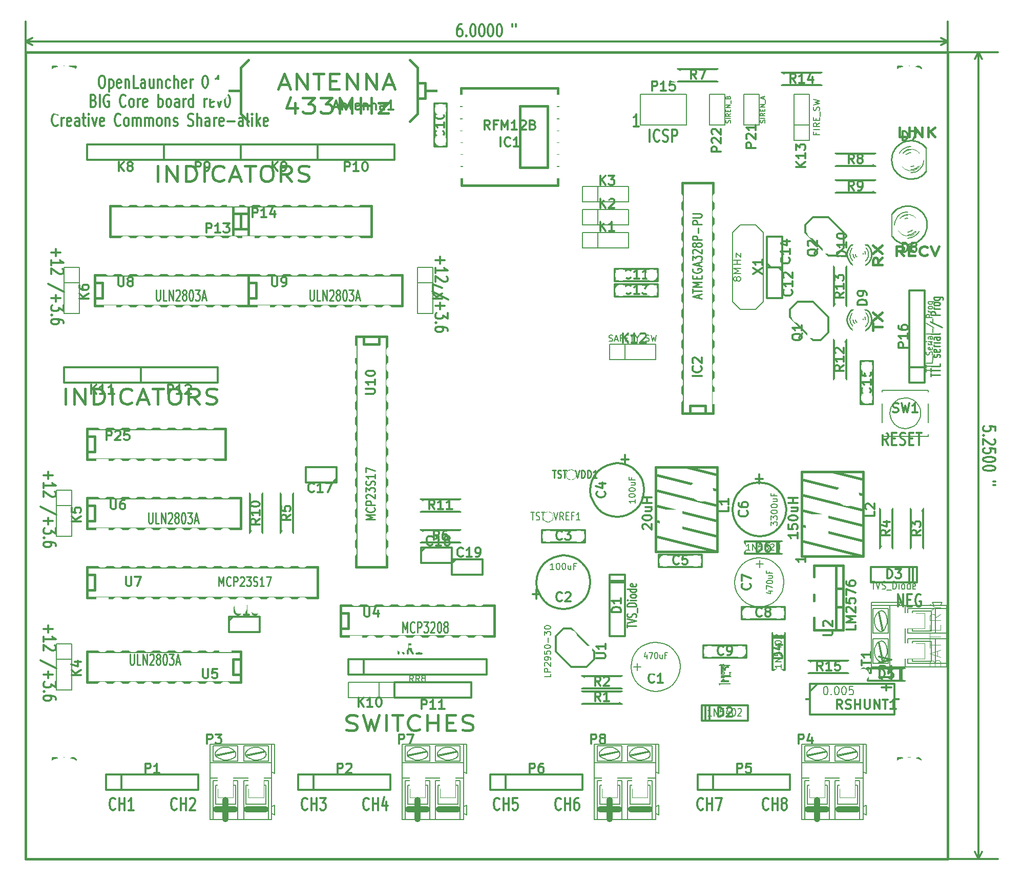
<source format=gto>
G04 (created by PCBNEW-RS274X (2011-05-25)-stable) date Mon 06 Aug 2012 12:34:40 PM MDT*
G01*
G70*
G90*
%MOIN*%
G04 Gerber Fmt 3.4, Leading zero omitted, Abs format*
%FSLAX34Y34*%
G04 APERTURE LIST*
%ADD10C,0.006000*%
%ADD11C,0.012000*%
%ADD12C,0.015000*%
%ADD13C,0.040000*%
%ADD14C,0.018000*%
%ADD15C,0.010000*%
%ADD16C,0.008000*%
%ADD17C,0.003000*%
%ADD18C,0.005000*%
%ADD19C,0.002600*%
%ADD20C,0.000100*%
%ADD21C,0.011300*%
%ADD22C,0.003500*%
%ADD23R,0.140000X0.140000*%
%ADD24C,0.140000*%
%ADD25R,0.080000X0.080000*%
%ADD26C,0.080000*%
%ADD27C,0.086000*%
%ADD28O,0.110000X0.082000*%
%ADD29R,0.110000X0.082000*%
%ADD30O,0.082000X0.110000*%
%ADD31R,0.082000X0.110000*%
%ADD32C,0.090000*%
%ADD33R,0.090000X0.090000*%
%ADD34R,0.075000X0.075000*%
%ADD35C,0.075000*%
%ADD36R,0.098700X0.075100*%
%ADD37O,0.176000X0.098000*%
%ADD38R,0.085000X0.085000*%
%ADD39C,0.085000*%
%ADD40R,0.050000X0.040000*%
%ADD41O,0.098000X0.176000*%
%ADD42O,0.118400X0.090900*%
%ADD43C,0.320000*%
%ADD44R,0.147600X0.147600*%
%ADD45C,0.147600*%
%ADD46C,0.065000*%
G04 APERTURE END LIST*
G54D10*
G54D11*
X61272Y-47519D02*
X61729Y-47519D01*
X61500Y-47824D02*
X61500Y-47214D01*
X67022Y-38769D02*
X67479Y-38769D01*
X67250Y-39074D02*
X67250Y-38464D01*
X75772Y-40019D02*
X76229Y-40019D01*
X76000Y-40324D02*
X76000Y-39714D01*
X68172Y-17074D02*
X67829Y-17074D01*
X68001Y-17074D02*
X68001Y-16274D01*
X67944Y-16388D01*
X67886Y-16464D01*
X67829Y-16502D01*
X68865Y-18074D02*
X68865Y-17274D01*
X69494Y-17998D02*
X69465Y-18036D01*
X69379Y-18074D01*
X69322Y-18074D01*
X69237Y-18036D01*
X69179Y-17960D01*
X69151Y-17883D01*
X69122Y-17731D01*
X69122Y-17617D01*
X69151Y-17464D01*
X69179Y-17388D01*
X69237Y-17312D01*
X69322Y-17274D01*
X69379Y-17274D01*
X69465Y-17312D01*
X69494Y-17350D01*
X69722Y-18036D02*
X69808Y-18074D01*
X69951Y-18074D01*
X70008Y-18036D01*
X70037Y-17998D01*
X70065Y-17921D01*
X70065Y-17845D01*
X70037Y-17769D01*
X70008Y-17731D01*
X69951Y-17693D01*
X69837Y-17655D01*
X69779Y-17617D01*
X69751Y-17579D01*
X69722Y-17502D01*
X69722Y-17426D01*
X69751Y-17350D01*
X69779Y-17312D01*
X69837Y-17274D01*
X69979Y-17274D01*
X70065Y-17312D01*
X70322Y-18074D02*
X70322Y-17274D01*
X70550Y-17274D01*
X70608Y-17312D01*
X70636Y-17350D01*
X70665Y-17426D01*
X70665Y-17540D01*
X70636Y-17617D01*
X70608Y-17655D01*
X70550Y-17693D01*
X70322Y-17693D01*
X56623Y-10435D02*
X56509Y-10435D01*
X56452Y-10473D01*
X56423Y-10511D01*
X56366Y-10625D01*
X56337Y-10778D01*
X56337Y-11082D01*
X56366Y-11159D01*
X56394Y-11197D01*
X56452Y-11235D01*
X56566Y-11235D01*
X56623Y-11197D01*
X56652Y-11159D01*
X56680Y-11082D01*
X56680Y-10892D01*
X56652Y-10816D01*
X56623Y-10778D01*
X56566Y-10740D01*
X56452Y-10740D01*
X56394Y-10778D01*
X56366Y-10816D01*
X56337Y-10892D01*
X56937Y-11159D02*
X56965Y-11197D01*
X56937Y-11235D01*
X56908Y-11197D01*
X56937Y-11159D01*
X56937Y-11235D01*
X57337Y-10435D02*
X57394Y-10435D01*
X57451Y-10473D01*
X57480Y-10511D01*
X57509Y-10587D01*
X57537Y-10740D01*
X57537Y-10930D01*
X57509Y-11082D01*
X57480Y-11159D01*
X57451Y-11197D01*
X57394Y-11235D01*
X57337Y-11235D01*
X57280Y-11197D01*
X57251Y-11159D01*
X57223Y-11082D01*
X57194Y-10930D01*
X57194Y-10740D01*
X57223Y-10587D01*
X57251Y-10511D01*
X57280Y-10473D01*
X57337Y-10435D01*
X57908Y-10435D02*
X57965Y-10435D01*
X58022Y-10473D01*
X58051Y-10511D01*
X58080Y-10587D01*
X58108Y-10740D01*
X58108Y-10930D01*
X58080Y-11082D01*
X58051Y-11159D01*
X58022Y-11197D01*
X57965Y-11235D01*
X57908Y-11235D01*
X57851Y-11197D01*
X57822Y-11159D01*
X57794Y-11082D01*
X57765Y-10930D01*
X57765Y-10740D01*
X57794Y-10587D01*
X57822Y-10511D01*
X57851Y-10473D01*
X57908Y-10435D01*
X58479Y-10435D02*
X58536Y-10435D01*
X58593Y-10473D01*
X58622Y-10511D01*
X58651Y-10587D01*
X58679Y-10740D01*
X58679Y-10930D01*
X58651Y-11082D01*
X58622Y-11159D01*
X58593Y-11197D01*
X58536Y-11235D01*
X58479Y-11235D01*
X58422Y-11197D01*
X58393Y-11159D01*
X58365Y-11082D01*
X58336Y-10930D01*
X58336Y-10740D01*
X58365Y-10587D01*
X58393Y-10511D01*
X58422Y-10473D01*
X58479Y-10435D01*
X59050Y-10435D02*
X59107Y-10435D01*
X59164Y-10473D01*
X59193Y-10511D01*
X59222Y-10587D01*
X59250Y-10740D01*
X59250Y-10930D01*
X59222Y-11082D01*
X59193Y-11159D01*
X59164Y-11197D01*
X59107Y-11235D01*
X59050Y-11235D01*
X58993Y-11197D01*
X58964Y-11159D01*
X58936Y-11082D01*
X58907Y-10930D01*
X58907Y-10740D01*
X58936Y-10587D01*
X58964Y-10511D01*
X58993Y-10473D01*
X59050Y-10435D01*
X59935Y-10435D02*
X59935Y-10587D01*
X60164Y-10435D02*
X60164Y-10587D01*
X28250Y-11551D02*
X88250Y-11551D01*
X28250Y-12250D02*
X28250Y-10271D01*
X88250Y-12250D02*
X88250Y-10271D01*
X88250Y-11551D02*
X87807Y-11781D01*
X88250Y-11551D02*
X87807Y-11321D01*
X28250Y-11551D02*
X28693Y-11781D01*
X28250Y-11551D02*
X28693Y-11321D01*
X91362Y-36901D02*
X91362Y-36615D01*
X90981Y-36587D01*
X91019Y-36616D01*
X91057Y-36673D01*
X91057Y-36816D01*
X91019Y-36873D01*
X90981Y-36902D01*
X90905Y-36930D01*
X90715Y-36930D01*
X90638Y-36902D01*
X90600Y-36874D01*
X90562Y-36817D01*
X90562Y-36674D01*
X90600Y-36617D01*
X90638Y-36587D01*
X90639Y-37187D02*
X90601Y-37216D01*
X90563Y-37188D01*
X90601Y-37159D01*
X90639Y-37187D01*
X90563Y-37188D01*
X91287Y-37443D02*
X91325Y-37472D01*
X91363Y-37529D01*
X91364Y-37672D01*
X91326Y-37729D01*
X91288Y-37758D01*
X91212Y-37786D01*
X91136Y-37787D01*
X91021Y-37759D01*
X90563Y-37417D01*
X90564Y-37788D01*
X91365Y-38329D02*
X91364Y-38043D01*
X90983Y-38015D01*
X91021Y-38044D01*
X91059Y-38101D01*
X91060Y-38244D01*
X91022Y-38301D01*
X90984Y-38330D01*
X90908Y-38358D01*
X90718Y-38358D01*
X90641Y-38330D01*
X90603Y-38301D01*
X90565Y-38245D01*
X90564Y-38102D01*
X90602Y-38044D01*
X90640Y-38015D01*
X91365Y-38728D02*
X91365Y-38785D01*
X91328Y-38842D01*
X91290Y-38871D01*
X91214Y-38900D01*
X91061Y-38929D01*
X90871Y-38929D01*
X90719Y-38901D01*
X90642Y-38872D01*
X90604Y-38843D01*
X90565Y-38787D01*
X90565Y-38730D01*
X90603Y-38672D01*
X90641Y-38643D01*
X90718Y-38615D01*
X90870Y-38586D01*
X91060Y-38586D01*
X91213Y-38614D01*
X91289Y-38642D01*
X91327Y-38671D01*
X91365Y-38728D01*
X91366Y-39299D02*
X91366Y-39356D01*
X91329Y-39413D01*
X91291Y-39442D01*
X91215Y-39471D01*
X91062Y-39500D01*
X90872Y-39500D01*
X90720Y-39472D01*
X90643Y-39443D01*
X90605Y-39414D01*
X90566Y-39358D01*
X90566Y-39301D01*
X90604Y-39243D01*
X90642Y-39214D01*
X90719Y-39186D01*
X90871Y-39157D01*
X91061Y-39157D01*
X91214Y-39185D01*
X91290Y-39213D01*
X91328Y-39242D01*
X91366Y-39299D01*
X91368Y-40184D02*
X91216Y-40184D01*
X91368Y-40413D02*
X91216Y-40413D01*
X90249Y-12250D02*
X90249Y-64750D01*
X88250Y-12250D02*
X91529Y-12250D01*
X88250Y-64750D02*
X91529Y-64750D01*
X90249Y-64750D02*
X90019Y-64307D01*
X90249Y-64750D02*
X90479Y-64307D01*
X90249Y-12250D02*
X90019Y-12693D01*
X90249Y-12250D02*
X90479Y-12693D01*
G54D12*
X28250Y-64750D02*
X28250Y-62500D01*
X88250Y-64750D02*
X88250Y-62500D01*
G54D13*
X55141Y-61538D02*
X56360Y-61538D01*
X42641Y-61538D02*
X43860Y-61538D01*
X81141Y-61538D02*
X82360Y-61538D01*
X53141Y-61538D02*
X54360Y-61538D01*
X53750Y-62148D02*
X53750Y-60929D01*
X67641Y-61538D02*
X68860Y-61538D01*
X65641Y-61538D02*
X66860Y-61538D01*
X66250Y-62148D02*
X66250Y-60929D01*
X40641Y-61538D02*
X41860Y-61538D01*
X41250Y-62148D02*
X41250Y-60929D01*
X79141Y-61538D02*
X80360Y-61538D01*
X79750Y-62148D02*
X79750Y-60929D01*
G54D12*
X83993Y-25633D02*
X83707Y-25900D01*
X83993Y-26091D02*
X83393Y-26091D01*
X83393Y-25786D01*
X83421Y-25710D01*
X83450Y-25671D01*
X83507Y-25633D01*
X83593Y-25633D01*
X83650Y-25671D01*
X83679Y-25710D01*
X83707Y-25786D01*
X83707Y-26091D01*
X83393Y-25367D02*
X83993Y-24833D01*
X83393Y-24833D02*
X83993Y-25367D01*
X83393Y-30360D02*
X83393Y-29903D01*
X83993Y-30131D02*
X83393Y-30131D01*
X83393Y-29712D02*
X83993Y-29178D01*
X83393Y-29178D02*
X83993Y-29712D01*
G54D11*
X55231Y-25572D02*
X55231Y-26029D01*
X54926Y-25800D02*
X55536Y-25800D01*
X54926Y-26629D02*
X54926Y-26286D01*
X54926Y-26458D02*
X55726Y-26458D01*
X55612Y-26401D01*
X55536Y-26343D01*
X55498Y-26286D01*
X55650Y-26857D02*
X55688Y-26886D01*
X55726Y-26943D01*
X55726Y-27086D01*
X55688Y-27143D01*
X55650Y-27172D01*
X55574Y-27200D01*
X55498Y-27200D01*
X55383Y-27172D01*
X54926Y-26829D01*
X54926Y-27200D01*
X55764Y-28342D02*
X54736Y-27828D01*
X55231Y-28543D02*
X55231Y-29000D01*
X54926Y-28771D02*
X55536Y-28771D01*
X55726Y-29229D02*
X55726Y-29600D01*
X55421Y-29400D01*
X55421Y-29486D01*
X55383Y-29543D01*
X55345Y-29572D01*
X55269Y-29600D01*
X55079Y-29600D01*
X55002Y-29572D01*
X54964Y-29543D01*
X54926Y-29486D01*
X54926Y-29314D01*
X54964Y-29257D01*
X55002Y-29229D01*
X55002Y-29857D02*
X54964Y-29885D01*
X54926Y-29857D01*
X54964Y-29828D01*
X55002Y-29857D01*
X54926Y-29857D01*
X55726Y-30400D02*
X55726Y-30286D01*
X55688Y-30229D01*
X55650Y-30200D01*
X55536Y-30143D01*
X55383Y-30114D01*
X55079Y-30114D01*
X55002Y-30143D01*
X54964Y-30171D01*
X54926Y-30229D01*
X54926Y-30343D01*
X54964Y-30400D01*
X55002Y-30429D01*
X55079Y-30457D01*
X55269Y-30457D01*
X55345Y-30429D01*
X55383Y-30400D01*
X55421Y-30343D01*
X55421Y-30229D01*
X55383Y-30171D01*
X55345Y-30143D01*
X55269Y-30114D01*
X29731Y-49572D02*
X29731Y-50029D01*
X29426Y-49800D02*
X30036Y-49800D01*
X29426Y-50629D02*
X29426Y-50286D01*
X29426Y-50458D02*
X30226Y-50458D01*
X30112Y-50401D01*
X30036Y-50343D01*
X29998Y-50286D01*
X30150Y-50857D02*
X30188Y-50886D01*
X30226Y-50943D01*
X30226Y-51086D01*
X30188Y-51143D01*
X30150Y-51172D01*
X30074Y-51200D01*
X29998Y-51200D01*
X29883Y-51172D01*
X29426Y-50829D01*
X29426Y-51200D01*
X30264Y-52342D02*
X29236Y-51828D01*
X29731Y-52543D02*
X29731Y-53000D01*
X29426Y-52771D02*
X30036Y-52771D01*
X30226Y-53229D02*
X30226Y-53600D01*
X29921Y-53400D01*
X29921Y-53486D01*
X29883Y-53543D01*
X29845Y-53572D01*
X29769Y-53600D01*
X29579Y-53600D01*
X29502Y-53572D01*
X29464Y-53543D01*
X29426Y-53486D01*
X29426Y-53314D01*
X29464Y-53257D01*
X29502Y-53229D01*
X29502Y-53857D02*
X29464Y-53885D01*
X29426Y-53857D01*
X29464Y-53828D01*
X29502Y-53857D01*
X29426Y-53857D01*
X30226Y-54400D02*
X30226Y-54286D01*
X30188Y-54229D01*
X30150Y-54200D01*
X30036Y-54143D01*
X29883Y-54114D01*
X29579Y-54114D01*
X29502Y-54143D01*
X29464Y-54171D01*
X29426Y-54229D01*
X29426Y-54343D01*
X29464Y-54400D01*
X29502Y-54429D01*
X29579Y-54457D01*
X29769Y-54457D01*
X29845Y-54429D01*
X29883Y-54400D01*
X29921Y-54343D01*
X29921Y-54229D01*
X29883Y-54171D01*
X29845Y-54143D01*
X29769Y-54114D01*
X29731Y-39572D02*
X29731Y-40029D01*
X29426Y-39800D02*
X30036Y-39800D01*
X29426Y-40629D02*
X29426Y-40286D01*
X29426Y-40458D02*
X30226Y-40458D01*
X30112Y-40401D01*
X30036Y-40343D01*
X29998Y-40286D01*
X30150Y-40857D02*
X30188Y-40886D01*
X30226Y-40943D01*
X30226Y-41086D01*
X30188Y-41143D01*
X30150Y-41172D01*
X30074Y-41200D01*
X29998Y-41200D01*
X29883Y-41172D01*
X29426Y-40829D01*
X29426Y-41200D01*
X30264Y-42342D02*
X29236Y-41828D01*
X29731Y-42543D02*
X29731Y-43000D01*
X29426Y-42771D02*
X30036Y-42771D01*
X30226Y-43229D02*
X30226Y-43600D01*
X29921Y-43400D01*
X29921Y-43486D01*
X29883Y-43543D01*
X29845Y-43572D01*
X29769Y-43600D01*
X29579Y-43600D01*
X29502Y-43572D01*
X29464Y-43543D01*
X29426Y-43486D01*
X29426Y-43314D01*
X29464Y-43257D01*
X29502Y-43229D01*
X29502Y-43857D02*
X29464Y-43885D01*
X29426Y-43857D01*
X29464Y-43828D01*
X29502Y-43857D01*
X29426Y-43857D01*
X30226Y-44400D02*
X30226Y-44286D01*
X30188Y-44229D01*
X30150Y-44200D01*
X30036Y-44143D01*
X29883Y-44114D01*
X29579Y-44114D01*
X29502Y-44143D01*
X29464Y-44171D01*
X29426Y-44229D01*
X29426Y-44343D01*
X29464Y-44400D01*
X29502Y-44429D01*
X29579Y-44457D01*
X29769Y-44457D01*
X29845Y-44429D01*
X29883Y-44400D01*
X29921Y-44343D01*
X29921Y-44229D01*
X29883Y-44171D01*
X29845Y-44143D01*
X29769Y-44114D01*
X30231Y-25072D02*
X30231Y-25529D01*
X29926Y-25300D02*
X30536Y-25300D01*
X29926Y-26129D02*
X29926Y-25786D01*
X29926Y-25958D02*
X30726Y-25958D01*
X30612Y-25901D01*
X30536Y-25843D01*
X30498Y-25786D01*
X30650Y-26357D02*
X30688Y-26386D01*
X30726Y-26443D01*
X30726Y-26586D01*
X30688Y-26643D01*
X30650Y-26672D01*
X30574Y-26700D01*
X30498Y-26700D01*
X30383Y-26672D01*
X29926Y-26329D01*
X29926Y-26700D01*
X30764Y-27842D02*
X29736Y-27328D01*
X30231Y-28043D02*
X30231Y-28500D01*
X29926Y-28271D02*
X30536Y-28271D01*
X30726Y-28729D02*
X30726Y-29100D01*
X30421Y-28900D01*
X30421Y-28986D01*
X30383Y-29043D01*
X30345Y-29072D01*
X30269Y-29100D01*
X30079Y-29100D01*
X30002Y-29072D01*
X29964Y-29043D01*
X29926Y-28986D01*
X29926Y-28814D01*
X29964Y-28757D01*
X30002Y-28729D01*
X30002Y-29357D02*
X29964Y-29385D01*
X29926Y-29357D01*
X29964Y-29328D01*
X30002Y-29357D01*
X29926Y-29357D01*
X30726Y-29900D02*
X30726Y-29786D01*
X30688Y-29729D01*
X30650Y-29700D01*
X30536Y-29643D01*
X30383Y-29614D01*
X30079Y-29614D01*
X30002Y-29643D01*
X29964Y-29671D01*
X29926Y-29729D01*
X29926Y-29843D01*
X29964Y-29900D01*
X30002Y-29929D01*
X30079Y-29957D01*
X30269Y-29957D01*
X30345Y-29929D01*
X30383Y-29900D01*
X30421Y-29843D01*
X30421Y-29729D01*
X30383Y-29671D01*
X30345Y-29643D01*
X30269Y-29614D01*
G54D14*
X30865Y-35155D02*
X30865Y-34155D01*
X31436Y-35155D02*
X31436Y-34155D01*
X32121Y-35155D01*
X32121Y-34155D01*
X32693Y-35155D02*
X32693Y-34155D01*
X32978Y-34155D01*
X33150Y-34202D01*
X33264Y-34298D01*
X33321Y-34393D01*
X33378Y-34583D01*
X33378Y-34726D01*
X33321Y-34917D01*
X33264Y-35012D01*
X33150Y-35107D01*
X32978Y-35155D01*
X32693Y-35155D01*
X33893Y-35155D02*
X33893Y-34155D01*
X35149Y-35060D02*
X35092Y-35107D01*
X34921Y-35155D01*
X34807Y-35155D01*
X34635Y-35107D01*
X34521Y-35012D01*
X34464Y-34917D01*
X34407Y-34726D01*
X34407Y-34583D01*
X34464Y-34393D01*
X34521Y-34298D01*
X34635Y-34202D01*
X34807Y-34155D01*
X34921Y-34155D01*
X35092Y-34202D01*
X35149Y-34250D01*
X35607Y-34869D02*
X36178Y-34869D01*
X35492Y-35155D02*
X35892Y-34155D01*
X36292Y-35155D01*
X36521Y-34155D02*
X37207Y-34155D01*
X36864Y-35155D02*
X36864Y-34155D01*
X37835Y-34155D02*
X38064Y-34155D01*
X38178Y-34202D01*
X38292Y-34298D01*
X38350Y-34488D01*
X38350Y-34821D01*
X38292Y-35012D01*
X38178Y-35107D01*
X38064Y-35155D01*
X37835Y-35155D01*
X37721Y-35107D01*
X37607Y-35012D01*
X37550Y-34821D01*
X37550Y-34488D01*
X37607Y-34298D01*
X37721Y-34202D01*
X37835Y-34155D01*
X39549Y-35155D02*
X39149Y-34679D01*
X38864Y-35155D02*
X38864Y-34155D01*
X39321Y-34155D01*
X39435Y-34202D01*
X39492Y-34250D01*
X39549Y-34345D01*
X39549Y-34488D01*
X39492Y-34583D01*
X39435Y-34631D01*
X39321Y-34679D01*
X38864Y-34679D01*
X40007Y-35107D02*
X40178Y-35155D01*
X40464Y-35155D01*
X40578Y-35107D01*
X40635Y-35060D01*
X40692Y-34964D01*
X40692Y-34869D01*
X40635Y-34774D01*
X40578Y-34726D01*
X40464Y-34679D01*
X40235Y-34631D01*
X40121Y-34583D01*
X40064Y-34536D01*
X40007Y-34440D01*
X40007Y-34345D01*
X40064Y-34250D01*
X40121Y-34202D01*
X40235Y-34155D01*
X40521Y-34155D01*
X40692Y-34202D01*
G54D11*
X85007Y-48324D02*
X85007Y-47524D01*
X85350Y-48324D01*
X85350Y-47524D01*
X85636Y-47905D02*
X85836Y-47905D01*
X85922Y-48324D02*
X85636Y-48324D01*
X85636Y-47524D01*
X85922Y-47524D01*
X86493Y-47562D02*
X86436Y-47524D01*
X86350Y-47524D01*
X86265Y-47562D01*
X86207Y-47638D01*
X86179Y-47714D01*
X86150Y-47867D01*
X86150Y-47981D01*
X86179Y-48133D01*
X86207Y-48210D01*
X86265Y-48286D01*
X86350Y-48324D01*
X86407Y-48324D01*
X86493Y-48286D01*
X86522Y-48248D01*
X86522Y-47981D01*
X86407Y-47981D01*
X84269Y-53806D02*
X84269Y-53349D01*
X84574Y-53578D02*
X83964Y-53578D01*
X84574Y-52749D02*
X84574Y-53092D01*
X84574Y-52920D02*
X83774Y-52920D01*
X83888Y-52977D01*
X83964Y-53035D01*
X84002Y-53092D01*
X83850Y-52521D02*
X83812Y-52492D01*
X83774Y-52435D01*
X83774Y-52292D01*
X83812Y-52235D01*
X83850Y-52206D01*
X83926Y-52178D01*
X84002Y-52178D01*
X84117Y-52206D01*
X84574Y-52549D01*
X84574Y-52178D01*
X83774Y-52007D02*
X84574Y-51807D01*
X83774Y-51607D01*
G54D12*
X88250Y-61250D02*
X88250Y-62500D01*
X28250Y-62500D02*
X28250Y-60750D01*
G54D11*
X76586Y-61498D02*
X76557Y-61536D01*
X76471Y-61574D01*
X76414Y-61574D01*
X76329Y-61536D01*
X76271Y-61460D01*
X76243Y-61383D01*
X76214Y-61231D01*
X76214Y-61117D01*
X76243Y-60964D01*
X76271Y-60888D01*
X76329Y-60812D01*
X76414Y-60774D01*
X76471Y-60774D01*
X76557Y-60812D01*
X76586Y-60850D01*
X76843Y-61574D02*
X76843Y-60774D01*
X76843Y-61155D02*
X77186Y-61155D01*
X77186Y-61574D02*
X77186Y-60774D01*
X77558Y-61117D02*
X77500Y-61079D01*
X77472Y-61040D01*
X77443Y-60964D01*
X77443Y-60926D01*
X77472Y-60850D01*
X77500Y-60812D01*
X77558Y-60774D01*
X77672Y-60774D01*
X77729Y-60812D01*
X77758Y-60850D01*
X77786Y-60926D01*
X77786Y-60964D01*
X77758Y-61040D01*
X77729Y-61079D01*
X77672Y-61117D01*
X77558Y-61117D01*
X77500Y-61155D01*
X77472Y-61193D01*
X77443Y-61269D01*
X77443Y-61421D01*
X77472Y-61498D01*
X77500Y-61536D01*
X77558Y-61574D01*
X77672Y-61574D01*
X77729Y-61536D01*
X77758Y-61498D01*
X77786Y-61421D01*
X77786Y-61269D01*
X77758Y-61193D01*
X77729Y-61155D01*
X77672Y-61117D01*
X72336Y-61498D02*
X72307Y-61536D01*
X72221Y-61574D01*
X72164Y-61574D01*
X72079Y-61536D01*
X72021Y-61460D01*
X71993Y-61383D01*
X71964Y-61231D01*
X71964Y-61117D01*
X71993Y-60964D01*
X72021Y-60888D01*
X72079Y-60812D01*
X72164Y-60774D01*
X72221Y-60774D01*
X72307Y-60812D01*
X72336Y-60850D01*
X72593Y-61574D02*
X72593Y-60774D01*
X72593Y-61155D02*
X72936Y-61155D01*
X72936Y-61574D02*
X72936Y-60774D01*
X73165Y-60774D02*
X73565Y-60774D01*
X73308Y-61574D01*
X63086Y-61498D02*
X63057Y-61536D01*
X62971Y-61574D01*
X62914Y-61574D01*
X62829Y-61536D01*
X62771Y-61460D01*
X62743Y-61383D01*
X62714Y-61231D01*
X62714Y-61117D01*
X62743Y-60964D01*
X62771Y-60888D01*
X62829Y-60812D01*
X62914Y-60774D01*
X62971Y-60774D01*
X63057Y-60812D01*
X63086Y-60850D01*
X63343Y-61574D02*
X63343Y-60774D01*
X63343Y-61155D02*
X63686Y-61155D01*
X63686Y-61574D02*
X63686Y-60774D01*
X64229Y-60774D02*
X64115Y-60774D01*
X64058Y-60812D01*
X64029Y-60850D01*
X63972Y-60964D01*
X63943Y-61117D01*
X63943Y-61421D01*
X63972Y-61498D01*
X64000Y-61536D01*
X64058Y-61574D01*
X64172Y-61574D01*
X64229Y-61536D01*
X64258Y-61498D01*
X64286Y-61421D01*
X64286Y-61231D01*
X64258Y-61155D01*
X64229Y-61117D01*
X64172Y-61079D01*
X64058Y-61079D01*
X64000Y-61117D01*
X63972Y-61155D01*
X63943Y-61231D01*
X59086Y-61498D02*
X59057Y-61536D01*
X58971Y-61574D01*
X58914Y-61574D01*
X58829Y-61536D01*
X58771Y-61460D01*
X58743Y-61383D01*
X58714Y-61231D01*
X58714Y-61117D01*
X58743Y-60964D01*
X58771Y-60888D01*
X58829Y-60812D01*
X58914Y-60774D01*
X58971Y-60774D01*
X59057Y-60812D01*
X59086Y-60850D01*
X59343Y-61574D02*
X59343Y-60774D01*
X59343Y-61155D02*
X59686Y-61155D01*
X59686Y-61574D02*
X59686Y-60774D01*
X60258Y-60774D02*
X59972Y-60774D01*
X59943Y-61155D01*
X59972Y-61117D01*
X60029Y-61079D01*
X60172Y-61079D01*
X60229Y-61117D01*
X60258Y-61155D01*
X60286Y-61231D01*
X60286Y-61421D01*
X60258Y-61498D01*
X60229Y-61536D01*
X60172Y-61574D01*
X60029Y-61574D01*
X59972Y-61536D01*
X59943Y-61498D01*
X50586Y-61498D02*
X50557Y-61536D01*
X50471Y-61574D01*
X50414Y-61574D01*
X50329Y-61536D01*
X50271Y-61460D01*
X50243Y-61383D01*
X50214Y-61231D01*
X50214Y-61117D01*
X50243Y-60964D01*
X50271Y-60888D01*
X50329Y-60812D01*
X50414Y-60774D01*
X50471Y-60774D01*
X50557Y-60812D01*
X50586Y-60850D01*
X50843Y-61574D02*
X50843Y-60774D01*
X50843Y-61155D02*
X51186Y-61155D01*
X51186Y-61574D02*
X51186Y-60774D01*
X51729Y-61040D02*
X51729Y-61574D01*
X51586Y-60736D02*
X51443Y-61307D01*
X51815Y-61307D01*
X46586Y-61498D02*
X46557Y-61536D01*
X46471Y-61574D01*
X46414Y-61574D01*
X46329Y-61536D01*
X46271Y-61460D01*
X46243Y-61383D01*
X46214Y-61231D01*
X46214Y-61117D01*
X46243Y-60964D01*
X46271Y-60888D01*
X46329Y-60812D01*
X46414Y-60774D01*
X46471Y-60774D01*
X46557Y-60812D01*
X46586Y-60850D01*
X46843Y-61574D02*
X46843Y-60774D01*
X46843Y-61155D02*
X47186Y-61155D01*
X47186Y-61574D02*
X47186Y-60774D01*
X47415Y-60774D02*
X47786Y-60774D01*
X47586Y-61079D01*
X47672Y-61079D01*
X47729Y-61117D01*
X47758Y-61155D01*
X47786Y-61231D01*
X47786Y-61421D01*
X47758Y-61498D01*
X47729Y-61536D01*
X47672Y-61574D01*
X47500Y-61574D01*
X47443Y-61536D01*
X47415Y-61498D01*
X38086Y-61498D02*
X38057Y-61536D01*
X37971Y-61574D01*
X37914Y-61574D01*
X37829Y-61536D01*
X37771Y-61460D01*
X37743Y-61383D01*
X37714Y-61231D01*
X37714Y-61117D01*
X37743Y-60964D01*
X37771Y-60888D01*
X37829Y-60812D01*
X37914Y-60774D01*
X37971Y-60774D01*
X38057Y-60812D01*
X38086Y-60850D01*
X38343Y-61574D02*
X38343Y-60774D01*
X38343Y-61155D02*
X38686Y-61155D01*
X38686Y-61574D02*
X38686Y-60774D01*
X38943Y-60850D02*
X38972Y-60812D01*
X39029Y-60774D01*
X39172Y-60774D01*
X39229Y-60812D01*
X39258Y-60850D01*
X39286Y-60926D01*
X39286Y-61002D01*
X39258Y-61117D01*
X38915Y-61574D01*
X39286Y-61574D01*
X34086Y-61498D02*
X34057Y-61536D01*
X33971Y-61574D01*
X33914Y-61574D01*
X33829Y-61536D01*
X33771Y-61460D01*
X33743Y-61383D01*
X33714Y-61231D01*
X33714Y-61117D01*
X33743Y-60964D01*
X33771Y-60888D01*
X33829Y-60812D01*
X33914Y-60774D01*
X33971Y-60774D01*
X34057Y-60812D01*
X34086Y-60850D01*
X34343Y-61574D02*
X34343Y-60774D01*
X34343Y-61155D02*
X34686Y-61155D01*
X34686Y-61574D02*
X34686Y-60774D01*
X35286Y-61574D02*
X34943Y-61574D01*
X35115Y-61574D02*
X35115Y-60774D01*
X35058Y-60888D01*
X35000Y-60964D01*
X34943Y-61002D01*
G54D15*
X87143Y-33370D02*
X87143Y-33141D01*
X87743Y-33256D02*
X87143Y-33256D01*
X87143Y-33065D02*
X87143Y-32836D01*
X87743Y-32951D02*
X87143Y-32951D01*
X87743Y-32512D02*
X87743Y-32703D01*
X87143Y-32703D01*
X87714Y-32093D02*
X87743Y-32055D01*
X87743Y-31979D01*
X87714Y-31940D01*
X87657Y-31921D01*
X87629Y-31921D01*
X87571Y-31940D01*
X87543Y-31979D01*
X87543Y-32036D01*
X87514Y-32074D01*
X87457Y-32093D01*
X87429Y-32093D01*
X87371Y-32074D01*
X87343Y-32036D01*
X87343Y-31979D01*
X87371Y-31940D01*
X87714Y-31597D02*
X87743Y-31635D01*
X87743Y-31712D01*
X87714Y-31750D01*
X87657Y-31769D01*
X87429Y-31769D01*
X87371Y-31750D01*
X87343Y-31712D01*
X87343Y-31635D01*
X87371Y-31597D01*
X87429Y-31578D01*
X87486Y-31578D01*
X87543Y-31769D01*
X87743Y-31407D02*
X87343Y-31407D01*
X87457Y-31407D02*
X87400Y-31388D01*
X87371Y-31369D01*
X87343Y-31331D01*
X87343Y-31292D01*
X87743Y-31159D02*
X87343Y-31159D01*
X87143Y-31159D02*
X87171Y-31178D01*
X87200Y-31159D01*
X87171Y-31140D01*
X87143Y-31159D01*
X87200Y-31159D01*
X87743Y-30797D02*
X87429Y-30797D01*
X87371Y-30816D01*
X87343Y-30854D01*
X87343Y-30931D01*
X87371Y-30969D01*
X87714Y-30797D02*
X87743Y-30835D01*
X87743Y-30931D01*
X87714Y-30969D01*
X87657Y-30988D01*
X87600Y-30988D01*
X87543Y-30969D01*
X87514Y-30931D01*
X87514Y-30835D01*
X87486Y-30797D01*
X87743Y-30550D02*
X87714Y-30588D01*
X87657Y-30607D01*
X87143Y-30607D01*
X87114Y-29806D02*
X87886Y-30149D01*
X87743Y-29368D02*
X87143Y-29368D01*
X87143Y-29215D01*
X87171Y-29177D01*
X87200Y-29158D01*
X87257Y-29139D01*
X87343Y-29139D01*
X87400Y-29158D01*
X87429Y-29177D01*
X87457Y-29215D01*
X87457Y-29368D01*
X87743Y-28968D02*
X87343Y-28968D01*
X87457Y-28968D02*
X87400Y-28949D01*
X87371Y-28930D01*
X87343Y-28892D01*
X87343Y-28853D01*
X87743Y-28663D02*
X87714Y-28701D01*
X87686Y-28720D01*
X87629Y-28739D01*
X87457Y-28739D01*
X87400Y-28720D01*
X87371Y-28701D01*
X87343Y-28663D01*
X87343Y-28605D01*
X87371Y-28567D01*
X87400Y-28548D01*
X87457Y-28529D01*
X87629Y-28529D01*
X87686Y-28548D01*
X87714Y-28567D01*
X87743Y-28605D01*
X87743Y-28663D01*
X87343Y-28186D02*
X87829Y-28186D01*
X87886Y-28205D01*
X87914Y-28224D01*
X87943Y-28263D01*
X87943Y-28320D01*
X87914Y-28358D01*
X87714Y-28186D02*
X87743Y-28224D01*
X87743Y-28301D01*
X87714Y-28339D01*
X87686Y-28358D01*
X87629Y-28377D01*
X87457Y-28377D01*
X87400Y-28358D01*
X87371Y-28339D01*
X87343Y-28301D01*
X87343Y-28224D01*
X87371Y-28186D01*
G54D11*
X84379Y-37824D02*
X84179Y-37443D01*
X84036Y-37824D02*
X84036Y-37024D01*
X84264Y-37024D01*
X84322Y-37062D01*
X84350Y-37100D01*
X84379Y-37176D01*
X84379Y-37290D01*
X84350Y-37367D01*
X84322Y-37405D01*
X84264Y-37443D01*
X84036Y-37443D01*
X84636Y-37405D02*
X84836Y-37405D01*
X84922Y-37824D02*
X84636Y-37824D01*
X84636Y-37024D01*
X84922Y-37024D01*
X85150Y-37786D02*
X85236Y-37824D01*
X85379Y-37824D01*
X85436Y-37786D01*
X85465Y-37748D01*
X85493Y-37671D01*
X85493Y-37595D01*
X85465Y-37519D01*
X85436Y-37481D01*
X85379Y-37443D01*
X85265Y-37405D01*
X85207Y-37367D01*
X85179Y-37329D01*
X85150Y-37252D01*
X85150Y-37176D01*
X85179Y-37100D01*
X85207Y-37062D01*
X85265Y-37024D01*
X85407Y-37024D01*
X85493Y-37062D01*
X85750Y-37405D02*
X85950Y-37405D01*
X86036Y-37824D02*
X85750Y-37824D01*
X85750Y-37024D01*
X86036Y-37024D01*
X86207Y-37024D02*
X86550Y-37024D01*
X86379Y-37824D02*
X86379Y-37024D01*
G54D12*
X85393Y-25493D02*
X85126Y-25207D01*
X84935Y-25493D02*
X84935Y-24893D01*
X85240Y-24893D01*
X85316Y-24921D01*
X85355Y-24950D01*
X85393Y-25007D01*
X85393Y-25093D01*
X85355Y-25150D01*
X85316Y-25179D01*
X85240Y-25207D01*
X84935Y-25207D01*
X85735Y-25179D02*
X86002Y-25179D01*
X86116Y-25493D02*
X85735Y-25493D01*
X85735Y-24893D01*
X86116Y-24893D01*
X86917Y-25436D02*
X86879Y-25464D01*
X86764Y-25493D01*
X86688Y-25493D01*
X86574Y-25464D01*
X86498Y-25407D01*
X86459Y-25350D01*
X86421Y-25236D01*
X86421Y-25150D01*
X86459Y-25036D01*
X86498Y-24979D01*
X86574Y-24921D01*
X86688Y-24893D01*
X86764Y-24893D01*
X86879Y-24921D01*
X86917Y-24950D01*
X87145Y-24893D02*
X87412Y-25493D01*
X87679Y-24893D01*
X85488Y-17743D02*
X85107Y-17743D01*
X85107Y-17143D01*
X85755Y-17743D02*
X85755Y-17143D01*
X86136Y-17743D02*
X86136Y-17143D01*
X86594Y-17743D01*
X86594Y-17143D01*
X86974Y-17743D02*
X86974Y-17143D01*
X87432Y-17743D02*
X87089Y-17400D01*
X87432Y-17143D02*
X86974Y-17486D01*
G54D14*
X44815Y-14369D02*
X45386Y-14369D01*
X44700Y-14655D02*
X45100Y-13655D01*
X45500Y-14655D01*
X45901Y-14655D02*
X45901Y-13655D01*
X46586Y-14655D01*
X46586Y-13655D01*
X46986Y-13655D02*
X47672Y-13655D01*
X47329Y-14655D02*
X47329Y-13655D01*
X48072Y-14131D02*
X48472Y-14131D01*
X48643Y-14655D02*
X48072Y-14655D01*
X48072Y-13655D01*
X48643Y-13655D01*
X49158Y-14655D02*
X49158Y-13655D01*
X49843Y-14655D01*
X49843Y-13655D01*
X50415Y-14655D02*
X50415Y-13655D01*
X51100Y-14655D01*
X51100Y-13655D01*
X51615Y-14369D02*
X52186Y-14369D01*
X51500Y-14655D02*
X51900Y-13655D01*
X52300Y-14655D01*
X45786Y-15568D02*
X45786Y-16235D01*
X45500Y-15187D02*
X45215Y-15901D01*
X45957Y-15901D01*
X46300Y-15235D02*
X47043Y-15235D01*
X46643Y-15616D01*
X46815Y-15616D01*
X46929Y-15663D01*
X46986Y-15711D01*
X47043Y-15806D01*
X47043Y-16044D01*
X46986Y-16140D01*
X46929Y-16187D01*
X46815Y-16235D01*
X46472Y-16235D01*
X46358Y-16187D01*
X46300Y-16140D01*
X47443Y-15235D02*
X48186Y-15235D01*
X47786Y-15616D01*
X47958Y-15616D01*
X48072Y-15663D01*
X48129Y-15711D01*
X48186Y-15806D01*
X48186Y-16044D01*
X48129Y-16140D01*
X48072Y-16187D01*
X47958Y-16235D01*
X47615Y-16235D01*
X47501Y-16187D01*
X47443Y-16140D01*
X48701Y-16235D02*
X48701Y-15235D01*
X49101Y-15949D01*
X49501Y-15235D01*
X49501Y-16235D01*
X50072Y-16235D02*
X50072Y-15235D01*
X50072Y-15711D02*
X50757Y-15711D01*
X50757Y-16235D02*
X50757Y-15235D01*
X51214Y-15568D02*
X51843Y-15568D01*
X51214Y-16235D01*
X51843Y-16235D01*
X36865Y-20655D02*
X36865Y-19655D01*
X37436Y-20655D02*
X37436Y-19655D01*
X38121Y-20655D01*
X38121Y-19655D01*
X38693Y-20655D02*
X38693Y-19655D01*
X38978Y-19655D01*
X39150Y-19702D01*
X39264Y-19798D01*
X39321Y-19893D01*
X39378Y-20083D01*
X39378Y-20226D01*
X39321Y-20417D01*
X39264Y-20512D01*
X39150Y-20607D01*
X38978Y-20655D01*
X38693Y-20655D01*
X39893Y-20655D02*
X39893Y-19655D01*
X41149Y-20560D02*
X41092Y-20607D01*
X40921Y-20655D01*
X40807Y-20655D01*
X40635Y-20607D01*
X40521Y-20512D01*
X40464Y-20417D01*
X40407Y-20226D01*
X40407Y-20083D01*
X40464Y-19893D01*
X40521Y-19798D01*
X40635Y-19702D01*
X40807Y-19655D01*
X40921Y-19655D01*
X41092Y-19702D01*
X41149Y-19750D01*
X41607Y-20369D02*
X42178Y-20369D01*
X41492Y-20655D02*
X41892Y-19655D01*
X42292Y-20655D01*
X42521Y-19655D02*
X43207Y-19655D01*
X42864Y-20655D02*
X42864Y-19655D01*
X43835Y-19655D02*
X44064Y-19655D01*
X44178Y-19702D01*
X44292Y-19798D01*
X44350Y-19988D01*
X44350Y-20321D01*
X44292Y-20512D01*
X44178Y-20607D01*
X44064Y-20655D01*
X43835Y-20655D01*
X43721Y-20607D01*
X43607Y-20512D01*
X43550Y-20321D01*
X43550Y-19988D01*
X43607Y-19798D01*
X43721Y-19702D01*
X43835Y-19655D01*
X45549Y-20655D02*
X45149Y-20179D01*
X44864Y-20655D02*
X44864Y-19655D01*
X45321Y-19655D01*
X45435Y-19702D01*
X45492Y-19750D01*
X45549Y-19845D01*
X45549Y-19988D01*
X45492Y-20083D01*
X45435Y-20131D01*
X45321Y-20179D01*
X44864Y-20179D01*
X46007Y-20607D02*
X46178Y-20655D01*
X46464Y-20655D01*
X46578Y-20607D01*
X46635Y-20560D01*
X46692Y-20464D01*
X46692Y-20369D01*
X46635Y-20274D01*
X46578Y-20226D01*
X46464Y-20179D01*
X46235Y-20131D01*
X46121Y-20083D01*
X46064Y-20036D01*
X46007Y-19940D01*
X46007Y-19845D01*
X46064Y-19750D01*
X46121Y-19702D01*
X46235Y-19655D01*
X46521Y-19655D01*
X46692Y-19702D01*
X49137Y-56357D02*
X49308Y-56405D01*
X49594Y-56405D01*
X49708Y-56357D01*
X49765Y-56310D01*
X49822Y-56214D01*
X49822Y-56119D01*
X49765Y-56024D01*
X49708Y-55976D01*
X49594Y-55929D01*
X49365Y-55881D01*
X49251Y-55833D01*
X49194Y-55786D01*
X49137Y-55690D01*
X49137Y-55595D01*
X49194Y-55500D01*
X49251Y-55452D01*
X49365Y-55405D01*
X49651Y-55405D01*
X49822Y-55452D01*
X50222Y-55405D02*
X50508Y-56405D01*
X50737Y-55690D01*
X50965Y-56405D01*
X51251Y-55405D01*
X51708Y-56405D02*
X51708Y-55405D01*
X52107Y-55405D02*
X52793Y-55405D01*
X52450Y-56405D02*
X52450Y-55405D01*
X53878Y-56310D02*
X53821Y-56357D01*
X53650Y-56405D01*
X53536Y-56405D01*
X53364Y-56357D01*
X53250Y-56262D01*
X53193Y-56167D01*
X53136Y-55976D01*
X53136Y-55833D01*
X53193Y-55643D01*
X53250Y-55548D01*
X53364Y-55452D01*
X53536Y-55405D01*
X53650Y-55405D01*
X53821Y-55452D01*
X53878Y-55500D01*
X54393Y-56405D02*
X54393Y-55405D01*
X54393Y-55881D02*
X55078Y-55881D01*
X55078Y-56405D02*
X55078Y-55405D01*
X55650Y-55881D02*
X56050Y-55881D01*
X56221Y-56405D02*
X55650Y-56405D01*
X55650Y-55405D01*
X56221Y-55405D01*
X56679Y-56357D02*
X56850Y-56405D01*
X57136Y-56405D01*
X57250Y-56357D01*
X57307Y-56310D01*
X57364Y-56214D01*
X57364Y-56119D01*
X57307Y-56024D01*
X57250Y-55976D01*
X57136Y-55929D01*
X56907Y-55881D01*
X56793Y-55833D01*
X56736Y-55786D01*
X56679Y-55690D01*
X56679Y-55595D01*
X56736Y-55500D01*
X56793Y-55452D01*
X56907Y-55405D01*
X57193Y-55405D01*
X57364Y-55452D01*
G54D11*
X33172Y-13774D02*
X33286Y-13774D01*
X33344Y-13812D01*
X33401Y-13888D01*
X33429Y-14040D01*
X33429Y-14307D01*
X33401Y-14460D01*
X33344Y-14536D01*
X33286Y-14574D01*
X33172Y-14574D01*
X33115Y-14536D01*
X33058Y-14460D01*
X33029Y-14307D01*
X33029Y-14040D01*
X33058Y-13888D01*
X33115Y-13812D01*
X33172Y-13774D01*
X33687Y-14040D02*
X33687Y-14840D01*
X33687Y-14079D02*
X33744Y-14040D01*
X33858Y-14040D01*
X33915Y-14079D01*
X33944Y-14117D01*
X33973Y-14193D01*
X33973Y-14421D01*
X33944Y-14498D01*
X33915Y-14536D01*
X33858Y-14574D01*
X33744Y-14574D01*
X33687Y-14536D01*
X34458Y-14536D02*
X34401Y-14574D01*
X34287Y-14574D01*
X34230Y-14536D01*
X34201Y-14460D01*
X34201Y-14155D01*
X34230Y-14079D01*
X34287Y-14040D01*
X34401Y-14040D01*
X34458Y-14079D01*
X34487Y-14155D01*
X34487Y-14231D01*
X34201Y-14307D01*
X34744Y-14040D02*
X34744Y-14574D01*
X34744Y-14117D02*
X34772Y-14079D01*
X34830Y-14040D01*
X34915Y-14040D01*
X34972Y-14079D01*
X35001Y-14155D01*
X35001Y-14574D01*
X35573Y-14574D02*
X35287Y-14574D01*
X35287Y-13774D01*
X36030Y-14574D02*
X36030Y-14155D01*
X36001Y-14079D01*
X35944Y-14040D01*
X35830Y-14040D01*
X35773Y-14079D01*
X36030Y-14536D02*
X35973Y-14574D01*
X35830Y-14574D01*
X35773Y-14536D01*
X35744Y-14460D01*
X35744Y-14383D01*
X35773Y-14307D01*
X35830Y-14269D01*
X35973Y-14269D01*
X36030Y-14231D01*
X36573Y-14040D02*
X36573Y-14574D01*
X36316Y-14040D02*
X36316Y-14460D01*
X36344Y-14536D01*
X36402Y-14574D01*
X36487Y-14574D01*
X36544Y-14536D01*
X36573Y-14498D01*
X36859Y-14040D02*
X36859Y-14574D01*
X36859Y-14117D02*
X36887Y-14079D01*
X36945Y-14040D01*
X37030Y-14040D01*
X37087Y-14079D01*
X37116Y-14155D01*
X37116Y-14574D01*
X37659Y-14536D02*
X37602Y-14574D01*
X37488Y-14574D01*
X37430Y-14536D01*
X37402Y-14498D01*
X37373Y-14421D01*
X37373Y-14193D01*
X37402Y-14117D01*
X37430Y-14079D01*
X37488Y-14040D01*
X37602Y-14040D01*
X37659Y-14079D01*
X37916Y-14574D02*
X37916Y-13774D01*
X38173Y-14574D02*
X38173Y-14155D01*
X38144Y-14079D01*
X38087Y-14040D01*
X38002Y-14040D01*
X37944Y-14079D01*
X37916Y-14117D01*
X38687Y-14536D02*
X38630Y-14574D01*
X38516Y-14574D01*
X38459Y-14536D01*
X38430Y-14460D01*
X38430Y-14155D01*
X38459Y-14079D01*
X38516Y-14040D01*
X38630Y-14040D01*
X38687Y-14079D01*
X38716Y-14155D01*
X38716Y-14231D01*
X38430Y-14307D01*
X38973Y-14574D02*
X38973Y-14040D01*
X38973Y-14193D02*
X39001Y-14117D01*
X39030Y-14079D01*
X39087Y-14040D01*
X39144Y-14040D01*
X39915Y-13774D02*
X39972Y-13774D01*
X40029Y-13812D01*
X40058Y-13850D01*
X40087Y-13926D01*
X40115Y-14079D01*
X40115Y-14269D01*
X40087Y-14421D01*
X40058Y-14498D01*
X40029Y-14536D01*
X39972Y-14574D01*
X39915Y-14574D01*
X39858Y-14536D01*
X39829Y-14498D01*
X39801Y-14421D01*
X39772Y-14269D01*
X39772Y-14079D01*
X39801Y-13926D01*
X39829Y-13850D01*
X39858Y-13812D01*
X39915Y-13774D01*
X40372Y-14498D02*
X40400Y-14536D01*
X40372Y-14574D01*
X40343Y-14536D01*
X40372Y-14498D01*
X40372Y-14574D01*
X40972Y-14574D02*
X40629Y-14574D01*
X40801Y-14574D02*
X40801Y-13774D01*
X40744Y-13888D01*
X40686Y-13964D01*
X40629Y-14002D01*
X32673Y-15395D02*
X32759Y-15433D01*
X32787Y-15471D01*
X32816Y-15547D01*
X32816Y-15661D01*
X32787Y-15738D01*
X32759Y-15776D01*
X32701Y-15814D01*
X32473Y-15814D01*
X32473Y-15014D01*
X32673Y-15014D01*
X32730Y-15052D01*
X32759Y-15090D01*
X32787Y-15166D01*
X32787Y-15242D01*
X32759Y-15319D01*
X32730Y-15357D01*
X32673Y-15395D01*
X32473Y-15395D01*
X33073Y-15814D02*
X33073Y-15014D01*
X33673Y-15052D02*
X33616Y-15014D01*
X33530Y-15014D01*
X33445Y-15052D01*
X33387Y-15128D01*
X33359Y-15204D01*
X33330Y-15357D01*
X33330Y-15471D01*
X33359Y-15623D01*
X33387Y-15700D01*
X33445Y-15776D01*
X33530Y-15814D01*
X33587Y-15814D01*
X33673Y-15776D01*
X33702Y-15738D01*
X33702Y-15471D01*
X33587Y-15471D01*
X34759Y-15738D02*
X34730Y-15776D01*
X34644Y-15814D01*
X34587Y-15814D01*
X34502Y-15776D01*
X34444Y-15700D01*
X34416Y-15623D01*
X34387Y-15471D01*
X34387Y-15357D01*
X34416Y-15204D01*
X34444Y-15128D01*
X34502Y-15052D01*
X34587Y-15014D01*
X34644Y-15014D01*
X34730Y-15052D01*
X34759Y-15090D01*
X35102Y-15814D02*
X35044Y-15776D01*
X35016Y-15738D01*
X34987Y-15661D01*
X34987Y-15433D01*
X35016Y-15357D01*
X35044Y-15319D01*
X35102Y-15280D01*
X35187Y-15280D01*
X35244Y-15319D01*
X35273Y-15357D01*
X35302Y-15433D01*
X35302Y-15661D01*
X35273Y-15738D01*
X35244Y-15776D01*
X35187Y-15814D01*
X35102Y-15814D01*
X35559Y-15814D02*
X35559Y-15280D01*
X35559Y-15433D02*
X35587Y-15357D01*
X35616Y-15319D01*
X35673Y-15280D01*
X35730Y-15280D01*
X36158Y-15776D02*
X36101Y-15814D01*
X35987Y-15814D01*
X35930Y-15776D01*
X35901Y-15700D01*
X35901Y-15395D01*
X35930Y-15319D01*
X35987Y-15280D01*
X36101Y-15280D01*
X36158Y-15319D01*
X36187Y-15395D01*
X36187Y-15471D01*
X35901Y-15547D01*
X36901Y-15814D02*
X36901Y-15014D01*
X36901Y-15319D02*
X36958Y-15280D01*
X37072Y-15280D01*
X37129Y-15319D01*
X37158Y-15357D01*
X37187Y-15433D01*
X37187Y-15661D01*
X37158Y-15738D01*
X37129Y-15776D01*
X37072Y-15814D01*
X36958Y-15814D01*
X36901Y-15776D01*
X37530Y-15814D02*
X37472Y-15776D01*
X37444Y-15738D01*
X37415Y-15661D01*
X37415Y-15433D01*
X37444Y-15357D01*
X37472Y-15319D01*
X37530Y-15280D01*
X37615Y-15280D01*
X37672Y-15319D01*
X37701Y-15357D01*
X37730Y-15433D01*
X37730Y-15661D01*
X37701Y-15738D01*
X37672Y-15776D01*
X37615Y-15814D01*
X37530Y-15814D01*
X38244Y-15814D02*
X38244Y-15395D01*
X38215Y-15319D01*
X38158Y-15280D01*
X38044Y-15280D01*
X37987Y-15319D01*
X38244Y-15776D02*
X38187Y-15814D01*
X38044Y-15814D01*
X37987Y-15776D01*
X37958Y-15700D01*
X37958Y-15623D01*
X37987Y-15547D01*
X38044Y-15509D01*
X38187Y-15509D01*
X38244Y-15471D01*
X38530Y-15814D02*
X38530Y-15280D01*
X38530Y-15433D02*
X38558Y-15357D01*
X38587Y-15319D01*
X38644Y-15280D01*
X38701Y-15280D01*
X39158Y-15814D02*
X39158Y-15014D01*
X39158Y-15776D02*
X39101Y-15814D01*
X38987Y-15814D01*
X38929Y-15776D01*
X38901Y-15738D01*
X38872Y-15661D01*
X38872Y-15433D01*
X38901Y-15357D01*
X38929Y-15319D01*
X38987Y-15280D01*
X39101Y-15280D01*
X39158Y-15319D01*
X39901Y-15814D02*
X39901Y-15280D01*
X39901Y-15433D02*
X39929Y-15357D01*
X39958Y-15319D01*
X40015Y-15280D01*
X40072Y-15280D01*
X40500Y-15776D02*
X40443Y-15814D01*
X40329Y-15814D01*
X40272Y-15776D01*
X40243Y-15700D01*
X40243Y-15395D01*
X40272Y-15319D01*
X40329Y-15280D01*
X40443Y-15280D01*
X40500Y-15319D01*
X40529Y-15395D01*
X40529Y-15471D01*
X40243Y-15547D01*
X40729Y-15280D02*
X40872Y-15814D01*
X41014Y-15280D01*
X41357Y-15014D02*
X41414Y-15014D01*
X41471Y-15052D01*
X41500Y-15090D01*
X41529Y-15166D01*
X41557Y-15319D01*
X41557Y-15509D01*
X41529Y-15661D01*
X41500Y-15738D01*
X41471Y-15776D01*
X41414Y-15814D01*
X41357Y-15814D01*
X41300Y-15776D01*
X41271Y-15738D01*
X41243Y-15661D01*
X41214Y-15509D01*
X41214Y-15319D01*
X41243Y-15166D01*
X41271Y-15090D01*
X41300Y-15052D01*
X41357Y-15014D01*
X30344Y-16978D02*
X30315Y-17016D01*
X30229Y-17054D01*
X30172Y-17054D01*
X30087Y-17016D01*
X30029Y-16940D01*
X30001Y-16863D01*
X29972Y-16711D01*
X29972Y-16597D01*
X30001Y-16444D01*
X30029Y-16368D01*
X30087Y-16292D01*
X30172Y-16254D01*
X30229Y-16254D01*
X30315Y-16292D01*
X30344Y-16330D01*
X30601Y-17054D02*
X30601Y-16520D01*
X30601Y-16673D02*
X30629Y-16597D01*
X30658Y-16559D01*
X30715Y-16520D01*
X30772Y-16520D01*
X31200Y-17016D02*
X31143Y-17054D01*
X31029Y-17054D01*
X30972Y-17016D01*
X30943Y-16940D01*
X30943Y-16635D01*
X30972Y-16559D01*
X31029Y-16520D01*
X31143Y-16520D01*
X31200Y-16559D01*
X31229Y-16635D01*
X31229Y-16711D01*
X30943Y-16787D01*
X31743Y-17054D02*
X31743Y-16635D01*
X31714Y-16559D01*
X31657Y-16520D01*
X31543Y-16520D01*
X31486Y-16559D01*
X31743Y-17016D02*
X31686Y-17054D01*
X31543Y-17054D01*
X31486Y-17016D01*
X31457Y-16940D01*
X31457Y-16863D01*
X31486Y-16787D01*
X31543Y-16749D01*
X31686Y-16749D01*
X31743Y-16711D01*
X31943Y-16520D02*
X32172Y-16520D01*
X32029Y-16254D02*
X32029Y-16940D01*
X32057Y-17016D01*
X32115Y-17054D01*
X32172Y-17054D01*
X32372Y-17054D02*
X32372Y-16520D01*
X32372Y-16254D02*
X32343Y-16292D01*
X32372Y-16330D01*
X32400Y-16292D01*
X32372Y-16254D01*
X32372Y-16330D01*
X32601Y-16520D02*
X32744Y-17054D01*
X32886Y-16520D01*
X33343Y-17016D02*
X33286Y-17054D01*
X33172Y-17054D01*
X33115Y-17016D01*
X33086Y-16940D01*
X33086Y-16635D01*
X33115Y-16559D01*
X33172Y-16520D01*
X33286Y-16520D01*
X33343Y-16559D01*
X33372Y-16635D01*
X33372Y-16711D01*
X33086Y-16787D01*
X34429Y-16978D02*
X34400Y-17016D01*
X34314Y-17054D01*
X34257Y-17054D01*
X34172Y-17016D01*
X34114Y-16940D01*
X34086Y-16863D01*
X34057Y-16711D01*
X34057Y-16597D01*
X34086Y-16444D01*
X34114Y-16368D01*
X34172Y-16292D01*
X34257Y-16254D01*
X34314Y-16254D01*
X34400Y-16292D01*
X34429Y-16330D01*
X34772Y-17054D02*
X34714Y-17016D01*
X34686Y-16978D01*
X34657Y-16901D01*
X34657Y-16673D01*
X34686Y-16597D01*
X34714Y-16559D01*
X34772Y-16520D01*
X34857Y-16520D01*
X34914Y-16559D01*
X34943Y-16597D01*
X34972Y-16673D01*
X34972Y-16901D01*
X34943Y-16978D01*
X34914Y-17016D01*
X34857Y-17054D01*
X34772Y-17054D01*
X35229Y-17054D02*
X35229Y-16520D01*
X35229Y-16597D02*
X35257Y-16559D01*
X35315Y-16520D01*
X35400Y-16520D01*
X35457Y-16559D01*
X35486Y-16635D01*
X35486Y-17054D01*
X35486Y-16635D02*
X35515Y-16559D01*
X35572Y-16520D01*
X35657Y-16520D01*
X35715Y-16559D01*
X35743Y-16635D01*
X35743Y-17054D01*
X36029Y-17054D02*
X36029Y-16520D01*
X36029Y-16597D02*
X36057Y-16559D01*
X36115Y-16520D01*
X36200Y-16520D01*
X36257Y-16559D01*
X36286Y-16635D01*
X36286Y-17054D01*
X36286Y-16635D02*
X36315Y-16559D01*
X36372Y-16520D01*
X36457Y-16520D01*
X36515Y-16559D01*
X36543Y-16635D01*
X36543Y-17054D01*
X36915Y-17054D02*
X36857Y-17016D01*
X36829Y-16978D01*
X36800Y-16901D01*
X36800Y-16673D01*
X36829Y-16597D01*
X36857Y-16559D01*
X36915Y-16520D01*
X37000Y-16520D01*
X37057Y-16559D01*
X37086Y-16597D01*
X37115Y-16673D01*
X37115Y-16901D01*
X37086Y-16978D01*
X37057Y-17016D01*
X37000Y-17054D01*
X36915Y-17054D01*
X37372Y-16520D02*
X37372Y-17054D01*
X37372Y-16597D02*
X37400Y-16559D01*
X37458Y-16520D01*
X37543Y-16520D01*
X37600Y-16559D01*
X37629Y-16635D01*
X37629Y-17054D01*
X37886Y-17016D02*
X37943Y-17054D01*
X38058Y-17054D01*
X38115Y-17016D01*
X38143Y-16940D01*
X38143Y-16901D01*
X38115Y-16825D01*
X38058Y-16787D01*
X37972Y-16787D01*
X37915Y-16749D01*
X37886Y-16673D01*
X37886Y-16635D01*
X37915Y-16559D01*
X37972Y-16520D01*
X38058Y-16520D01*
X38115Y-16559D01*
X38829Y-17016D02*
X38915Y-17054D01*
X39058Y-17054D01*
X39115Y-17016D01*
X39144Y-16978D01*
X39172Y-16901D01*
X39172Y-16825D01*
X39144Y-16749D01*
X39115Y-16711D01*
X39058Y-16673D01*
X38944Y-16635D01*
X38886Y-16597D01*
X38858Y-16559D01*
X38829Y-16482D01*
X38829Y-16406D01*
X38858Y-16330D01*
X38886Y-16292D01*
X38944Y-16254D01*
X39086Y-16254D01*
X39172Y-16292D01*
X39429Y-17054D02*
X39429Y-16254D01*
X39686Y-17054D02*
X39686Y-16635D01*
X39657Y-16559D01*
X39600Y-16520D01*
X39515Y-16520D01*
X39457Y-16559D01*
X39429Y-16597D01*
X40229Y-17054D02*
X40229Y-16635D01*
X40200Y-16559D01*
X40143Y-16520D01*
X40029Y-16520D01*
X39972Y-16559D01*
X40229Y-17016D02*
X40172Y-17054D01*
X40029Y-17054D01*
X39972Y-17016D01*
X39943Y-16940D01*
X39943Y-16863D01*
X39972Y-16787D01*
X40029Y-16749D01*
X40172Y-16749D01*
X40229Y-16711D01*
X40515Y-17054D02*
X40515Y-16520D01*
X40515Y-16673D02*
X40543Y-16597D01*
X40572Y-16559D01*
X40629Y-16520D01*
X40686Y-16520D01*
X41114Y-17016D02*
X41057Y-17054D01*
X40943Y-17054D01*
X40886Y-17016D01*
X40857Y-16940D01*
X40857Y-16635D01*
X40886Y-16559D01*
X40943Y-16520D01*
X41057Y-16520D01*
X41114Y-16559D01*
X41143Y-16635D01*
X41143Y-16711D01*
X40857Y-16787D01*
X41400Y-16749D02*
X41857Y-16749D01*
X42400Y-17054D02*
X42400Y-16635D01*
X42371Y-16559D01*
X42314Y-16520D01*
X42200Y-16520D01*
X42143Y-16559D01*
X42400Y-17016D02*
X42343Y-17054D01*
X42200Y-17054D01*
X42143Y-17016D01*
X42114Y-16940D01*
X42114Y-16863D01*
X42143Y-16787D01*
X42200Y-16749D01*
X42343Y-16749D01*
X42400Y-16711D01*
X42772Y-17054D02*
X42714Y-17016D01*
X42686Y-16940D01*
X42686Y-16254D01*
X43000Y-17054D02*
X43000Y-16520D01*
X43000Y-16254D02*
X42971Y-16292D01*
X43000Y-16330D01*
X43028Y-16292D01*
X43000Y-16254D01*
X43000Y-16330D01*
X43286Y-17054D02*
X43286Y-16254D01*
X43343Y-16749D02*
X43514Y-17054D01*
X43514Y-16520D02*
X43286Y-16825D01*
X44000Y-17016D02*
X43943Y-17054D01*
X43829Y-17054D01*
X43772Y-17016D01*
X43743Y-16940D01*
X43743Y-16635D01*
X43772Y-16559D01*
X43829Y-16520D01*
X43943Y-16520D01*
X44000Y-16559D01*
X44029Y-16635D01*
X44029Y-16711D01*
X43743Y-16787D01*
G54D12*
X28250Y-12250D02*
X28250Y-62250D01*
X88250Y-12250D02*
X28250Y-12250D01*
X88250Y-62250D02*
X88250Y-12250D01*
X28250Y-64750D02*
X88250Y-64750D01*
X42250Y-14750D02*
X41250Y-14750D01*
X53750Y-16250D02*
X53250Y-16750D01*
X42750Y-16750D02*
X42250Y-16250D01*
X42250Y-16250D02*
X42250Y-13250D01*
X42250Y-13250D02*
X42750Y-12750D01*
X53250Y-12750D02*
X53750Y-13250D01*
X53750Y-13250D02*
X53750Y-16250D01*
X53750Y-15250D02*
X54250Y-15250D01*
X54250Y-15250D02*
X54250Y-14250D01*
X54250Y-14250D02*
X53750Y-14250D01*
X54250Y-14750D02*
X55250Y-14750D01*
G54D10*
X64500Y-23500D02*
X64500Y-22500D01*
X64500Y-22500D02*
X67500Y-22500D01*
X67500Y-22500D02*
X67500Y-23500D01*
X67500Y-23500D02*
X64500Y-23500D01*
X65500Y-22500D02*
X65500Y-23500D01*
X64500Y-25000D02*
X64500Y-24000D01*
X64500Y-24000D02*
X67500Y-24000D01*
X67500Y-24000D02*
X67500Y-25000D01*
X67500Y-25000D02*
X64500Y-25000D01*
X65500Y-24000D02*
X65500Y-25000D01*
X64500Y-22000D02*
X64500Y-21000D01*
X64500Y-21000D02*
X67500Y-21000D01*
X67500Y-21000D02*
X67500Y-22000D01*
X67500Y-22000D02*
X64500Y-22000D01*
X65500Y-21000D02*
X65500Y-22000D01*
G54D11*
X33500Y-60250D02*
X33500Y-59250D01*
X33500Y-59250D02*
X39500Y-59250D01*
X39500Y-59250D02*
X39500Y-60250D01*
X39500Y-60250D02*
X33500Y-60250D01*
X34500Y-60250D02*
X34500Y-59250D01*
X46000Y-60250D02*
X46000Y-59250D01*
X46000Y-59250D02*
X52000Y-59250D01*
X52000Y-59250D02*
X52000Y-60250D01*
X52000Y-60250D02*
X46000Y-60250D01*
X47000Y-60250D02*
X47000Y-59250D01*
G54D16*
X86870Y-20000D02*
X86870Y-18500D01*
G54D17*
X86557Y-19250D02*
X86543Y-19387D01*
X86503Y-19519D01*
X86438Y-19641D01*
X86351Y-19748D01*
X86245Y-19836D01*
X86123Y-19901D01*
X85992Y-19942D01*
X85854Y-19956D01*
X85718Y-19944D01*
X85586Y-19905D01*
X85463Y-19841D01*
X85356Y-19755D01*
X85267Y-19649D01*
X85201Y-19528D01*
X85159Y-19396D01*
X85144Y-19259D01*
X85155Y-19123D01*
X85193Y-18990D01*
X85256Y-18868D01*
X85342Y-18759D01*
X85447Y-18670D01*
X85567Y-18603D01*
X85699Y-18560D01*
X85836Y-18544D01*
X85972Y-18554D01*
X86105Y-18591D01*
X86228Y-18654D01*
X86337Y-18739D01*
X86427Y-18843D01*
X86495Y-18963D01*
X86539Y-19094D01*
X86556Y-19231D01*
X86557Y-19250D01*
G54D15*
X86849Y-18500D02*
X86780Y-18416D01*
X86704Y-18338D01*
X86621Y-18267D01*
X86532Y-18203D01*
X86438Y-18148D01*
X86340Y-18101D01*
X86238Y-18062D01*
X86133Y-18033D01*
X86026Y-18013D01*
X85917Y-18002D01*
X85809Y-18001D01*
X85700Y-18010D01*
X85593Y-18027D01*
X85487Y-18054D01*
X85384Y-18091D01*
X85285Y-18136D01*
X85190Y-18189D01*
X85100Y-18251D01*
X85016Y-18320D01*
X84938Y-18396D01*
X84867Y-18479D01*
X84803Y-18568D01*
X84748Y-18662D01*
X84701Y-18760D01*
X84662Y-18862D01*
X84633Y-18967D01*
X84613Y-19074D01*
X84602Y-19183D01*
X84601Y-19291D01*
X84610Y-19400D01*
X84627Y-19507D01*
X84654Y-19613D01*
X84691Y-19716D01*
X84736Y-19815D01*
X84789Y-19910D01*
X84851Y-20000D01*
X84920Y-20084D01*
X84996Y-20162D01*
X85079Y-20233D01*
X85168Y-20297D01*
X85262Y-20352D01*
X85360Y-20399D01*
X85462Y-20438D01*
X85567Y-20467D01*
X85674Y-20487D01*
X85783Y-20498D01*
X85891Y-20499D01*
X86000Y-20490D01*
X86107Y-20473D01*
X86213Y-20446D01*
X86316Y-20409D01*
X86415Y-20364D01*
X86510Y-20311D01*
X86600Y-20249D01*
X86684Y-20180D01*
X86762Y-20104D01*
X86833Y-20021D01*
X86849Y-20000D01*
G54D10*
X85850Y-18800D02*
X85811Y-18802D01*
X85772Y-18807D01*
X85734Y-18816D01*
X85697Y-18828D01*
X85660Y-18843D01*
X85626Y-18861D01*
X85592Y-18882D01*
X85561Y-18906D01*
X85532Y-18932D01*
X85506Y-18961D01*
X85482Y-18992D01*
X85461Y-19026D01*
X85443Y-19060D01*
X85428Y-19097D01*
X85416Y-19134D01*
X85407Y-19172D01*
X85402Y-19211D01*
X85400Y-19250D01*
X85850Y-19700D02*
X85889Y-19698D01*
X85928Y-19693D01*
X85966Y-19684D01*
X86003Y-19672D01*
X86040Y-19657D01*
X86075Y-19639D01*
X86108Y-19618D01*
X86139Y-19594D01*
X86168Y-19568D01*
X86194Y-19539D01*
X86218Y-19508D01*
X86239Y-19474D01*
X86257Y-19440D01*
X86272Y-19403D01*
X86284Y-19366D01*
X86293Y-19328D01*
X86298Y-19289D01*
X86300Y-19250D01*
X85850Y-18600D02*
X85794Y-18603D01*
X85738Y-18610D01*
X85682Y-18623D01*
X85628Y-18640D01*
X85576Y-18661D01*
X85526Y-18688D01*
X85478Y-18718D01*
X85433Y-18753D01*
X85391Y-18791D01*
X85353Y-18833D01*
X85318Y-18878D01*
X85288Y-18926D01*
X85261Y-18976D01*
X85240Y-19028D01*
X85223Y-19082D01*
X85210Y-19138D01*
X85203Y-19194D01*
X85200Y-19250D01*
X85850Y-19900D02*
X85906Y-19897D01*
X85962Y-19890D01*
X86018Y-19877D01*
X86072Y-19860D01*
X86124Y-19839D01*
X86175Y-19812D01*
X86222Y-19782D01*
X86267Y-19747D01*
X86309Y-19709D01*
X86347Y-19667D01*
X86382Y-19622D01*
X86412Y-19574D01*
X86439Y-19524D01*
X86460Y-19472D01*
X86477Y-19418D01*
X86490Y-19362D01*
X86497Y-19306D01*
X86500Y-19250D01*
X85850Y-18400D02*
X85776Y-18404D01*
X85703Y-18413D01*
X85631Y-18429D01*
X85560Y-18452D01*
X85491Y-18480D01*
X85426Y-18514D01*
X85363Y-18554D01*
X85304Y-18599D01*
X85249Y-18649D01*
X85199Y-18704D01*
X85154Y-18763D01*
X85114Y-18826D01*
X85080Y-18891D01*
X85052Y-18960D01*
X85029Y-19031D01*
X85013Y-19103D01*
X85004Y-19176D01*
X85000Y-19250D01*
X85850Y-20100D02*
X85924Y-20096D01*
X85997Y-20087D01*
X86069Y-20071D01*
X86140Y-20048D01*
X86209Y-20020D01*
X86275Y-19986D01*
X86337Y-19946D01*
X86396Y-19901D01*
X86451Y-19851D01*
X86501Y-19796D01*
X86546Y-19737D01*
X86586Y-19674D01*
X86620Y-19609D01*
X86648Y-19540D01*
X86671Y-19469D01*
X86687Y-19397D01*
X86696Y-19324D01*
X86700Y-19250D01*
G54D16*
X84630Y-22750D02*
X84630Y-24250D01*
G54D17*
X86357Y-23500D02*
X86343Y-23637D01*
X86303Y-23769D01*
X86238Y-23891D01*
X86151Y-23998D01*
X86045Y-24086D01*
X85923Y-24151D01*
X85792Y-24192D01*
X85654Y-24206D01*
X85518Y-24194D01*
X85386Y-24155D01*
X85263Y-24091D01*
X85156Y-24005D01*
X85067Y-23899D01*
X85001Y-23778D01*
X84959Y-23646D01*
X84944Y-23509D01*
X84955Y-23373D01*
X84993Y-23240D01*
X85056Y-23118D01*
X85142Y-23009D01*
X85247Y-22920D01*
X85367Y-22853D01*
X85499Y-22810D01*
X85636Y-22794D01*
X85772Y-22804D01*
X85905Y-22841D01*
X86028Y-22904D01*
X86137Y-22989D01*
X86227Y-23093D01*
X86295Y-23213D01*
X86339Y-23344D01*
X86356Y-23481D01*
X86357Y-23500D01*
G54D15*
X84651Y-24250D02*
X84720Y-24334D01*
X84796Y-24412D01*
X84879Y-24483D01*
X84968Y-24547D01*
X85062Y-24602D01*
X85160Y-24649D01*
X85262Y-24688D01*
X85367Y-24717D01*
X85474Y-24737D01*
X85583Y-24748D01*
X85691Y-24749D01*
X85800Y-24740D01*
X85907Y-24723D01*
X86013Y-24696D01*
X86116Y-24659D01*
X86215Y-24614D01*
X86310Y-24561D01*
X86400Y-24499D01*
X86484Y-24430D01*
X86562Y-24354D01*
X86633Y-24271D01*
X86697Y-24182D01*
X86752Y-24088D01*
X86799Y-23990D01*
X86838Y-23888D01*
X86867Y-23783D01*
X86887Y-23676D01*
X86898Y-23567D01*
X86899Y-23459D01*
X86890Y-23350D01*
X86873Y-23243D01*
X86846Y-23137D01*
X86809Y-23034D01*
X86764Y-22935D01*
X86711Y-22840D01*
X86649Y-22750D01*
X86580Y-22666D01*
X86504Y-22588D01*
X86421Y-22517D01*
X86332Y-22453D01*
X86238Y-22398D01*
X86140Y-22351D01*
X86038Y-22312D01*
X85933Y-22283D01*
X85826Y-22263D01*
X85717Y-22252D01*
X85609Y-22251D01*
X85500Y-22260D01*
X85393Y-22277D01*
X85287Y-22304D01*
X85184Y-22341D01*
X85085Y-22386D01*
X84990Y-22439D01*
X84900Y-22501D01*
X84816Y-22570D01*
X84738Y-22646D01*
X84667Y-22729D01*
X84651Y-22750D01*
G54D10*
X85650Y-23950D02*
X85689Y-23948D01*
X85728Y-23943D01*
X85766Y-23934D01*
X85803Y-23922D01*
X85840Y-23907D01*
X85875Y-23889D01*
X85908Y-23868D01*
X85939Y-23844D01*
X85968Y-23818D01*
X85994Y-23789D01*
X86018Y-23758D01*
X86039Y-23724D01*
X86057Y-23690D01*
X86072Y-23653D01*
X86084Y-23616D01*
X86093Y-23578D01*
X86098Y-23539D01*
X86100Y-23500D01*
X85650Y-23050D02*
X85611Y-23052D01*
X85572Y-23057D01*
X85534Y-23066D01*
X85497Y-23078D01*
X85460Y-23093D01*
X85426Y-23111D01*
X85392Y-23132D01*
X85361Y-23156D01*
X85332Y-23182D01*
X85306Y-23211D01*
X85282Y-23242D01*
X85261Y-23276D01*
X85243Y-23310D01*
X85228Y-23347D01*
X85216Y-23384D01*
X85207Y-23422D01*
X85202Y-23461D01*
X85200Y-23500D01*
X85650Y-24150D02*
X85706Y-24147D01*
X85762Y-24140D01*
X85818Y-24127D01*
X85872Y-24110D01*
X85924Y-24089D01*
X85975Y-24062D01*
X86022Y-24032D01*
X86067Y-23997D01*
X86109Y-23959D01*
X86147Y-23917D01*
X86182Y-23872D01*
X86212Y-23824D01*
X86239Y-23774D01*
X86260Y-23722D01*
X86277Y-23668D01*
X86290Y-23612D01*
X86297Y-23556D01*
X86300Y-23500D01*
X85650Y-22850D02*
X85594Y-22853D01*
X85538Y-22860D01*
X85482Y-22873D01*
X85428Y-22890D01*
X85376Y-22911D01*
X85326Y-22938D01*
X85278Y-22968D01*
X85233Y-23003D01*
X85191Y-23041D01*
X85153Y-23083D01*
X85118Y-23128D01*
X85088Y-23176D01*
X85061Y-23226D01*
X85040Y-23278D01*
X85023Y-23332D01*
X85010Y-23388D01*
X85003Y-23444D01*
X85000Y-23500D01*
X85650Y-24350D02*
X85724Y-24346D01*
X85797Y-24337D01*
X85869Y-24321D01*
X85940Y-24298D01*
X86009Y-24270D01*
X86075Y-24236D01*
X86137Y-24196D01*
X86196Y-24151D01*
X86251Y-24101D01*
X86301Y-24046D01*
X86346Y-23987D01*
X86386Y-23924D01*
X86420Y-23859D01*
X86448Y-23790D01*
X86471Y-23719D01*
X86487Y-23647D01*
X86496Y-23574D01*
X86500Y-23500D01*
X85650Y-22650D02*
X85576Y-22654D01*
X85503Y-22663D01*
X85431Y-22679D01*
X85360Y-22702D01*
X85291Y-22730D01*
X85226Y-22764D01*
X85163Y-22804D01*
X85104Y-22849D01*
X85049Y-22899D01*
X84999Y-22954D01*
X84954Y-23013D01*
X84914Y-23076D01*
X84880Y-23141D01*
X84852Y-23210D01*
X84829Y-23281D01*
X84813Y-23353D01*
X84804Y-23426D01*
X84800Y-23500D01*
G54D12*
X51750Y-30750D02*
X51750Y-45750D01*
X51750Y-45750D02*
X49750Y-45750D01*
X49750Y-45750D02*
X49750Y-30750D01*
X49750Y-30750D02*
X51750Y-30750D01*
X51250Y-30750D02*
X51250Y-31250D01*
X51250Y-31250D02*
X50250Y-31250D01*
X50250Y-31250D02*
X50250Y-30750D01*
X32250Y-45750D02*
X47250Y-45750D01*
X47250Y-45750D02*
X47250Y-47750D01*
X47250Y-47750D02*
X32250Y-47750D01*
X32250Y-47750D02*
X32250Y-45750D01*
X32250Y-46250D02*
X32750Y-46250D01*
X32750Y-46250D02*
X32750Y-47250D01*
X32750Y-47250D02*
X32250Y-47250D01*
X48750Y-48750D02*
X49250Y-48750D01*
X49250Y-48750D02*
X49250Y-49750D01*
X49250Y-49750D02*
X48750Y-49750D01*
X48750Y-48250D02*
X58750Y-48250D01*
X58750Y-48250D02*
X58750Y-50250D01*
X58750Y-50250D02*
X48750Y-50250D01*
X48750Y-50250D02*
X48750Y-48250D01*
G54D11*
X83250Y-45750D02*
X86250Y-45750D01*
X86250Y-45750D02*
X86250Y-46750D01*
X86250Y-46750D02*
X83250Y-46750D01*
X83250Y-46750D02*
X83250Y-45750D01*
X86000Y-45750D02*
X86000Y-46750D01*
X85750Y-46750D02*
X85750Y-45750D01*
X83250Y-46250D02*
X82750Y-46250D01*
X86250Y-46250D02*
X86750Y-46250D01*
X85750Y-52750D02*
X85450Y-52750D01*
X85450Y-52750D02*
X85450Y-52350D01*
X85450Y-52350D02*
X83050Y-52350D01*
X83050Y-52350D02*
X83050Y-52750D01*
X83050Y-52750D02*
X82750Y-52750D01*
X83050Y-52750D02*
X83050Y-53150D01*
X83050Y-53150D02*
X85450Y-53150D01*
X85450Y-53150D02*
X85450Y-52750D01*
X85250Y-52350D02*
X85250Y-53150D01*
X85150Y-53150D02*
X85150Y-52350D01*
X69400Y-27150D02*
X66600Y-27150D01*
X66600Y-27150D02*
X66600Y-26350D01*
X66600Y-26350D02*
X69400Y-26350D01*
X69400Y-26350D02*
X69400Y-27150D01*
X69400Y-26950D02*
X69200Y-27150D01*
X75150Y-51650D02*
X72350Y-51650D01*
X72350Y-51650D02*
X72350Y-50850D01*
X72350Y-50850D02*
X75150Y-50850D01*
X75150Y-50850D02*
X75150Y-51650D01*
X75150Y-51450D02*
X74950Y-51650D01*
X54850Y-18400D02*
X54850Y-15600D01*
X54850Y-15600D02*
X55650Y-15600D01*
X55650Y-15600D02*
X55650Y-18400D01*
X55650Y-18400D02*
X54850Y-18400D01*
X55050Y-18400D02*
X54850Y-18200D01*
X77500Y-26270D02*
X77500Y-28250D01*
X77500Y-28250D02*
X76500Y-28250D01*
X76500Y-28250D02*
X76500Y-26250D01*
X76500Y-26250D02*
X77500Y-26250D01*
X77250Y-26250D02*
X77500Y-26500D01*
X69450Y-44950D02*
X72250Y-44950D01*
X72250Y-44950D02*
X72250Y-45750D01*
X72250Y-45750D02*
X69450Y-45750D01*
X69450Y-45750D02*
X69450Y-44950D01*
X69450Y-45150D02*
X69650Y-44950D01*
X76500Y-26230D02*
X76500Y-24250D01*
X76500Y-24250D02*
X77500Y-24250D01*
X77500Y-24250D02*
X77500Y-26250D01*
X77500Y-26250D02*
X76500Y-26250D01*
X76750Y-26250D02*
X76500Y-26000D01*
X58500Y-60250D02*
X58500Y-59250D01*
X58500Y-59250D02*
X64500Y-59250D01*
X64500Y-59250D02*
X64500Y-60250D01*
X64500Y-60250D02*
X58500Y-60250D01*
X59500Y-60250D02*
X59500Y-59250D01*
X68500Y-40750D02*
X68466Y-41089D01*
X68367Y-41416D01*
X68207Y-41718D01*
X67991Y-41983D01*
X67728Y-42200D01*
X67428Y-42363D01*
X67101Y-42464D01*
X66762Y-42499D01*
X66423Y-42469D01*
X66095Y-42372D01*
X65792Y-42214D01*
X65526Y-42000D01*
X65307Y-41738D01*
X65142Y-41439D01*
X65039Y-41113D01*
X65001Y-40774D01*
X65029Y-40435D01*
X65123Y-40106D01*
X65280Y-39803D01*
X65492Y-39535D01*
X65752Y-39313D01*
X66050Y-39147D01*
X66375Y-39041D01*
X66714Y-39001D01*
X67053Y-39027D01*
X67382Y-39119D01*
X67687Y-39273D01*
X67956Y-39483D01*
X68180Y-39742D01*
X68348Y-40039D01*
X68456Y-40363D01*
X68499Y-40702D01*
X68500Y-40750D01*
X82600Y-35150D02*
X82600Y-32350D01*
X82600Y-32350D02*
X83400Y-32350D01*
X83400Y-32350D02*
X83400Y-35150D01*
X83400Y-35150D02*
X82600Y-35150D01*
X82800Y-35150D02*
X82600Y-34950D01*
X66750Y-45750D02*
X66750Y-46250D01*
X66750Y-46250D02*
X66250Y-46250D01*
X66250Y-46250D02*
X66250Y-50250D01*
X66250Y-50250D02*
X66750Y-50250D01*
X66750Y-50250D02*
X66750Y-50750D01*
X66750Y-50250D02*
X67250Y-50250D01*
X67250Y-50250D02*
X67250Y-46250D01*
X67250Y-46250D02*
X66750Y-46250D01*
X66250Y-46750D02*
X67250Y-46750D01*
X66250Y-46650D02*
X67250Y-46650D01*
X75250Y-55750D02*
X72250Y-55750D01*
X72250Y-55750D02*
X72250Y-54750D01*
X72250Y-54750D02*
X75250Y-54750D01*
X75250Y-54750D02*
X75250Y-55750D01*
X72500Y-55750D02*
X72500Y-54750D01*
X72750Y-54750D02*
X72750Y-55750D01*
X75250Y-55250D02*
X75750Y-55250D01*
X72250Y-55250D02*
X71750Y-55250D01*
X77250Y-49750D02*
X77250Y-50050D01*
X77250Y-50050D02*
X76850Y-50050D01*
X76850Y-50050D02*
X76850Y-52450D01*
X76850Y-52450D02*
X77250Y-52450D01*
X77250Y-52450D02*
X77250Y-52750D01*
X77250Y-52450D02*
X77650Y-52450D01*
X77650Y-52450D02*
X77650Y-50050D01*
X77650Y-50050D02*
X77250Y-50050D01*
X76850Y-50250D02*
X77650Y-50250D01*
X77650Y-50350D02*
X76850Y-50350D01*
X77750Y-44500D02*
X77450Y-44500D01*
X77450Y-44500D02*
X77450Y-44100D01*
X77450Y-44100D02*
X75050Y-44100D01*
X75050Y-44100D02*
X75050Y-44500D01*
X75050Y-44500D02*
X74750Y-44500D01*
X75050Y-44500D02*
X75050Y-44900D01*
X75050Y-44900D02*
X77450Y-44900D01*
X77450Y-44900D02*
X77450Y-44500D01*
X77250Y-44100D02*
X77250Y-44900D01*
X77150Y-44900D02*
X77150Y-44100D01*
X72000Y-60250D02*
X72000Y-59250D01*
X72000Y-59250D02*
X78000Y-59250D01*
X78000Y-59250D02*
X78000Y-60250D01*
X78000Y-60250D02*
X72000Y-60250D01*
X73000Y-60250D02*
X73000Y-59250D01*
G54D12*
X62230Y-15742D02*
X62230Y-19758D01*
X62230Y-19758D02*
X60419Y-19758D01*
X60419Y-19758D02*
X60419Y-15742D01*
X60419Y-15742D02*
X62230Y-15742D01*
X62880Y-20919D02*
X56620Y-20919D01*
X56620Y-20919D02*
X56600Y-14581D01*
X56600Y-14581D02*
X62880Y-14581D01*
X62880Y-14581D02*
X62880Y-20919D01*
X71000Y-35750D02*
X71000Y-20750D01*
X71000Y-20750D02*
X73000Y-20750D01*
X73000Y-20750D02*
X73000Y-35750D01*
X73000Y-35750D02*
X71000Y-35750D01*
X71500Y-35750D02*
X71500Y-35250D01*
X71500Y-35250D02*
X72500Y-35250D01*
X72500Y-35250D02*
X72500Y-35750D01*
G54D16*
X71250Y-17000D02*
X68250Y-17000D01*
X68250Y-15000D02*
X71250Y-15000D01*
X71250Y-15000D02*
X71250Y-17000D01*
X68250Y-17000D02*
X68250Y-15000D01*
G54D18*
X86500Y-35750D02*
X86480Y-35944D01*
X86424Y-36131D01*
X86332Y-36303D01*
X86209Y-36454D01*
X86059Y-36579D01*
X85887Y-36671D01*
X85701Y-36729D01*
X85506Y-36749D01*
X85313Y-36732D01*
X85126Y-36677D01*
X84953Y-36586D01*
X84801Y-36464D01*
X84675Y-36314D01*
X84581Y-36143D01*
X84522Y-35957D01*
X84501Y-35763D01*
X84517Y-35570D01*
X84571Y-35382D01*
X84660Y-35209D01*
X84781Y-35056D01*
X84930Y-34929D01*
X85100Y-34834D01*
X85286Y-34774D01*
X85480Y-34751D01*
X85673Y-34766D01*
X85861Y-34818D01*
X86035Y-34906D01*
X86189Y-35026D01*
X86317Y-35174D01*
X86413Y-35344D01*
X86475Y-35529D01*
X86499Y-35723D01*
X86500Y-35750D01*
X84000Y-34250D02*
X87000Y-34250D01*
X87000Y-34250D02*
X87000Y-37250D01*
X87000Y-37250D02*
X84000Y-37250D01*
X84000Y-34250D02*
X84000Y-37250D01*
G54D19*
X86750Y-51740D02*
X86750Y-50740D01*
X86750Y-50740D02*
X85650Y-50740D01*
X85650Y-51740D02*
X85650Y-50740D01*
X86750Y-51740D02*
X85650Y-51740D01*
X86750Y-49770D02*
X86750Y-48770D01*
X86750Y-48770D02*
X85650Y-48770D01*
X85650Y-49770D02*
X85650Y-48770D01*
X86750Y-49770D02*
X85650Y-49770D01*
G54D10*
X83300Y-48250D02*
X84500Y-48250D01*
X83300Y-48250D02*
X83300Y-52250D01*
X83300Y-48250D02*
X83300Y-48050D01*
X83300Y-48050D02*
X85200Y-48050D01*
X85200Y-48050D02*
X85100Y-48250D01*
X87900Y-48050D02*
X87800Y-48250D01*
X87800Y-48250D02*
X88200Y-48250D01*
X87250Y-48050D02*
X87350Y-48250D01*
X87350Y-48250D02*
X87800Y-48250D01*
X87250Y-48050D02*
X87900Y-48050D01*
X88200Y-50070D02*
X87450Y-50070D01*
X85650Y-48470D02*
X87450Y-48470D01*
X88200Y-50070D02*
X88200Y-48470D01*
X88200Y-48470D02*
X88200Y-48250D01*
X88200Y-50440D02*
X87450Y-50440D01*
X88200Y-50440D02*
X88200Y-50070D01*
X85650Y-52040D02*
X87450Y-52040D01*
X88200Y-52250D02*
X88200Y-52040D01*
X88200Y-52040D02*
X88200Y-50440D01*
X87450Y-50070D02*
X87450Y-48470D01*
X87450Y-50070D02*
X85650Y-50070D01*
X87450Y-48470D02*
X88200Y-48470D01*
X87450Y-50440D02*
X87450Y-52040D01*
X87450Y-50440D02*
X85650Y-50440D01*
X87450Y-52040D02*
X88200Y-52040D01*
X87200Y-48620D02*
X85950Y-48620D01*
X87200Y-48620D02*
X87200Y-49920D01*
X87200Y-49920D02*
X85950Y-49920D01*
X87200Y-50590D02*
X85950Y-50590D01*
X87200Y-50590D02*
X87200Y-51890D01*
X87200Y-51890D02*
X85950Y-51890D01*
X85950Y-51890D02*
X85950Y-51740D01*
X85950Y-50590D02*
X85950Y-50740D01*
X85950Y-49920D02*
X85950Y-49770D01*
X85950Y-48620D02*
X85950Y-48770D01*
X88200Y-52250D02*
X85500Y-52250D01*
X85500Y-52250D02*
X84500Y-52250D01*
X85100Y-48250D02*
X85500Y-48250D01*
X85500Y-48250D02*
X87350Y-48250D01*
X84500Y-52250D02*
X84500Y-48250D01*
X84500Y-52250D02*
X83300Y-52250D01*
X84500Y-48250D02*
X85100Y-48250D01*
X84400Y-50070D02*
X83400Y-50070D01*
X83400Y-50070D02*
X83400Y-48470D01*
X83400Y-48470D02*
X84400Y-48470D01*
X84400Y-48470D02*
X84400Y-50070D01*
X84400Y-50440D02*
X83400Y-50440D01*
X84400Y-50440D02*
X84400Y-52040D01*
X84400Y-52040D02*
X83400Y-52040D01*
X83400Y-50440D02*
X83400Y-52040D01*
X84000Y-49910D02*
X83750Y-48710D01*
X84050Y-49860D02*
X83800Y-48660D01*
X84000Y-51880D02*
X83750Y-50679D01*
X84050Y-51830D02*
X83800Y-50630D01*
X85650Y-52040D02*
X85650Y-51890D01*
X85650Y-50440D02*
X85650Y-50590D01*
X85650Y-50590D02*
X85650Y-51890D01*
X85500Y-52250D02*
X85500Y-51890D01*
X85500Y-51890D02*
X85500Y-50590D01*
X85500Y-50590D02*
X85500Y-49920D01*
X85500Y-48250D02*
X85500Y-48620D01*
X85500Y-48620D02*
X85500Y-49920D01*
X85650Y-48470D02*
X85650Y-48620D01*
X85650Y-50070D02*
X85650Y-49920D01*
X85650Y-49920D02*
X85650Y-48620D01*
X84141Y-48693D02*
X84125Y-48676D01*
X84107Y-48660D01*
X84088Y-48647D01*
X84068Y-48635D01*
X84047Y-48625D01*
X84025Y-48616D01*
X84003Y-48610D01*
X83980Y-48605D01*
X83956Y-48603D01*
X83934Y-48603D01*
X83911Y-48604D01*
X83888Y-48608D01*
X83865Y-48614D01*
X83843Y-48621D01*
X83822Y-48631D01*
X83801Y-48642D01*
X83782Y-48655D01*
X83764Y-48670D01*
X83762Y-48672D01*
X84109Y-49850D02*
X84158Y-49782D01*
X84202Y-49711D01*
X84239Y-49635D01*
X84269Y-49557D01*
X84292Y-49477D01*
X84308Y-49395D01*
X84317Y-49311D01*
X84319Y-49229D01*
X84314Y-49145D01*
X84301Y-49062D01*
X84281Y-48981D01*
X84254Y-48902D01*
X84220Y-48825D01*
X84180Y-48752D01*
X84133Y-48682D01*
X84128Y-48675D01*
X83760Y-48671D02*
X83709Y-48720D01*
X83662Y-48772D01*
X83620Y-48829D01*
X83583Y-48889D01*
X83551Y-48952D01*
X83526Y-49018D01*
X83506Y-49086D01*
X83491Y-49155D01*
X83483Y-49225D01*
X83482Y-49295D01*
X83486Y-49365D01*
X83496Y-49435D01*
X83513Y-49503D01*
X83535Y-49570D01*
X83563Y-49635D01*
X83597Y-49697D01*
X83636Y-49756D01*
X83680Y-49811D01*
X83729Y-49862D01*
X83781Y-49909D01*
X83761Y-49889D02*
X83777Y-49902D01*
X83793Y-49914D01*
X83811Y-49924D01*
X83829Y-49933D01*
X83848Y-49941D01*
X83868Y-49946D01*
X83887Y-49950D01*
X83908Y-49952D01*
X83927Y-49952D01*
X83947Y-49951D01*
X83967Y-49948D01*
X83987Y-49943D01*
X84006Y-49936D01*
X84025Y-49928D01*
X84043Y-49918D01*
X84059Y-49907D01*
X84075Y-49894D01*
X84090Y-49880D01*
X84103Y-49864D01*
X84115Y-49848D01*
X84124Y-49833D01*
X84142Y-50662D02*
X84126Y-50645D01*
X84108Y-50630D01*
X84089Y-50616D01*
X84069Y-50604D01*
X84048Y-50594D01*
X84026Y-50585D01*
X84003Y-50579D01*
X83980Y-50574D01*
X83957Y-50572D01*
X83934Y-50572D01*
X83911Y-50573D01*
X83888Y-50577D01*
X83865Y-50583D01*
X83843Y-50590D01*
X83821Y-50600D01*
X83801Y-50611D01*
X83781Y-50624D01*
X83763Y-50639D01*
X83762Y-50641D01*
X84109Y-51819D02*
X84158Y-51751D01*
X84202Y-51680D01*
X84239Y-51604D01*
X84269Y-51526D01*
X84292Y-51446D01*
X84308Y-51364D01*
X84317Y-51280D01*
X84319Y-51198D01*
X84314Y-51114D01*
X84301Y-51031D01*
X84281Y-50950D01*
X84254Y-50871D01*
X84220Y-50794D01*
X84180Y-50721D01*
X84133Y-50651D01*
X84128Y-50644D01*
X83757Y-50638D02*
X83706Y-50687D01*
X83659Y-50740D01*
X83617Y-50797D01*
X83580Y-50858D01*
X83549Y-50921D01*
X83523Y-50987D01*
X83503Y-51055D01*
X83489Y-51124D01*
X83481Y-51194D01*
X83480Y-51264D01*
X83484Y-51335D01*
X83495Y-51405D01*
X83511Y-51473D01*
X83534Y-51540D01*
X83562Y-51605D01*
X83596Y-51667D01*
X83635Y-51726D01*
X83679Y-51782D01*
X83728Y-51833D01*
X83781Y-51880D01*
X83762Y-51859D02*
X83777Y-51873D01*
X83794Y-51884D01*
X83811Y-51895D01*
X83830Y-51904D01*
X83849Y-51911D01*
X83868Y-51916D01*
X83888Y-51920D01*
X83908Y-51922D01*
X83928Y-51922D01*
X83948Y-51921D01*
X83968Y-51918D01*
X83988Y-51913D01*
X84007Y-51906D01*
X84026Y-51897D01*
X84043Y-51888D01*
X84060Y-51876D01*
X84076Y-51863D01*
X84090Y-51849D01*
X84104Y-51834D01*
X84115Y-51817D01*
X84124Y-51802D01*
G54D16*
X70850Y-52250D02*
X70819Y-52560D01*
X70729Y-52859D01*
X70582Y-53135D01*
X70385Y-53377D01*
X70144Y-53576D01*
X69870Y-53724D01*
X69571Y-53817D01*
X69261Y-53849D01*
X68951Y-53821D01*
X68651Y-53733D01*
X68374Y-53588D01*
X68131Y-53393D01*
X67930Y-53153D01*
X67780Y-52880D01*
X67685Y-52582D01*
X67651Y-52272D01*
X67677Y-51962D01*
X67763Y-51662D01*
X67906Y-51384D01*
X68100Y-51139D01*
X68337Y-50937D01*
X68610Y-50784D01*
X68907Y-50688D01*
X69217Y-50651D01*
X69527Y-50675D01*
X69828Y-50759D01*
X70107Y-50900D01*
X70353Y-51092D01*
X70557Y-51328D01*
X70711Y-51600D01*
X70810Y-51896D01*
X70849Y-52206D01*
X70850Y-52250D01*
G54D11*
X65000Y-46750D02*
X64966Y-47089D01*
X64867Y-47416D01*
X64707Y-47718D01*
X64491Y-47983D01*
X64228Y-48200D01*
X63928Y-48363D01*
X63601Y-48464D01*
X63262Y-48499D01*
X62923Y-48469D01*
X62595Y-48372D01*
X62292Y-48214D01*
X62026Y-48000D01*
X61807Y-47738D01*
X61642Y-47439D01*
X61539Y-47113D01*
X61501Y-46774D01*
X61529Y-46435D01*
X61623Y-46106D01*
X61780Y-45803D01*
X61992Y-45535D01*
X62252Y-45313D01*
X62550Y-45147D01*
X62875Y-45041D01*
X63214Y-45001D01*
X63553Y-45027D01*
X63882Y-45119D01*
X64187Y-45273D01*
X64456Y-45483D01*
X64680Y-45742D01*
X64848Y-46039D01*
X64956Y-46363D01*
X64999Y-46702D01*
X65000Y-46750D01*
X64650Y-44150D02*
X61850Y-44150D01*
X61850Y-44150D02*
X61850Y-43350D01*
X61850Y-43350D02*
X64650Y-43350D01*
X64650Y-43350D02*
X64650Y-44150D01*
X64650Y-43950D02*
X64450Y-44150D01*
X77750Y-42000D02*
X77716Y-42339D01*
X77617Y-42666D01*
X77457Y-42968D01*
X77241Y-43233D01*
X76978Y-43450D01*
X76678Y-43613D01*
X76351Y-43714D01*
X76012Y-43749D01*
X75673Y-43719D01*
X75345Y-43622D01*
X75042Y-43464D01*
X74776Y-43250D01*
X74557Y-42988D01*
X74392Y-42689D01*
X74289Y-42363D01*
X74251Y-42024D01*
X74279Y-41685D01*
X74373Y-41356D01*
X74530Y-41053D01*
X74742Y-40785D01*
X75002Y-40563D01*
X75300Y-40397D01*
X75625Y-40291D01*
X75964Y-40251D01*
X76303Y-40277D01*
X76632Y-40369D01*
X76937Y-40523D01*
X77206Y-40733D01*
X77430Y-40992D01*
X77598Y-41289D01*
X77706Y-41613D01*
X77749Y-41952D01*
X77750Y-42000D01*
G54D16*
X77600Y-46750D02*
X77569Y-47060D01*
X77479Y-47359D01*
X77332Y-47635D01*
X77135Y-47877D01*
X76894Y-48076D01*
X76620Y-48224D01*
X76321Y-48317D01*
X76011Y-48349D01*
X75701Y-48321D01*
X75401Y-48233D01*
X75124Y-48088D01*
X74881Y-47893D01*
X74680Y-47653D01*
X74530Y-47380D01*
X74435Y-47082D01*
X74401Y-46772D01*
X74427Y-46462D01*
X74513Y-46162D01*
X74656Y-45884D01*
X74850Y-45639D01*
X75087Y-45437D01*
X75360Y-45284D01*
X75657Y-45188D01*
X75967Y-45151D01*
X76277Y-45175D01*
X76578Y-45259D01*
X76857Y-45400D01*
X77103Y-45592D01*
X77307Y-45828D01*
X77461Y-46100D01*
X77560Y-46396D01*
X77599Y-46706D01*
X77600Y-46750D01*
G54D11*
X74850Y-48350D02*
X77650Y-48350D01*
X77650Y-48350D02*
X77650Y-49150D01*
X77650Y-49150D02*
X74850Y-49150D01*
X74850Y-49150D02*
X74850Y-48350D01*
X74850Y-48550D02*
X75050Y-48350D01*
X66600Y-27350D02*
X69400Y-27350D01*
X69400Y-27350D02*
X69400Y-28150D01*
X69400Y-28150D02*
X66600Y-28150D01*
X66600Y-28150D02*
X66600Y-27350D01*
X66600Y-27550D02*
X66800Y-27350D01*
X67250Y-54250D02*
X67050Y-54250D01*
X64250Y-54250D02*
X64450Y-54250D01*
X64450Y-54250D02*
X64450Y-54650D01*
X64450Y-54650D02*
X67050Y-54650D01*
X67050Y-54650D02*
X67050Y-53850D01*
X67050Y-53850D02*
X64450Y-53850D01*
X64450Y-53850D02*
X64450Y-54250D01*
X67050Y-54450D02*
X66850Y-54650D01*
X64250Y-53250D02*
X64450Y-53250D01*
X67250Y-53250D02*
X67050Y-53250D01*
X67050Y-53250D02*
X67050Y-52850D01*
X67050Y-52850D02*
X64450Y-52850D01*
X64450Y-52850D02*
X64450Y-53650D01*
X64450Y-53650D02*
X67050Y-53650D01*
X67050Y-53650D02*
X67050Y-53250D01*
X64450Y-53050D02*
X64650Y-52850D01*
X86250Y-41750D02*
X86250Y-41950D01*
X86250Y-44750D02*
X86250Y-44550D01*
X86250Y-44550D02*
X86650Y-44550D01*
X86650Y-44550D02*
X86650Y-41950D01*
X86650Y-41950D02*
X85850Y-41950D01*
X85850Y-41950D02*
X85850Y-44550D01*
X85850Y-44550D02*
X86250Y-44550D01*
X86450Y-41950D02*
X86650Y-42150D01*
X84250Y-44750D02*
X84250Y-44550D01*
X84250Y-41750D02*
X84250Y-41950D01*
X84250Y-41950D02*
X83850Y-41950D01*
X83850Y-41950D02*
X83850Y-44550D01*
X83850Y-44550D02*
X84650Y-44550D01*
X84650Y-44550D02*
X84650Y-41950D01*
X84650Y-41950D02*
X84250Y-41950D01*
X84050Y-44550D02*
X83850Y-44350D01*
X45250Y-43750D02*
X45250Y-43550D01*
X45250Y-40750D02*
X45250Y-40950D01*
X45250Y-40950D02*
X44850Y-40950D01*
X44850Y-40950D02*
X44850Y-43550D01*
X44850Y-43550D02*
X45650Y-43550D01*
X45650Y-43550D02*
X45650Y-40950D01*
X45650Y-40950D02*
X45250Y-40950D01*
X45050Y-43550D02*
X44850Y-43350D01*
X70500Y-13750D02*
X70700Y-13750D01*
X73500Y-13750D02*
X73300Y-13750D01*
X73300Y-13750D02*
X73300Y-13350D01*
X73300Y-13350D02*
X70700Y-13350D01*
X70700Y-13350D02*
X70700Y-14150D01*
X70700Y-14150D02*
X73300Y-14150D01*
X73300Y-14150D02*
X73300Y-13750D01*
X70700Y-13550D02*
X70900Y-13350D01*
X65250Y-51250D02*
X63750Y-49750D01*
X63750Y-49750D02*
X63250Y-49750D01*
X63250Y-49750D02*
X62750Y-50250D01*
X62750Y-50250D02*
X62750Y-51250D01*
X62750Y-51250D02*
X63750Y-52250D01*
X63750Y-52250D02*
X64750Y-52250D01*
X64750Y-52250D02*
X65250Y-51750D01*
X65250Y-51750D02*
X65250Y-51250D01*
G54D18*
X74100Y-53350D02*
X73400Y-53350D01*
X73400Y-53350D02*
X73400Y-52150D01*
X73400Y-52150D02*
X74100Y-52150D01*
X74100Y-52150D02*
X74100Y-53350D01*
G54D10*
X75750Y-23500D02*
X76250Y-24000D01*
X76250Y-28500D02*
X75750Y-29000D01*
X74750Y-29000D02*
X74250Y-28500D01*
X74750Y-23500D02*
X74250Y-24000D01*
X76250Y-24000D02*
X76250Y-28500D01*
X75750Y-23500D02*
X74750Y-23500D01*
X74250Y-24000D02*
X74250Y-28500D01*
X74750Y-29000D02*
X75750Y-29000D01*
G54D12*
X42750Y-27250D02*
X43250Y-27250D01*
X43250Y-27250D02*
X43250Y-28250D01*
X43250Y-28250D02*
X42750Y-28250D01*
X42750Y-26750D02*
X52750Y-26750D01*
X52750Y-26750D02*
X52750Y-28750D01*
X52750Y-28750D02*
X42750Y-28750D01*
X42750Y-28750D02*
X42750Y-26750D01*
X32750Y-27250D02*
X33250Y-27250D01*
X33250Y-27250D02*
X33250Y-28250D01*
X33250Y-28250D02*
X32750Y-28250D01*
X32750Y-26750D02*
X42750Y-26750D01*
X42750Y-26750D02*
X42750Y-28750D01*
X42750Y-28750D02*
X32750Y-28750D01*
X32750Y-28750D02*
X32750Y-26750D01*
X32250Y-41750D02*
X32750Y-41750D01*
X32750Y-41750D02*
X32750Y-42750D01*
X32750Y-42750D02*
X32250Y-42750D01*
X32250Y-41250D02*
X42250Y-41250D01*
X42250Y-41250D02*
X42250Y-43250D01*
X42250Y-43250D02*
X32250Y-43250D01*
X32250Y-43250D02*
X32250Y-41250D01*
X42250Y-52750D02*
X41750Y-52750D01*
X41750Y-52750D02*
X41750Y-51750D01*
X41750Y-51750D02*
X42250Y-51750D01*
X42250Y-53250D02*
X32250Y-53250D01*
X32250Y-53250D02*
X32250Y-51250D01*
X32250Y-51250D02*
X42250Y-51250D01*
X42250Y-51250D02*
X42250Y-53250D01*
G54D11*
X83750Y-21000D02*
X83550Y-21000D01*
X80750Y-21000D02*
X80950Y-21000D01*
X80950Y-21000D02*
X80950Y-21400D01*
X80950Y-21400D02*
X83550Y-21400D01*
X83550Y-21400D02*
X83550Y-20600D01*
X83550Y-20600D02*
X80950Y-20600D01*
X80950Y-20600D02*
X80950Y-21000D01*
X83550Y-21200D02*
X83350Y-21400D01*
X83750Y-19250D02*
X83550Y-19250D01*
X80750Y-19250D02*
X80950Y-19250D01*
X80950Y-19250D02*
X80950Y-19650D01*
X80950Y-19650D02*
X83550Y-19650D01*
X83550Y-19650D02*
X83550Y-18850D01*
X83550Y-18850D02*
X80950Y-18850D01*
X80950Y-18850D02*
X80950Y-19250D01*
X83550Y-19450D02*
X83350Y-19650D01*
X53750Y-43750D02*
X53950Y-43750D01*
X56750Y-43750D02*
X56550Y-43750D01*
X56550Y-43750D02*
X56550Y-43350D01*
X56550Y-43350D02*
X53950Y-43350D01*
X53950Y-43350D02*
X53950Y-44150D01*
X53950Y-44150D02*
X56550Y-44150D01*
X56550Y-44150D02*
X56550Y-43750D01*
X53950Y-43550D02*
X54150Y-43350D01*
G54D19*
X40770Y-60750D02*
X41770Y-60750D01*
X41770Y-60750D02*
X41770Y-59650D01*
X40770Y-59650D02*
X41770Y-59650D01*
X40770Y-60750D02*
X40770Y-59650D01*
X42740Y-60750D02*
X43740Y-60750D01*
X43740Y-60750D02*
X43740Y-59650D01*
X42740Y-59650D02*
X43740Y-59650D01*
X42740Y-60750D02*
X42740Y-59650D01*
G54D10*
X44260Y-57300D02*
X44260Y-58500D01*
X44260Y-57300D02*
X40260Y-57300D01*
X44260Y-57300D02*
X44460Y-57300D01*
X44460Y-57300D02*
X44460Y-59200D01*
X44460Y-59200D02*
X44260Y-59100D01*
X44460Y-61900D02*
X44260Y-61800D01*
X44260Y-61800D02*
X44260Y-62200D01*
X44460Y-61250D02*
X44260Y-61350D01*
X44260Y-61350D02*
X44260Y-61800D01*
X44460Y-61250D02*
X44460Y-61900D01*
X42440Y-62200D02*
X42440Y-61450D01*
X44040Y-59650D02*
X44040Y-61450D01*
X42440Y-62200D02*
X44040Y-62200D01*
X44040Y-62200D02*
X44260Y-62200D01*
X42070Y-62200D02*
X42070Y-61450D01*
X42070Y-62200D02*
X42440Y-62200D01*
X40470Y-59650D02*
X40470Y-61450D01*
X40260Y-62200D02*
X40470Y-62200D01*
X40470Y-62200D02*
X42070Y-62200D01*
X42440Y-61450D02*
X44040Y-61450D01*
X42440Y-61450D02*
X42440Y-59650D01*
X44040Y-61450D02*
X44040Y-62200D01*
X42070Y-61450D02*
X40470Y-61450D01*
X42070Y-61450D02*
X42070Y-59650D01*
X40470Y-61450D02*
X40470Y-62200D01*
X43890Y-61200D02*
X43890Y-59950D01*
X43890Y-61200D02*
X42590Y-61200D01*
X42590Y-61200D02*
X42590Y-59950D01*
X41920Y-61200D02*
X41920Y-59950D01*
X41920Y-61200D02*
X40620Y-61200D01*
X40620Y-61200D02*
X40620Y-59950D01*
X40620Y-59950D02*
X40770Y-59950D01*
X41920Y-59950D02*
X41770Y-59950D01*
X42590Y-59950D02*
X42740Y-59950D01*
X43890Y-59950D02*
X43740Y-59950D01*
X40260Y-62200D02*
X40260Y-59500D01*
X40260Y-59500D02*
X40260Y-58500D01*
X44260Y-59100D02*
X44260Y-59500D01*
X44260Y-59500D02*
X44260Y-61350D01*
X40260Y-58500D02*
X44260Y-58500D01*
X40260Y-58500D02*
X40260Y-57300D01*
X44260Y-58500D02*
X44260Y-59100D01*
X42440Y-58400D02*
X42440Y-57400D01*
X42440Y-57400D02*
X44040Y-57400D01*
X44040Y-57400D02*
X44040Y-58400D01*
X44040Y-58400D02*
X42440Y-58400D01*
X42070Y-58400D02*
X42070Y-57400D01*
X42070Y-58400D02*
X40470Y-58400D01*
X40470Y-58400D02*
X40470Y-57400D01*
X42070Y-57400D02*
X40470Y-57400D01*
X42600Y-58000D02*
X43800Y-57750D01*
X42650Y-58050D02*
X43850Y-57800D01*
X40630Y-58000D02*
X41831Y-57750D01*
X40680Y-58050D02*
X41880Y-57800D01*
X40470Y-59650D02*
X40620Y-59650D01*
X42070Y-59650D02*
X41920Y-59650D01*
X41920Y-59650D02*
X40620Y-59650D01*
X40260Y-59500D02*
X40620Y-59500D01*
X40620Y-59500D02*
X41920Y-59500D01*
X41920Y-59500D02*
X42590Y-59500D01*
X44260Y-59500D02*
X43890Y-59500D01*
X43890Y-59500D02*
X42590Y-59500D01*
X44040Y-59650D02*
X43890Y-59650D01*
X42440Y-59650D02*
X42590Y-59650D01*
X42590Y-59650D02*
X43890Y-59650D01*
X43817Y-58141D02*
X43834Y-58125D01*
X43850Y-58107D01*
X43863Y-58088D01*
X43875Y-58068D01*
X43885Y-58047D01*
X43894Y-58025D01*
X43900Y-58003D01*
X43905Y-57980D01*
X43907Y-57956D01*
X43907Y-57934D01*
X43906Y-57911D01*
X43902Y-57888D01*
X43896Y-57865D01*
X43889Y-57843D01*
X43879Y-57822D01*
X43868Y-57801D01*
X43855Y-57782D01*
X43840Y-57764D01*
X43838Y-57762D01*
X42660Y-58109D02*
X42728Y-58158D01*
X42799Y-58202D01*
X42875Y-58239D01*
X42953Y-58269D01*
X43033Y-58292D01*
X43115Y-58308D01*
X43199Y-58317D01*
X43281Y-58319D01*
X43365Y-58314D01*
X43448Y-58301D01*
X43529Y-58281D01*
X43608Y-58254D01*
X43685Y-58220D01*
X43758Y-58180D01*
X43828Y-58133D01*
X43835Y-58128D01*
X43839Y-57760D02*
X43790Y-57709D01*
X43738Y-57662D01*
X43681Y-57620D01*
X43621Y-57583D01*
X43558Y-57551D01*
X43492Y-57526D01*
X43424Y-57506D01*
X43355Y-57491D01*
X43285Y-57483D01*
X43215Y-57482D01*
X43145Y-57486D01*
X43075Y-57496D01*
X43007Y-57513D01*
X42940Y-57535D01*
X42875Y-57563D01*
X42813Y-57597D01*
X42754Y-57636D01*
X42699Y-57680D01*
X42648Y-57729D01*
X42601Y-57781D01*
X42621Y-57761D02*
X42608Y-57777D01*
X42596Y-57793D01*
X42586Y-57811D01*
X42577Y-57829D01*
X42569Y-57848D01*
X42564Y-57868D01*
X42560Y-57887D01*
X42558Y-57908D01*
X42558Y-57927D01*
X42559Y-57947D01*
X42562Y-57967D01*
X42567Y-57987D01*
X42574Y-58006D01*
X42582Y-58025D01*
X42592Y-58043D01*
X42603Y-58059D01*
X42616Y-58075D01*
X42630Y-58090D01*
X42646Y-58103D01*
X42662Y-58115D01*
X42677Y-58124D01*
X41848Y-58142D02*
X41865Y-58126D01*
X41880Y-58108D01*
X41894Y-58089D01*
X41906Y-58069D01*
X41916Y-58048D01*
X41925Y-58026D01*
X41931Y-58003D01*
X41936Y-57980D01*
X41938Y-57957D01*
X41938Y-57934D01*
X41937Y-57911D01*
X41933Y-57888D01*
X41927Y-57865D01*
X41920Y-57843D01*
X41910Y-57821D01*
X41899Y-57801D01*
X41886Y-57781D01*
X41871Y-57763D01*
X41869Y-57762D01*
X40691Y-58109D02*
X40759Y-58158D01*
X40830Y-58202D01*
X40906Y-58239D01*
X40984Y-58269D01*
X41064Y-58292D01*
X41146Y-58308D01*
X41230Y-58317D01*
X41312Y-58319D01*
X41396Y-58314D01*
X41479Y-58301D01*
X41560Y-58281D01*
X41639Y-58254D01*
X41716Y-58220D01*
X41789Y-58180D01*
X41859Y-58133D01*
X41866Y-58128D01*
X41872Y-57757D02*
X41823Y-57706D01*
X41770Y-57659D01*
X41713Y-57617D01*
X41652Y-57580D01*
X41589Y-57549D01*
X41523Y-57523D01*
X41455Y-57503D01*
X41386Y-57489D01*
X41316Y-57481D01*
X41246Y-57480D01*
X41175Y-57484D01*
X41105Y-57495D01*
X41037Y-57511D01*
X40970Y-57534D01*
X40905Y-57562D01*
X40843Y-57596D01*
X40784Y-57635D01*
X40728Y-57679D01*
X40677Y-57728D01*
X40630Y-57781D01*
X40651Y-57762D02*
X40637Y-57777D01*
X40626Y-57794D01*
X40615Y-57811D01*
X40606Y-57830D01*
X40599Y-57849D01*
X40594Y-57868D01*
X40590Y-57888D01*
X40588Y-57908D01*
X40588Y-57928D01*
X40589Y-57948D01*
X40592Y-57968D01*
X40597Y-57988D01*
X40604Y-58007D01*
X40613Y-58026D01*
X40622Y-58043D01*
X40634Y-58060D01*
X40647Y-58076D01*
X40661Y-58090D01*
X40676Y-58104D01*
X40693Y-58115D01*
X40708Y-58124D01*
G54D19*
X79260Y-60750D02*
X80260Y-60750D01*
X80260Y-60750D02*
X80260Y-59650D01*
X79260Y-59650D02*
X80260Y-59650D01*
X79260Y-60750D02*
X79260Y-59650D01*
X81230Y-60750D02*
X82230Y-60750D01*
X82230Y-60750D02*
X82230Y-59650D01*
X81230Y-59650D02*
X82230Y-59650D01*
X81230Y-60750D02*
X81230Y-59650D01*
G54D10*
X82750Y-57300D02*
X82750Y-58500D01*
X82750Y-57300D02*
X78750Y-57300D01*
X82750Y-57300D02*
X82950Y-57300D01*
X82950Y-57300D02*
X82950Y-59200D01*
X82950Y-59200D02*
X82750Y-59100D01*
X82950Y-61900D02*
X82750Y-61800D01*
X82750Y-61800D02*
X82750Y-62200D01*
X82950Y-61250D02*
X82750Y-61350D01*
X82750Y-61350D02*
X82750Y-61800D01*
X82950Y-61250D02*
X82950Y-61900D01*
X80930Y-62200D02*
X80930Y-61450D01*
X82530Y-59650D02*
X82530Y-61450D01*
X80930Y-62200D02*
X82530Y-62200D01*
X82530Y-62200D02*
X82750Y-62200D01*
X80560Y-62200D02*
X80560Y-61450D01*
X80560Y-62200D02*
X80930Y-62200D01*
X78960Y-59650D02*
X78960Y-61450D01*
X78750Y-62200D02*
X78960Y-62200D01*
X78960Y-62200D02*
X80560Y-62200D01*
X80930Y-61450D02*
X82530Y-61450D01*
X80930Y-61450D02*
X80930Y-59650D01*
X82530Y-61450D02*
X82530Y-62200D01*
X80560Y-61450D02*
X78960Y-61450D01*
X80560Y-61450D02*
X80560Y-59650D01*
X78960Y-61450D02*
X78960Y-62200D01*
X82380Y-61200D02*
X82380Y-59950D01*
X82380Y-61200D02*
X81080Y-61200D01*
X81080Y-61200D02*
X81080Y-59950D01*
X80410Y-61200D02*
X80410Y-59950D01*
X80410Y-61200D02*
X79110Y-61200D01*
X79110Y-61200D02*
X79110Y-59950D01*
X79110Y-59950D02*
X79260Y-59950D01*
X80410Y-59950D02*
X80260Y-59950D01*
X81080Y-59950D02*
X81230Y-59950D01*
X82380Y-59950D02*
X82230Y-59950D01*
X78750Y-62200D02*
X78750Y-59500D01*
X78750Y-59500D02*
X78750Y-58500D01*
X82750Y-59100D02*
X82750Y-59500D01*
X82750Y-59500D02*
X82750Y-61350D01*
X78750Y-58500D02*
X82750Y-58500D01*
X78750Y-58500D02*
X78750Y-57300D01*
X82750Y-58500D02*
X82750Y-59100D01*
X80930Y-58400D02*
X80930Y-57400D01*
X80930Y-57400D02*
X82530Y-57400D01*
X82530Y-57400D02*
X82530Y-58400D01*
X82530Y-58400D02*
X80930Y-58400D01*
X80560Y-58400D02*
X80560Y-57400D01*
X80560Y-58400D02*
X78960Y-58400D01*
X78960Y-58400D02*
X78960Y-57400D01*
X80560Y-57400D02*
X78960Y-57400D01*
X81090Y-58000D02*
X82290Y-57750D01*
X81140Y-58050D02*
X82340Y-57800D01*
X79120Y-58000D02*
X80321Y-57750D01*
X79170Y-58050D02*
X80370Y-57800D01*
X78960Y-59650D02*
X79110Y-59650D01*
X80560Y-59650D02*
X80410Y-59650D01*
X80410Y-59650D02*
X79110Y-59650D01*
X78750Y-59500D02*
X79110Y-59500D01*
X79110Y-59500D02*
X80410Y-59500D01*
X80410Y-59500D02*
X81080Y-59500D01*
X82750Y-59500D02*
X82380Y-59500D01*
X82380Y-59500D02*
X81080Y-59500D01*
X82530Y-59650D02*
X82380Y-59650D01*
X80930Y-59650D02*
X81080Y-59650D01*
X81080Y-59650D02*
X82380Y-59650D01*
X82307Y-58141D02*
X82324Y-58125D01*
X82340Y-58107D01*
X82353Y-58088D01*
X82365Y-58068D01*
X82375Y-58047D01*
X82384Y-58025D01*
X82390Y-58003D01*
X82395Y-57980D01*
X82397Y-57956D01*
X82397Y-57934D01*
X82396Y-57911D01*
X82392Y-57888D01*
X82386Y-57865D01*
X82379Y-57843D01*
X82369Y-57822D01*
X82358Y-57801D01*
X82345Y-57782D01*
X82330Y-57764D01*
X82328Y-57762D01*
X81150Y-58109D02*
X81218Y-58158D01*
X81289Y-58202D01*
X81365Y-58239D01*
X81443Y-58269D01*
X81523Y-58292D01*
X81605Y-58308D01*
X81689Y-58317D01*
X81771Y-58319D01*
X81855Y-58314D01*
X81938Y-58301D01*
X82019Y-58281D01*
X82098Y-58254D01*
X82175Y-58220D01*
X82248Y-58180D01*
X82318Y-58133D01*
X82325Y-58128D01*
X82329Y-57760D02*
X82280Y-57709D01*
X82228Y-57662D01*
X82171Y-57620D01*
X82111Y-57583D01*
X82048Y-57551D01*
X81982Y-57526D01*
X81914Y-57506D01*
X81845Y-57491D01*
X81775Y-57483D01*
X81705Y-57482D01*
X81635Y-57486D01*
X81565Y-57496D01*
X81497Y-57513D01*
X81430Y-57535D01*
X81365Y-57563D01*
X81303Y-57597D01*
X81244Y-57636D01*
X81189Y-57680D01*
X81138Y-57729D01*
X81091Y-57781D01*
X81111Y-57761D02*
X81098Y-57777D01*
X81086Y-57793D01*
X81076Y-57811D01*
X81067Y-57829D01*
X81059Y-57848D01*
X81054Y-57868D01*
X81050Y-57887D01*
X81048Y-57908D01*
X81048Y-57927D01*
X81049Y-57947D01*
X81052Y-57967D01*
X81057Y-57987D01*
X81064Y-58006D01*
X81072Y-58025D01*
X81082Y-58043D01*
X81093Y-58059D01*
X81106Y-58075D01*
X81120Y-58090D01*
X81136Y-58103D01*
X81152Y-58115D01*
X81167Y-58124D01*
X80338Y-58142D02*
X80355Y-58126D01*
X80370Y-58108D01*
X80384Y-58089D01*
X80396Y-58069D01*
X80406Y-58048D01*
X80415Y-58026D01*
X80421Y-58003D01*
X80426Y-57980D01*
X80428Y-57957D01*
X80428Y-57934D01*
X80427Y-57911D01*
X80423Y-57888D01*
X80417Y-57865D01*
X80410Y-57843D01*
X80400Y-57821D01*
X80389Y-57801D01*
X80376Y-57781D01*
X80361Y-57763D01*
X80359Y-57762D01*
X79181Y-58109D02*
X79249Y-58158D01*
X79320Y-58202D01*
X79396Y-58239D01*
X79474Y-58269D01*
X79554Y-58292D01*
X79636Y-58308D01*
X79720Y-58317D01*
X79802Y-58319D01*
X79886Y-58314D01*
X79969Y-58301D01*
X80050Y-58281D01*
X80129Y-58254D01*
X80206Y-58220D01*
X80279Y-58180D01*
X80349Y-58133D01*
X80356Y-58128D01*
X80362Y-57757D02*
X80313Y-57706D01*
X80260Y-57659D01*
X80203Y-57617D01*
X80142Y-57580D01*
X80079Y-57549D01*
X80013Y-57523D01*
X79945Y-57503D01*
X79876Y-57489D01*
X79806Y-57481D01*
X79736Y-57480D01*
X79665Y-57484D01*
X79595Y-57495D01*
X79527Y-57511D01*
X79460Y-57534D01*
X79395Y-57562D01*
X79333Y-57596D01*
X79274Y-57635D01*
X79218Y-57679D01*
X79167Y-57728D01*
X79120Y-57781D01*
X79141Y-57762D02*
X79127Y-57777D01*
X79116Y-57794D01*
X79105Y-57811D01*
X79096Y-57830D01*
X79089Y-57849D01*
X79084Y-57868D01*
X79080Y-57888D01*
X79078Y-57908D01*
X79078Y-57928D01*
X79079Y-57948D01*
X79082Y-57968D01*
X79087Y-57988D01*
X79094Y-58007D01*
X79103Y-58026D01*
X79112Y-58043D01*
X79124Y-58060D01*
X79137Y-58076D01*
X79151Y-58090D01*
X79166Y-58104D01*
X79183Y-58115D01*
X79198Y-58124D01*
G54D19*
X53260Y-60750D02*
X54260Y-60750D01*
X54260Y-60750D02*
X54260Y-59650D01*
X53260Y-59650D02*
X54260Y-59650D01*
X53260Y-60750D02*
X53260Y-59650D01*
X55230Y-60750D02*
X56230Y-60750D01*
X56230Y-60750D02*
X56230Y-59650D01*
X55230Y-59650D02*
X56230Y-59650D01*
X55230Y-60750D02*
X55230Y-59650D01*
G54D10*
X56750Y-57300D02*
X56750Y-58500D01*
X56750Y-57300D02*
X52750Y-57300D01*
X56750Y-57300D02*
X56950Y-57300D01*
X56950Y-57300D02*
X56950Y-59200D01*
X56950Y-59200D02*
X56750Y-59100D01*
X56950Y-61900D02*
X56750Y-61800D01*
X56750Y-61800D02*
X56750Y-62200D01*
X56950Y-61250D02*
X56750Y-61350D01*
X56750Y-61350D02*
X56750Y-61800D01*
X56950Y-61250D02*
X56950Y-61900D01*
X54930Y-62200D02*
X54930Y-61450D01*
X56530Y-59650D02*
X56530Y-61450D01*
X54930Y-62200D02*
X56530Y-62200D01*
X56530Y-62200D02*
X56750Y-62200D01*
X54560Y-62200D02*
X54560Y-61450D01*
X54560Y-62200D02*
X54930Y-62200D01*
X52960Y-59650D02*
X52960Y-61450D01*
X52750Y-62200D02*
X52960Y-62200D01*
X52960Y-62200D02*
X54560Y-62200D01*
X54930Y-61450D02*
X56530Y-61450D01*
X54930Y-61450D02*
X54930Y-59650D01*
X56530Y-61450D02*
X56530Y-62200D01*
X54560Y-61450D02*
X52960Y-61450D01*
X54560Y-61450D02*
X54560Y-59650D01*
X52960Y-61450D02*
X52960Y-62200D01*
X56380Y-61200D02*
X56380Y-59950D01*
X56380Y-61200D02*
X55080Y-61200D01*
X55080Y-61200D02*
X55080Y-59950D01*
X54410Y-61200D02*
X54410Y-59950D01*
X54410Y-61200D02*
X53110Y-61200D01*
X53110Y-61200D02*
X53110Y-59950D01*
X53110Y-59950D02*
X53260Y-59950D01*
X54410Y-59950D02*
X54260Y-59950D01*
X55080Y-59950D02*
X55230Y-59950D01*
X56380Y-59950D02*
X56230Y-59950D01*
X52750Y-62200D02*
X52750Y-59500D01*
X52750Y-59500D02*
X52750Y-58500D01*
X56750Y-59100D02*
X56750Y-59500D01*
X56750Y-59500D02*
X56750Y-61350D01*
X52750Y-58500D02*
X56750Y-58500D01*
X52750Y-58500D02*
X52750Y-57300D01*
X56750Y-58500D02*
X56750Y-59100D01*
X54930Y-58400D02*
X54930Y-57400D01*
X54930Y-57400D02*
X56530Y-57400D01*
X56530Y-57400D02*
X56530Y-58400D01*
X56530Y-58400D02*
X54930Y-58400D01*
X54560Y-58400D02*
X54560Y-57400D01*
X54560Y-58400D02*
X52960Y-58400D01*
X52960Y-58400D02*
X52960Y-57400D01*
X54560Y-57400D02*
X52960Y-57400D01*
X55090Y-58000D02*
X56290Y-57750D01*
X55140Y-58050D02*
X56340Y-57800D01*
X53120Y-58000D02*
X54321Y-57750D01*
X53170Y-58050D02*
X54370Y-57800D01*
X52960Y-59650D02*
X53110Y-59650D01*
X54560Y-59650D02*
X54410Y-59650D01*
X54410Y-59650D02*
X53110Y-59650D01*
X52750Y-59500D02*
X53110Y-59500D01*
X53110Y-59500D02*
X54410Y-59500D01*
X54410Y-59500D02*
X55080Y-59500D01*
X56750Y-59500D02*
X56380Y-59500D01*
X56380Y-59500D02*
X55080Y-59500D01*
X56530Y-59650D02*
X56380Y-59650D01*
X54930Y-59650D02*
X55080Y-59650D01*
X55080Y-59650D02*
X56380Y-59650D01*
X56307Y-58141D02*
X56324Y-58125D01*
X56340Y-58107D01*
X56353Y-58088D01*
X56365Y-58068D01*
X56375Y-58047D01*
X56384Y-58025D01*
X56390Y-58003D01*
X56395Y-57980D01*
X56397Y-57956D01*
X56397Y-57934D01*
X56396Y-57911D01*
X56392Y-57888D01*
X56386Y-57865D01*
X56379Y-57843D01*
X56369Y-57822D01*
X56358Y-57801D01*
X56345Y-57782D01*
X56330Y-57764D01*
X56328Y-57762D01*
X55150Y-58109D02*
X55218Y-58158D01*
X55289Y-58202D01*
X55365Y-58239D01*
X55443Y-58269D01*
X55523Y-58292D01*
X55605Y-58308D01*
X55689Y-58317D01*
X55771Y-58319D01*
X55855Y-58314D01*
X55938Y-58301D01*
X56019Y-58281D01*
X56098Y-58254D01*
X56175Y-58220D01*
X56248Y-58180D01*
X56318Y-58133D01*
X56325Y-58128D01*
X56329Y-57760D02*
X56280Y-57709D01*
X56228Y-57662D01*
X56171Y-57620D01*
X56111Y-57583D01*
X56048Y-57551D01*
X55982Y-57526D01*
X55914Y-57506D01*
X55845Y-57491D01*
X55775Y-57483D01*
X55705Y-57482D01*
X55635Y-57486D01*
X55565Y-57496D01*
X55497Y-57513D01*
X55430Y-57535D01*
X55365Y-57563D01*
X55303Y-57597D01*
X55244Y-57636D01*
X55189Y-57680D01*
X55138Y-57729D01*
X55091Y-57781D01*
X55111Y-57761D02*
X55098Y-57777D01*
X55086Y-57793D01*
X55076Y-57811D01*
X55067Y-57829D01*
X55059Y-57848D01*
X55054Y-57868D01*
X55050Y-57887D01*
X55048Y-57908D01*
X55048Y-57927D01*
X55049Y-57947D01*
X55052Y-57967D01*
X55057Y-57987D01*
X55064Y-58006D01*
X55072Y-58025D01*
X55082Y-58043D01*
X55093Y-58059D01*
X55106Y-58075D01*
X55120Y-58090D01*
X55136Y-58103D01*
X55152Y-58115D01*
X55167Y-58124D01*
X54338Y-58142D02*
X54355Y-58126D01*
X54370Y-58108D01*
X54384Y-58089D01*
X54396Y-58069D01*
X54406Y-58048D01*
X54415Y-58026D01*
X54421Y-58003D01*
X54426Y-57980D01*
X54428Y-57957D01*
X54428Y-57934D01*
X54427Y-57911D01*
X54423Y-57888D01*
X54417Y-57865D01*
X54410Y-57843D01*
X54400Y-57821D01*
X54389Y-57801D01*
X54376Y-57781D01*
X54361Y-57763D01*
X54359Y-57762D01*
X53181Y-58109D02*
X53249Y-58158D01*
X53320Y-58202D01*
X53396Y-58239D01*
X53474Y-58269D01*
X53554Y-58292D01*
X53636Y-58308D01*
X53720Y-58317D01*
X53802Y-58319D01*
X53886Y-58314D01*
X53969Y-58301D01*
X54050Y-58281D01*
X54129Y-58254D01*
X54206Y-58220D01*
X54279Y-58180D01*
X54349Y-58133D01*
X54356Y-58128D01*
X54362Y-57757D02*
X54313Y-57706D01*
X54260Y-57659D01*
X54203Y-57617D01*
X54142Y-57580D01*
X54079Y-57549D01*
X54013Y-57523D01*
X53945Y-57503D01*
X53876Y-57489D01*
X53806Y-57481D01*
X53736Y-57480D01*
X53665Y-57484D01*
X53595Y-57495D01*
X53527Y-57511D01*
X53460Y-57534D01*
X53395Y-57562D01*
X53333Y-57596D01*
X53274Y-57635D01*
X53218Y-57679D01*
X53167Y-57728D01*
X53120Y-57781D01*
X53141Y-57762D02*
X53127Y-57777D01*
X53116Y-57794D01*
X53105Y-57811D01*
X53096Y-57830D01*
X53089Y-57849D01*
X53084Y-57868D01*
X53080Y-57888D01*
X53078Y-57908D01*
X53078Y-57928D01*
X53079Y-57948D01*
X53082Y-57968D01*
X53087Y-57988D01*
X53094Y-58007D01*
X53103Y-58026D01*
X53112Y-58043D01*
X53124Y-58060D01*
X53137Y-58076D01*
X53151Y-58090D01*
X53166Y-58104D01*
X53183Y-58115D01*
X53198Y-58124D01*
G54D19*
X65760Y-60750D02*
X66760Y-60750D01*
X66760Y-60750D02*
X66760Y-59650D01*
X65760Y-59650D02*
X66760Y-59650D01*
X65760Y-60750D02*
X65760Y-59650D01*
X67730Y-60750D02*
X68730Y-60750D01*
X68730Y-60750D02*
X68730Y-59650D01*
X67730Y-59650D02*
X68730Y-59650D01*
X67730Y-60750D02*
X67730Y-59650D01*
G54D10*
X69250Y-57300D02*
X69250Y-58500D01*
X69250Y-57300D02*
X65250Y-57300D01*
X69250Y-57300D02*
X69450Y-57300D01*
X69450Y-57300D02*
X69450Y-59200D01*
X69450Y-59200D02*
X69250Y-59100D01*
X69450Y-61900D02*
X69250Y-61800D01*
X69250Y-61800D02*
X69250Y-62200D01*
X69450Y-61250D02*
X69250Y-61350D01*
X69250Y-61350D02*
X69250Y-61800D01*
X69450Y-61250D02*
X69450Y-61900D01*
X67430Y-62200D02*
X67430Y-61450D01*
X69030Y-59650D02*
X69030Y-61450D01*
X67430Y-62200D02*
X69030Y-62200D01*
X69030Y-62200D02*
X69250Y-62200D01*
X67060Y-62200D02*
X67060Y-61450D01*
X67060Y-62200D02*
X67430Y-62200D01*
X65460Y-59650D02*
X65460Y-61450D01*
X65250Y-62200D02*
X65460Y-62200D01*
X65460Y-62200D02*
X67060Y-62200D01*
X67430Y-61450D02*
X69030Y-61450D01*
X67430Y-61450D02*
X67430Y-59650D01*
X69030Y-61450D02*
X69030Y-62200D01*
X67060Y-61450D02*
X65460Y-61450D01*
X67060Y-61450D02*
X67060Y-59650D01*
X65460Y-61450D02*
X65460Y-62200D01*
X68880Y-61200D02*
X68880Y-59950D01*
X68880Y-61200D02*
X67580Y-61200D01*
X67580Y-61200D02*
X67580Y-59950D01*
X66910Y-61200D02*
X66910Y-59950D01*
X66910Y-61200D02*
X65610Y-61200D01*
X65610Y-61200D02*
X65610Y-59950D01*
X65610Y-59950D02*
X65760Y-59950D01*
X66910Y-59950D02*
X66760Y-59950D01*
X67580Y-59950D02*
X67730Y-59950D01*
X68880Y-59950D02*
X68730Y-59950D01*
X65250Y-62200D02*
X65250Y-59500D01*
X65250Y-59500D02*
X65250Y-58500D01*
X69250Y-59100D02*
X69250Y-59500D01*
X69250Y-59500D02*
X69250Y-61350D01*
X65250Y-58500D02*
X69250Y-58500D01*
X65250Y-58500D02*
X65250Y-57300D01*
X69250Y-58500D02*
X69250Y-59100D01*
X67430Y-58400D02*
X67430Y-57400D01*
X67430Y-57400D02*
X69030Y-57400D01*
X69030Y-57400D02*
X69030Y-58400D01*
X69030Y-58400D02*
X67430Y-58400D01*
X67060Y-58400D02*
X67060Y-57400D01*
X67060Y-58400D02*
X65460Y-58400D01*
X65460Y-58400D02*
X65460Y-57400D01*
X67060Y-57400D02*
X65460Y-57400D01*
X67590Y-58000D02*
X68790Y-57750D01*
X67640Y-58050D02*
X68840Y-57800D01*
X65620Y-58000D02*
X66821Y-57750D01*
X65670Y-58050D02*
X66870Y-57800D01*
X65460Y-59650D02*
X65610Y-59650D01*
X67060Y-59650D02*
X66910Y-59650D01*
X66910Y-59650D02*
X65610Y-59650D01*
X65250Y-59500D02*
X65610Y-59500D01*
X65610Y-59500D02*
X66910Y-59500D01*
X66910Y-59500D02*
X67580Y-59500D01*
X69250Y-59500D02*
X68880Y-59500D01*
X68880Y-59500D02*
X67580Y-59500D01*
X69030Y-59650D02*
X68880Y-59650D01*
X67430Y-59650D02*
X67580Y-59650D01*
X67580Y-59650D02*
X68880Y-59650D01*
X68807Y-58141D02*
X68824Y-58125D01*
X68840Y-58107D01*
X68853Y-58088D01*
X68865Y-58068D01*
X68875Y-58047D01*
X68884Y-58025D01*
X68890Y-58003D01*
X68895Y-57980D01*
X68897Y-57956D01*
X68897Y-57934D01*
X68896Y-57911D01*
X68892Y-57888D01*
X68886Y-57865D01*
X68879Y-57843D01*
X68869Y-57822D01*
X68858Y-57801D01*
X68845Y-57782D01*
X68830Y-57764D01*
X68828Y-57762D01*
X67650Y-58109D02*
X67718Y-58158D01*
X67789Y-58202D01*
X67865Y-58239D01*
X67943Y-58269D01*
X68023Y-58292D01*
X68105Y-58308D01*
X68189Y-58317D01*
X68271Y-58319D01*
X68355Y-58314D01*
X68438Y-58301D01*
X68519Y-58281D01*
X68598Y-58254D01*
X68675Y-58220D01*
X68748Y-58180D01*
X68818Y-58133D01*
X68825Y-58128D01*
X68829Y-57760D02*
X68780Y-57709D01*
X68728Y-57662D01*
X68671Y-57620D01*
X68611Y-57583D01*
X68548Y-57551D01*
X68482Y-57526D01*
X68414Y-57506D01*
X68345Y-57491D01*
X68275Y-57483D01*
X68205Y-57482D01*
X68135Y-57486D01*
X68065Y-57496D01*
X67997Y-57513D01*
X67930Y-57535D01*
X67865Y-57563D01*
X67803Y-57597D01*
X67744Y-57636D01*
X67689Y-57680D01*
X67638Y-57729D01*
X67591Y-57781D01*
X67611Y-57761D02*
X67598Y-57777D01*
X67586Y-57793D01*
X67576Y-57811D01*
X67567Y-57829D01*
X67559Y-57848D01*
X67554Y-57868D01*
X67550Y-57887D01*
X67548Y-57908D01*
X67548Y-57927D01*
X67549Y-57947D01*
X67552Y-57967D01*
X67557Y-57987D01*
X67564Y-58006D01*
X67572Y-58025D01*
X67582Y-58043D01*
X67593Y-58059D01*
X67606Y-58075D01*
X67620Y-58090D01*
X67636Y-58103D01*
X67652Y-58115D01*
X67667Y-58124D01*
X66838Y-58142D02*
X66855Y-58126D01*
X66870Y-58108D01*
X66884Y-58089D01*
X66896Y-58069D01*
X66906Y-58048D01*
X66915Y-58026D01*
X66921Y-58003D01*
X66926Y-57980D01*
X66928Y-57957D01*
X66928Y-57934D01*
X66927Y-57911D01*
X66923Y-57888D01*
X66917Y-57865D01*
X66910Y-57843D01*
X66900Y-57821D01*
X66889Y-57801D01*
X66876Y-57781D01*
X66861Y-57763D01*
X66859Y-57762D01*
X65681Y-58109D02*
X65749Y-58158D01*
X65820Y-58202D01*
X65896Y-58239D01*
X65974Y-58269D01*
X66054Y-58292D01*
X66136Y-58308D01*
X66220Y-58317D01*
X66302Y-58319D01*
X66386Y-58314D01*
X66469Y-58301D01*
X66550Y-58281D01*
X66629Y-58254D01*
X66706Y-58220D01*
X66779Y-58180D01*
X66849Y-58133D01*
X66856Y-58128D01*
X66862Y-57757D02*
X66813Y-57706D01*
X66760Y-57659D01*
X66703Y-57617D01*
X66642Y-57580D01*
X66579Y-57549D01*
X66513Y-57523D01*
X66445Y-57503D01*
X66376Y-57489D01*
X66306Y-57481D01*
X66236Y-57480D01*
X66165Y-57484D01*
X66095Y-57495D01*
X66027Y-57511D01*
X65960Y-57534D01*
X65895Y-57562D01*
X65833Y-57596D01*
X65774Y-57635D01*
X65718Y-57679D01*
X65667Y-57728D01*
X65620Y-57781D01*
X65641Y-57762D02*
X65627Y-57777D01*
X65616Y-57794D01*
X65605Y-57811D01*
X65596Y-57830D01*
X65589Y-57849D01*
X65584Y-57868D01*
X65580Y-57888D01*
X65578Y-57908D01*
X65578Y-57928D01*
X65579Y-57948D01*
X65582Y-57968D01*
X65587Y-57988D01*
X65594Y-58007D01*
X65603Y-58026D01*
X65612Y-58043D01*
X65624Y-58060D01*
X65637Y-58076D01*
X65651Y-58090D01*
X65666Y-58104D01*
X65683Y-58115D01*
X65698Y-58124D01*
G54D12*
X42750Y-23750D02*
X42750Y-23750D01*
X42750Y-23750D02*
X42250Y-23750D01*
X42250Y-23750D02*
X42250Y-22750D01*
X42250Y-22750D02*
X42750Y-22750D01*
X42750Y-24250D02*
X33750Y-24250D01*
X33750Y-24250D02*
X33750Y-22250D01*
X33750Y-22250D02*
X42750Y-22250D01*
X42750Y-22250D02*
X42750Y-24250D01*
X41750Y-22750D02*
X41750Y-22750D01*
X41750Y-22750D02*
X42250Y-22750D01*
X42250Y-22750D02*
X42250Y-23750D01*
X42250Y-23750D02*
X41750Y-23750D01*
X41750Y-22250D02*
X50750Y-22250D01*
X50750Y-22250D02*
X50750Y-24250D01*
X50750Y-24250D02*
X41750Y-24250D01*
X41750Y-24250D02*
X41750Y-22250D01*
G54D11*
X86750Y-33750D02*
X85750Y-33750D01*
X85750Y-33750D02*
X85750Y-27750D01*
X85750Y-27750D02*
X86750Y-27750D01*
X86750Y-27750D02*
X86750Y-33750D01*
X86750Y-32750D02*
X85750Y-32750D01*
G54D12*
X79550Y-49050D02*
X79550Y-49850D01*
X79550Y-47550D02*
X79550Y-47950D01*
X79550Y-45650D02*
X79550Y-46400D01*
X81450Y-47150D02*
X81000Y-47150D01*
X81450Y-48350D02*
X81000Y-48350D01*
X81000Y-49850D02*
X79550Y-49850D01*
X79550Y-45650D02*
X81000Y-45650D01*
X81450Y-49850D02*
X81000Y-49850D01*
X81000Y-49850D02*
X81000Y-45650D01*
X81000Y-45650D02*
X81450Y-45650D01*
X81450Y-47750D02*
X81450Y-45650D01*
X81450Y-47750D02*
X81450Y-49850D01*
X31650Y-14750D02*
X31632Y-14924D01*
X31582Y-15092D01*
X31499Y-15248D01*
X31388Y-15384D01*
X31253Y-15496D01*
X31098Y-15579D01*
X30930Y-15631D01*
X30756Y-15649D01*
X30582Y-15634D01*
X30413Y-15584D01*
X30258Y-15503D01*
X30121Y-15393D01*
X30008Y-15258D01*
X29923Y-15104D01*
X29870Y-14937D01*
X29851Y-14762D01*
X29865Y-14588D01*
X29914Y-14419D01*
X29994Y-14263D01*
X30103Y-14125D01*
X30237Y-14011D01*
X30390Y-13926D01*
X30557Y-13871D01*
X30732Y-13851D01*
X30906Y-13864D01*
X31075Y-13911D01*
X31232Y-13991D01*
X31370Y-14099D01*
X31485Y-14232D01*
X31572Y-14384D01*
X31627Y-14551D01*
X31649Y-14725D01*
X31650Y-14750D01*
X86650Y-14750D02*
X86632Y-14924D01*
X86582Y-15092D01*
X86499Y-15248D01*
X86388Y-15384D01*
X86253Y-15496D01*
X86098Y-15579D01*
X85930Y-15631D01*
X85756Y-15649D01*
X85582Y-15634D01*
X85413Y-15584D01*
X85258Y-15503D01*
X85121Y-15393D01*
X85008Y-15258D01*
X84923Y-15104D01*
X84870Y-14937D01*
X84851Y-14762D01*
X84865Y-14588D01*
X84914Y-14419D01*
X84994Y-14263D01*
X85103Y-14125D01*
X85237Y-14011D01*
X85390Y-13926D01*
X85557Y-13871D01*
X85732Y-13851D01*
X85906Y-13864D01*
X86075Y-13911D01*
X86232Y-13991D01*
X86370Y-14099D01*
X86485Y-14232D01*
X86572Y-14384D01*
X86627Y-14551D01*
X86649Y-14725D01*
X86650Y-14750D01*
X31650Y-59750D02*
X31632Y-59924D01*
X31582Y-60092D01*
X31499Y-60248D01*
X31388Y-60384D01*
X31253Y-60496D01*
X31098Y-60579D01*
X30930Y-60631D01*
X30756Y-60649D01*
X30582Y-60634D01*
X30413Y-60584D01*
X30258Y-60503D01*
X30121Y-60393D01*
X30008Y-60258D01*
X29923Y-60104D01*
X29870Y-59937D01*
X29851Y-59762D01*
X29865Y-59588D01*
X29914Y-59419D01*
X29994Y-59263D01*
X30103Y-59125D01*
X30237Y-59011D01*
X30390Y-58926D01*
X30557Y-58871D01*
X30732Y-58851D01*
X30906Y-58864D01*
X31075Y-58911D01*
X31232Y-58991D01*
X31370Y-59099D01*
X31485Y-59232D01*
X31572Y-59384D01*
X31627Y-59551D01*
X31649Y-59725D01*
X31650Y-59750D01*
X86650Y-59750D02*
X86632Y-59924D01*
X86582Y-60092D01*
X86499Y-60248D01*
X86388Y-60384D01*
X86253Y-60496D01*
X86098Y-60579D01*
X85930Y-60631D01*
X85756Y-60649D01*
X85582Y-60634D01*
X85413Y-60584D01*
X85258Y-60503D01*
X85121Y-60393D01*
X85008Y-60258D01*
X84923Y-60104D01*
X84870Y-59937D01*
X84851Y-59762D01*
X84865Y-59588D01*
X84914Y-59419D01*
X84994Y-59263D01*
X85103Y-59125D01*
X85237Y-59011D01*
X85390Y-58926D01*
X85557Y-58871D01*
X85732Y-58851D01*
X85906Y-58864D01*
X86075Y-58911D01*
X86232Y-58991D01*
X86370Y-59099D01*
X86485Y-59232D01*
X86572Y-59384D01*
X86627Y-59551D01*
X86649Y-59725D01*
X86650Y-59750D01*
G54D11*
X58250Y-51750D02*
X58250Y-52750D01*
X58250Y-52750D02*
X49250Y-52750D01*
X49250Y-52750D02*
X49250Y-51750D01*
X58250Y-51750D02*
X49250Y-51750D01*
X50250Y-51750D02*
X50250Y-52750D01*
X81250Y-29000D02*
X81250Y-28800D01*
X81250Y-26000D02*
X81250Y-26200D01*
X81250Y-26200D02*
X80850Y-26200D01*
X80850Y-26200D02*
X80850Y-28800D01*
X80850Y-28800D02*
X81650Y-28800D01*
X81650Y-28800D02*
X81650Y-26200D01*
X81650Y-26200D02*
X81250Y-26200D01*
X81050Y-28800D02*
X80850Y-28600D01*
X81250Y-30750D02*
X81250Y-30950D01*
X81250Y-33750D02*
X81250Y-33550D01*
X81250Y-33550D02*
X81650Y-33550D01*
X81650Y-33550D02*
X81650Y-30950D01*
X81650Y-30950D02*
X80850Y-30950D01*
X80850Y-30950D02*
X80850Y-33550D01*
X80850Y-33550D02*
X81250Y-33550D01*
X81450Y-30950D02*
X81650Y-31150D01*
X53750Y-41750D02*
X53950Y-41750D01*
X56750Y-41750D02*
X56550Y-41750D01*
X56550Y-41750D02*
X56550Y-41350D01*
X56550Y-41350D02*
X53950Y-41350D01*
X53950Y-41350D02*
X53950Y-42150D01*
X53950Y-42150D02*
X56550Y-42150D01*
X56550Y-42150D02*
X56550Y-41750D01*
X53950Y-41550D02*
X54150Y-41350D01*
X43250Y-43750D02*
X43250Y-43550D01*
X43250Y-40750D02*
X43250Y-40950D01*
X43250Y-40950D02*
X42850Y-40950D01*
X42850Y-40950D02*
X42850Y-43550D01*
X42850Y-43550D02*
X43650Y-43550D01*
X43650Y-43550D02*
X43650Y-40950D01*
X43650Y-40950D02*
X43250Y-40950D01*
X43050Y-43550D02*
X42850Y-43350D01*
G54D10*
X52250Y-53250D02*
X52250Y-54250D01*
X52250Y-54250D02*
X49250Y-54250D01*
X49250Y-54250D02*
X49250Y-53250D01*
X49250Y-53250D02*
X52250Y-53250D01*
X51250Y-54250D02*
X51250Y-53250D01*
X53750Y-26250D02*
X54750Y-26250D01*
X54750Y-26250D02*
X54750Y-29250D01*
X54750Y-29250D02*
X53750Y-29250D01*
X53750Y-29250D02*
X53750Y-26250D01*
X54750Y-27250D02*
X53750Y-27250D01*
X30750Y-26250D02*
X31750Y-26250D01*
X31750Y-26250D02*
X31750Y-29250D01*
X31750Y-29250D02*
X30750Y-29250D01*
X30750Y-29250D02*
X30750Y-26250D01*
X31750Y-27250D02*
X30750Y-27250D01*
X30250Y-40750D02*
X31250Y-40750D01*
X31250Y-40750D02*
X31250Y-43750D01*
X31250Y-43750D02*
X30250Y-43750D01*
X30250Y-43750D02*
X30250Y-40750D01*
X31250Y-41750D02*
X30250Y-41750D01*
X30250Y-50750D02*
X31250Y-50750D01*
X31250Y-50750D02*
X31250Y-53750D01*
X31250Y-53750D02*
X30250Y-53750D01*
X30250Y-53750D02*
X30250Y-50750D01*
X31250Y-51750D02*
X30250Y-51750D01*
G54D15*
X83000Y-29030D02*
X82000Y-29030D01*
G54D10*
X82116Y-30110D02*
X82158Y-30142D01*
X82202Y-30170D01*
X82249Y-30194D01*
X82297Y-30214D01*
X82347Y-30230D01*
X82398Y-30241D01*
X82450Y-30247D01*
X82500Y-30250D01*
X82500Y-30249D02*
X82552Y-30246D01*
X82604Y-30239D01*
X82655Y-30228D01*
X82704Y-30212D01*
X82753Y-30192D01*
X82799Y-30168D01*
X82843Y-30140D01*
X82885Y-30108D01*
X82897Y-30097D01*
X82500Y-29051D02*
X82448Y-29054D01*
X82396Y-29061D01*
X82345Y-29072D01*
X82296Y-29088D01*
X82247Y-29108D01*
X82201Y-29132D01*
X82157Y-29160D01*
X82115Y-29192D01*
X82111Y-29196D01*
X82884Y-29190D02*
X82842Y-29158D01*
X82798Y-29130D01*
X82751Y-29106D01*
X82703Y-29086D01*
X82653Y-29070D01*
X82602Y-29059D01*
X82550Y-29053D01*
X82500Y-29050D01*
X82151Y-29163D02*
X82110Y-29195D01*
X82072Y-29231D01*
X82037Y-29270D01*
X82005Y-29312D01*
X81978Y-29356D01*
X81954Y-29403D01*
X81935Y-29451D01*
X81919Y-29501D01*
X81909Y-29553D01*
X81902Y-29604D01*
X81900Y-29650D01*
X81900Y-29650D02*
X81903Y-29702D01*
X81910Y-29754D01*
X81921Y-29805D01*
X81937Y-29855D01*
X81957Y-29903D01*
X81981Y-29949D01*
X82009Y-29994D01*
X82041Y-30035D01*
X82076Y-30074D01*
X82115Y-30109D01*
X82140Y-30129D01*
X83099Y-29650D02*
X83096Y-29598D01*
X83089Y-29546D01*
X83078Y-29495D01*
X83062Y-29446D01*
X83042Y-29397D01*
X83018Y-29351D01*
X82990Y-29307D01*
X82958Y-29265D01*
X82923Y-29227D01*
X82885Y-29192D01*
X82867Y-29178D01*
X82868Y-30123D02*
X82908Y-30089D01*
X82945Y-30052D01*
X82978Y-30011D01*
X83008Y-29968D01*
X83034Y-29923D01*
X83055Y-29875D01*
X83073Y-29826D01*
X83086Y-29775D01*
X83095Y-29724D01*
X83099Y-29671D01*
X83100Y-29650D01*
X82250Y-29650D02*
X82251Y-29671D01*
X82254Y-29693D01*
X82259Y-29714D01*
X82266Y-29735D01*
X82274Y-29755D01*
X82284Y-29774D01*
X82296Y-29793D01*
X82309Y-29810D01*
X82324Y-29826D01*
X82340Y-29841D01*
X82357Y-29854D01*
X82376Y-29866D01*
X82395Y-29876D01*
X82415Y-29884D01*
X82436Y-29891D01*
X82457Y-29896D01*
X82479Y-29899D01*
X82500Y-29900D01*
X82100Y-29650D02*
X82102Y-29684D01*
X82107Y-29719D01*
X82114Y-29753D01*
X82125Y-29786D01*
X82138Y-29819D01*
X82154Y-29849D01*
X82173Y-29879D01*
X82194Y-29907D01*
X82218Y-29932D01*
X82243Y-29956D01*
X82271Y-29977D01*
X82301Y-29996D01*
X82331Y-30012D01*
X82364Y-30025D01*
X82397Y-30036D01*
X82431Y-30043D01*
X82466Y-30048D01*
X82500Y-30050D01*
X82750Y-29650D02*
X82749Y-29629D01*
X82746Y-29607D01*
X82741Y-29586D01*
X82734Y-29565D01*
X82726Y-29545D01*
X82716Y-29526D01*
X82704Y-29507D01*
X82691Y-29490D01*
X82676Y-29474D01*
X82660Y-29459D01*
X82643Y-29446D01*
X82625Y-29434D01*
X82605Y-29424D01*
X82585Y-29416D01*
X82564Y-29409D01*
X82543Y-29404D01*
X82521Y-29401D01*
X82500Y-29400D01*
X82900Y-29650D02*
X82898Y-29616D01*
X82893Y-29581D01*
X82886Y-29547D01*
X82875Y-29514D01*
X82862Y-29481D01*
X82846Y-29451D01*
X82827Y-29421D01*
X82806Y-29393D01*
X82782Y-29368D01*
X82757Y-29344D01*
X82729Y-29323D01*
X82700Y-29304D01*
X82669Y-29288D01*
X82636Y-29275D01*
X82603Y-29264D01*
X82569Y-29257D01*
X82534Y-29252D01*
X82500Y-29250D01*
G54D15*
X81987Y-29037D02*
X81936Y-29084D01*
X81889Y-29135D01*
X81846Y-29190D01*
X81808Y-29249D01*
X81776Y-29311D01*
X81749Y-29376D01*
X81728Y-29442D01*
X81713Y-29510D01*
X81704Y-29579D01*
X81701Y-29649D01*
X81700Y-29650D01*
X81701Y-29650D02*
X81705Y-29719D01*
X81714Y-29788D01*
X81729Y-29856D01*
X81750Y-29923D01*
X81776Y-29987D01*
X81809Y-30049D01*
X81846Y-30108D01*
X81888Y-30163D01*
X81936Y-30214D01*
X81987Y-30262D01*
X82042Y-30304D01*
X82101Y-30341D01*
X82124Y-30354D01*
X83297Y-29649D02*
X83294Y-29580D01*
X83285Y-29511D01*
X83270Y-29443D01*
X83249Y-29376D01*
X83222Y-29312D01*
X83190Y-29250D01*
X83152Y-29192D01*
X83110Y-29136D01*
X83063Y-29085D01*
X83015Y-29041D01*
X82897Y-30344D02*
X82956Y-30306D01*
X83012Y-30264D01*
X83063Y-30217D01*
X83111Y-30166D01*
X83153Y-30111D01*
X83191Y-30052D01*
X83223Y-29990D01*
X83250Y-29926D01*
X83272Y-29859D01*
X83287Y-29791D01*
X83296Y-29722D01*
X83299Y-29652D01*
X83300Y-29650D01*
X82121Y-30354D02*
X82184Y-30384D01*
X82249Y-30409D01*
X82316Y-30428D01*
X82385Y-30441D01*
X82454Y-30448D01*
X82500Y-30450D01*
X82500Y-30449D02*
X82569Y-30445D01*
X82638Y-30436D01*
X82706Y-30421D01*
X82773Y-30400D01*
X82837Y-30374D01*
X82899Y-30341D01*
X82918Y-30330D01*
X83000Y-24780D02*
X82000Y-24780D01*
G54D10*
X82116Y-25860D02*
X82158Y-25892D01*
X82202Y-25920D01*
X82249Y-25944D01*
X82297Y-25964D01*
X82347Y-25980D01*
X82398Y-25991D01*
X82450Y-25997D01*
X82500Y-26000D01*
X82500Y-25999D02*
X82552Y-25996D01*
X82604Y-25989D01*
X82655Y-25978D01*
X82704Y-25962D01*
X82753Y-25942D01*
X82799Y-25918D01*
X82843Y-25890D01*
X82885Y-25858D01*
X82897Y-25847D01*
X82500Y-24801D02*
X82448Y-24804D01*
X82396Y-24811D01*
X82345Y-24822D01*
X82296Y-24838D01*
X82247Y-24858D01*
X82201Y-24882D01*
X82157Y-24910D01*
X82115Y-24942D01*
X82111Y-24946D01*
X82884Y-24940D02*
X82842Y-24908D01*
X82798Y-24880D01*
X82751Y-24856D01*
X82703Y-24836D01*
X82653Y-24820D01*
X82602Y-24809D01*
X82550Y-24803D01*
X82500Y-24800D01*
X82151Y-24913D02*
X82110Y-24945D01*
X82072Y-24981D01*
X82037Y-25020D01*
X82005Y-25062D01*
X81978Y-25106D01*
X81954Y-25153D01*
X81935Y-25201D01*
X81919Y-25251D01*
X81909Y-25303D01*
X81902Y-25354D01*
X81900Y-25400D01*
X81900Y-25400D02*
X81903Y-25452D01*
X81910Y-25504D01*
X81921Y-25555D01*
X81937Y-25605D01*
X81957Y-25653D01*
X81981Y-25699D01*
X82009Y-25744D01*
X82041Y-25785D01*
X82076Y-25824D01*
X82115Y-25859D01*
X82140Y-25879D01*
X83099Y-25400D02*
X83096Y-25348D01*
X83089Y-25296D01*
X83078Y-25245D01*
X83062Y-25196D01*
X83042Y-25147D01*
X83018Y-25101D01*
X82990Y-25057D01*
X82958Y-25015D01*
X82923Y-24977D01*
X82885Y-24942D01*
X82867Y-24928D01*
X82868Y-25873D02*
X82908Y-25839D01*
X82945Y-25802D01*
X82978Y-25761D01*
X83008Y-25718D01*
X83034Y-25673D01*
X83055Y-25625D01*
X83073Y-25576D01*
X83086Y-25525D01*
X83095Y-25474D01*
X83099Y-25421D01*
X83100Y-25400D01*
X82250Y-25400D02*
X82251Y-25421D01*
X82254Y-25443D01*
X82259Y-25464D01*
X82266Y-25485D01*
X82274Y-25505D01*
X82284Y-25524D01*
X82296Y-25543D01*
X82309Y-25560D01*
X82324Y-25576D01*
X82340Y-25591D01*
X82357Y-25604D01*
X82376Y-25616D01*
X82395Y-25626D01*
X82415Y-25634D01*
X82436Y-25641D01*
X82457Y-25646D01*
X82479Y-25649D01*
X82500Y-25650D01*
X82100Y-25400D02*
X82102Y-25434D01*
X82107Y-25469D01*
X82114Y-25503D01*
X82125Y-25536D01*
X82138Y-25569D01*
X82154Y-25599D01*
X82173Y-25629D01*
X82194Y-25657D01*
X82218Y-25682D01*
X82243Y-25706D01*
X82271Y-25727D01*
X82301Y-25746D01*
X82331Y-25762D01*
X82364Y-25775D01*
X82397Y-25786D01*
X82431Y-25793D01*
X82466Y-25798D01*
X82500Y-25800D01*
X82750Y-25400D02*
X82749Y-25379D01*
X82746Y-25357D01*
X82741Y-25336D01*
X82734Y-25315D01*
X82726Y-25295D01*
X82716Y-25276D01*
X82704Y-25257D01*
X82691Y-25240D01*
X82676Y-25224D01*
X82660Y-25209D01*
X82643Y-25196D01*
X82625Y-25184D01*
X82605Y-25174D01*
X82585Y-25166D01*
X82564Y-25159D01*
X82543Y-25154D01*
X82521Y-25151D01*
X82500Y-25150D01*
X82900Y-25400D02*
X82898Y-25366D01*
X82893Y-25331D01*
X82886Y-25297D01*
X82875Y-25264D01*
X82862Y-25231D01*
X82846Y-25201D01*
X82827Y-25171D01*
X82806Y-25143D01*
X82782Y-25118D01*
X82757Y-25094D01*
X82729Y-25073D01*
X82700Y-25054D01*
X82669Y-25038D01*
X82636Y-25025D01*
X82603Y-25014D01*
X82569Y-25007D01*
X82534Y-25002D01*
X82500Y-25000D01*
G54D15*
X81987Y-24787D02*
X81936Y-24834D01*
X81889Y-24885D01*
X81846Y-24940D01*
X81808Y-24999D01*
X81776Y-25061D01*
X81749Y-25126D01*
X81728Y-25192D01*
X81713Y-25260D01*
X81704Y-25329D01*
X81701Y-25399D01*
X81700Y-25400D01*
X81701Y-25400D02*
X81705Y-25469D01*
X81714Y-25538D01*
X81729Y-25606D01*
X81750Y-25673D01*
X81776Y-25737D01*
X81809Y-25799D01*
X81846Y-25858D01*
X81888Y-25913D01*
X81936Y-25964D01*
X81987Y-26012D01*
X82042Y-26054D01*
X82101Y-26091D01*
X82124Y-26104D01*
X83297Y-25399D02*
X83294Y-25330D01*
X83285Y-25261D01*
X83270Y-25193D01*
X83249Y-25126D01*
X83222Y-25062D01*
X83190Y-25000D01*
X83152Y-24942D01*
X83110Y-24886D01*
X83063Y-24835D01*
X83015Y-24791D01*
X82897Y-26094D02*
X82956Y-26056D01*
X83012Y-26014D01*
X83063Y-25967D01*
X83111Y-25916D01*
X83153Y-25861D01*
X83191Y-25802D01*
X83223Y-25740D01*
X83250Y-25676D01*
X83272Y-25609D01*
X83287Y-25541D01*
X83296Y-25472D01*
X83299Y-25402D01*
X83300Y-25400D01*
X82121Y-26104D02*
X82184Y-26134D01*
X82249Y-26159D01*
X82316Y-26178D01*
X82385Y-26191D01*
X82454Y-26198D01*
X82500Y-26200D01*
X82500Y-26199D02*
X82569Y-26195D01*
X82638Y-26186D01*
X82706Y-26171D01*
X82773Y-26150D01*
X82837Y-26124D01*
X82899Y-26091D01*
X82918Y-26080D01*
G54D12*
X32250Y-37250D02*
X32250Y-37250D01*
X32250Y-37250D02*
X32750Y-37250D01*
X32750Y-37250D02*
X32750Y-38250D01*
X32750Y-38250D02*
X32250Y-38250D01*
X32250Y-36750D02*
X41250Y-36750D01*
X41250Y-36750D02*
X41250Y-38750D01*
X41250Y-38750D02*
X32250Y-38750D01*
X32250Y-38750D02*
X32250Y-36750D01*
G54D11*
X42250Y-19250D02*
X42250Y-18250D01*
X37250Y-18250D02*
X37250Y-19250D01*
X42250Y-19250D02*
X37250Y-19250D01*
X37250Y-18250D02*
X42250Y-18250D01*
X52250Y-19250D02*
X52250Y-18250D01*
X47250Y-18250D02*
X47250Y-19250D01*
X52250Y-19250D02*
X47250Y-19250D01*
X47250Y-18250D02*
X52250Y-18250D01*
X57250Y-54250D02*
X57250Y-53250D01*
X52250Y-53250D02*
X52250Y-54250D01*
X57250Y-54250D02*
X52250Y-54250D01*
X52250Y-53250D02*
X57250Y-53250D01*
X40750Y-33750D02*
X40750Y-32750D01*
X35750Y-32750D02*
X35750Y-33750D01*
X40750Y-33750D02*
X35750Y-33750D01*
X35750Y-32750D02*
X40750Y-32750D01*
X78000Y-29500D02*
X79500Y-31000D01*
X79500Y-31000D02*
X80000Y-31000D01*
X80000Y-31000D02*
X80500Y-30500D01*
X80500Y-30500D02*
X80500Y-29500D01*
X80500Y-29500D02*
X79500Y-28500D01*
X79500Y-28500D02*
X78500Y-28500D01*
X78500Y-28500D02*
X78000Y-29000D01*
X78000Y-29000D02*
X78000Y-29500D01*
X79000Y-24000D02*
X80500Y-25500D01*
X80500Y-25500D02*
X81000Y-25500D01*
X81000Y-25500D02*
X81500Y-25000D01*
X81500Y-25000D02*
X81500Y-24000D01*
X81500Y-24000D02*
X80500Y-23000D01*
X80500Y-23000D02*
X79500Y-23000D01*
X79500Y-23000D02*
X79000Y-23500D01*
X79000Y-23500D02*
X79000Y-24000D01*
G54D10*
X75000Y-15000D02*
X76000Y-15000D01*
X76000Y-15000D02*
X76000Y-17000D01*
X76000Y-17000D02*
X75000Y-17000D01*
X75000Y-17000D02*
X75000Y-15000D01*
X72750Y-15000D02*
X73750Y-15000D01*
X73750Y-15000D02*
X73750Y-17000D01*
X73750Y-17000D02*
X72750Y-17000D01*
X72750Y-17000D02*
X72750Y-15000D01*
G54D11*
X37250Y-19250D02*
X37250Y-18250D01*
X32250Y-18250D02*
X32250Y-19250D01*
X37250Y-19250D02*
X32250Y-19250D01*
X32250Y-18250D02*
X37250Y-18250D01*
X47250Y-19250D02*
X47250Y-18250D01*
X42250Y-18250D02*
X42250Y-19250D01*
X47250Y-19250D02*
X42250Y-19250D01*
X42250Y-18250D02*
X47250Y-18250D01*
X35750Y-33750D02*
X35750Y-32750D01*
X30750Y-32750D02*
X30750Y-33750D01*
X35750Y-33750D02*
X30750Y-33750D01*
X30750Y-32750D02*
X35750Y-32750D01*
X77250Y-14000D02*
X77450Y-14000D01*
X80250Y-14000D02*
X80050Y-14000D01*
X80050Y-14000D02*
X80050Y-13600D01*
X80050Y-13600D02*
X77450Y-13600D01*
X77450Y-13600D02*
X77450Y-14400D01*
X77450Y-14400D02*
X80050Y-14400D01*
X80050Y-14400D02*
X80050Y-14000D01*
X77450Y-13800D02*
X77650Y-13600D01*
G54D10*
X66250Y-32250D02*
X66250Y-31250D01*
X66250Y-31250D02*
X69250Y-31250D01*
X69250Y-31250D02*
X69250Y-32250D01*
X69250Y-32250D02*
X66250Y-32250D01*
X67250Y-31250D02*
X67250Y-32250D01*
X79250Y-18000D02*
X78250Y-18000D01*
X78250Y-18000D02*
X78250Y-15000D01*
X78250Y-15000D02*
X79250Y-15000D01*
X79250Y-15000D02*
X79250Y-18000D01*
X78250Y-17000D02*
X79250Y-17000D01*
G54D11*
X78550Y-54350D02*
X78550Y-54350D01*
X78550Y-54350D02*
X78550Y-54350D01*
X84800Y-54350D02*
X85550Y-54350D01*
X85550Y-54350D02*
X85550Y-54350D01*
X84800Y-55350D02*
X79300Y-55350D01*
X79300Y-53350D02*
X84800Y-53350D01*
X79300Y-53850D02*
X79800Y-53350D01*
X84800Y-53350D02*
X84800Y-55350D01*
X79300Y-53350D02*
X79300Y-55350D01*
X78550Y-54350D02*
X79300Y-54350D01*
G54D12*
X73250Y-39750D02*
X71250Y-39250D01*
X73250Y-40750D02*
X69250Y-39750D01*
X73250Y-41750D02*
X69250Y-40750D01*
X73250Y-42750D02*
X69250Y-41750D01*
X73250Y-43750D02*
X69250Y-42750D01*
X73250Y-44750D02*
X69250Y-43750D01*
X73250Y-39250D02*
X69250Y-39250D01*
X69250Y-39250D02*
X69250Y-44750D01*
X69250Y-44750D02*
X73250Y-44750D01*
X73250Y-44750D02*
X73250Y-39250D01*
X82750Y-40050D02*
X80750Y-39550D01*
X82750Y-41050D02*
X78750Y-40050D01*
X82750Y-42050D02*
X78750Y-41050D01*
X82750Y-43050D02*
X78750Y-42050D01*
X82750Y-44050D02*
X78750Y-43050D01*
X82750Y-45050D02*
X78750Y-44050D01*
X82750Y-39550D02*
X78750Y-39550D01*
X78750Y-39550D02*
X78750Y-45050D01*
X78750Y-45050D02*
X82750Y-45050D01*
X82750Y-45050D02*
X82750Y-39550D01*
G54D11*
X41520Y-49000D02*
X43500Y-49000D01*
X43500Y-49000D02*
X43500Y-50000D01*
X43500Y-50000D02*
X41500Y-50000D01*
X41500Y-50000D02*
X41500Y-49000D01*
X41500Y-49250D02*
X41750Y-49000D01*
X48480Y-40250D02*
X46500Y-40250D01*
X46500Y-40250D02*
X46500Y-39250D01*
X46500Y-39250D02*
X48500Y-39250D01*
X48500Y-39250D02*
X48500Y-40250D01*
X48500Y-40000D02*
X48250Y-40250D01*
X54020Y-44500D02*
X56000Y-44500D01*
X56000Y-44500D02*
X56000Y-45500D01*
X56000Y-45500D02*
X54000Y-45500D01*
X54000Y-45500D02*
X54000Y-44500D01*
X54000Y-44750D02*
X54250Y-44500D01*
X56020Y-45250D02*
X58000Y-45250D01*
X58000Y-45250D02*
X58000Y-46250D01*
X58000Y-46250D02*
X56000Y-46250D01*
X56000Y-46250D02*
X56000Y-45250D01*
X56000Y-45500D02*
X56250Y-45250D01*
X79000Y-52250D02*
X79200Y-52250D01*
X82000Y-52250D02*
X81800Y-52250D01*
X81800Y-52250D02*
X81800Y-51850D01*
X81800Y-51850D02*
X79200Y-51850D01*
X79200Y-51850D02*
X79200Y-52650D01*
X79200Y-52650D02*
X81800Y-52650D01*
X81800Y-52650D02*
X81800Y-52250D01*
X79200Y-52050D02*
X79400Y-51850D01*
G54D20*
G36*
X60525Y-27175D02*
X60525Y-27175D01*
X60525Y-27175D01*
X60525Y-27175D01*
X60525Y-27175D01*
X60525Y-27175D01*
G37*
G36*
X60550Y-27175D02*
X60550Y-27175D01*
X60550Y-27175D01*
X60550Y-27175D01*
X60550Y-27175D01*
X60550Y-27175D01*
G37*
G36*
X60575Y-27175D02*
X60575Y-27175D01*
X60575Y-27175D01*
X60575Y-27175D01*
X60575Y-27175D01*
X60575Y-27175D01*
G37*
G36*
X60600Y-27175D02*
X60600Y-27175D01*
X60600Y-27175D01*
X60600Y-27175D01*
X60600Y-27175D01*
X60600Y-27175D01*
G37*
G36*
X60625Y-27175D02*
X60625Y-27175D01*
X60625Y-27175D01*
X60625Y-27175D01*
X60625Y-27175D01*
X60625Y-27175D01*
G37*
G36*
X60650Y-27175D02*
X60650Y-27175D01*
X60650Y-27175D01*
X60650Y-27175D01*
X60650Y-27175D01*
X60650Y-27175D01*
G37*
G36*
X60675Y-27175D02*
X60675Y-27175D01*
X60675Y-27175D01*
X60675Y-27175D01*
X60675Y-27175D01*
X60675Y-27175D01*
G37*
G36*
X60700Y-27175D02*
X60700Y-27175D01*
X60700Y-27175D01*
X60700Y-27175D01*
X60700Y-27175D01*
X60700Y-27175D01*
G37*
G36*
X60725Y-27175D02*
X60725Y-27175D01*
X60725Y-27175D01*
X60725Y-27175D01*
X60725Y-27175D01*
X60725Y-27175D01*
G37*
G36*
X60750Y-27175D02*
X60750Y-27175D01*
X60750Y-27175D01*
X60750Y-27175D01*
X60750Y-27175D01*
X60750Y-27175D01*
G37*
G36*
X60775Y-27175D02*
X60775Y-27175D01*
X60775Y-27175D01*
X60775Y-27175D01*
X60775Y-27175D01*
X60775Y-27175D01*
G37*
G36*
X60800Y-27175D02*
X60800Y-27175D01*
X60800Y-27175D01*
X60800Y-27175D01*
X60800Y-27175D01*
X60800Y-27175D01*
G37*
G36*
X60825Y-27175D02*
X60825Y-27175D01*
X60825Y-27175D01*
X60825Y-27175D01*
X60825Y-27175D01*
X60825Y-27175D01*
G37*
G36*
X60850Y-27175D02*
X60850Y-27175D01*
X60850Y-27175D01*
X60850Y-27175D01*
X60850Y-27175D01*
X60850Y-27175D01*
G37*
G36*
X60875Y-27175D02*
X60875Y-27175D01*
X60875Y-27175D01*
X60875Y-27175D01*
X60875Y-27175D01*
X60875Y-27175D01*
G37*
G36*
X60900Y-27175D02*
X60900Y-27175D01*
X60900Y-27175D01*
X60900Y-27175D01*
X60900Y-27175D01*
X60900Y-27175D01*
G37*
G36*
X60925Y-27175D02*
X60925Y-27175D01*
X60925Y-27175D01*
X60925Y-27175D01*
X60925Y-27175D01*
X60925Y-27175D01*
G37*
G36*
X60950Y-27175D02*
X60950Y-27175D01*
X60950Y-27175D01*
X60950Y-27175D01*
X60950Y-27175D01*
X60950Y-27175D01*
G37*
G36*
X60975Y-27175D02*
X60975Y-27175D01*
X60975Y-27175D01*
X60975Y-27175D01*
X60975Y-27175D01*
X60975Y-27175D01*
G37*
G36*
X61000Y-27175D02*
X61000Y-27175D01*
X61000Y-27175D01*
X61000Y-27175D01*
X61000Y-27175D01*
X61000Y-27175D01*
G37*
G36*
X60475Y-27200D02*
X60475Y-27200D01*
X60475Y-27200D01*
X60475Y-27200D01*
X60475Y-27200D01*
X60475Y-27200D01*
G37*
G36*
X60500Y-27200D02*
X60500Y-27200D01*
X60500Y-27200D01*
X60500Y-27200D01*
X60500Y-27200D01*
X60500Y-27200D01*
G37*
G36*
X60525Y-27200D02*
X60525Y-27200D01*
X60525Y-27200D01*
X60525Y-27200D01*
X60525Y-27200D01*
X60525Y-27200D01*
G37*
G36*
X60550Y-27200D02*
X60550Y-27200D01*
X60550Y-27200D01*
X60550Y-27200D01*
X60550Y-27200D01*
X60550Y-27200D01*
G37*
G36*
X60575Y-27200D02*
X60575Y-27200D01*
X60575Y-27200D01*
X60575Y-27200D01*
X60575Y-27200D01*
X60575Y-27200D01*
G37*
G36*
X60600Y-27200D02*
X60600Y-27200D01*
X60600Y-27200D01*
X60600Y-27200D01*
X60600Y-27200D01*
X60600Y-27200D01*
G37*
G36*
X60625Y-27200D02*
X60625Y-27200D01*
X60625Y-27200D01*
X60625Y-27200D01*
X60625Y-27200D01*
X60625Y-27200D01*
G37*
G36*
X60650Y-27200D02*
X60650Y-27200D01*
X60650Y-27200D01*
X60650Y-27200D01*
X60650Y-27200D01*
X60650Y-27200D01*
G37*
G36*
X60675Y-27200D02*
X60675Y-27200D01*
X60675Y-27200D01*
X60675Y-27200D01*
X60675Y-27200D01*
X60675Y-27200D01*
G37*
G36*
X60700Y-27200D02*
X60700Y-27200D01*
X60700Y-27200D01*
X60700Y-27200D01*
X60700Y-27200D01*
X60700Y-27200D01*
G37*
G36*
X60725Y-27200D02*
X60725Y-27200D01*
X60725Y-27200D01*
X60725Y-27200D01*
X60725Y-27200D01*
X60725Y-27200D01*
G37*
G36*
X60750Y-27200D02*
X60750Y-27200D01*
X60750Y-27200D01*
X60750Y-27200D01*
X60750Y-27200D01*
X60750Y-27200D01*
G37*
G36*
X60775Y-27200D02*
X60775Y-27200D01*
X60775Y-27200D01*
X60775Y-27200D01*
X60775Y-27200D01*
X60775Y-27200D01*
G37*
G36*
X60800Y-27200D02*
X60800Y-27200D01*
X60800Y-27200D01*
X60800Y-27200D01*
X60800Y-27200D01*
X60800Y-27200D01*
G37*
G36*
X60825Y-27200D02*
X60825Y-27200D01*
X60825Y-27200D01*
X60825Y-27200D01*
X60825Y-27200D01*
X60825Y-27200D01*
G37*
G36*
X60850Y-27200D02*
X60850Y-27200D01*
X60850Y-27200D01*
X60850Y-27200D01*
X60850Y-27200D01*
X60850Y-27200D01*
G37*
G36*
X60875Y-27200D02*
X60875Y-27200D01*
X60875Y-27200D01*
X60875Y-27200D01*
X60875Y-27200D01*
X60875Y-27200D01*
G37*
G36*
X60900Y-27200D02*
X60900Y-27200D01*
X60900Y-27200D01*
X60900Y-27200D01*
X60900Y-27200D01*
X60900Y-27200D01*
G37*
G36*
X60925Y-27200D02*
X60925Y-27200D01*
X60925Y-27200D01*
X60925Y-27200D01*
X60925Y-27200D01*
X60925Y-27200D01*
G37*
G36*
X60950Y-27200D02*
X60950Y-27200D01*
X60950Y-27200D01*
X60950Y-27200D01*
X60950Y-27200D01*
X60950Y-27200D01*
G37*
G36*
X60975Y-27200D02*
X60975Y-27200D01*
X60975Y-27200D01*
X60975Y-27200D01*
X60975Y-27200D01*
X60975Y-27200D01*
G37*
G36*
X61000Y-27200D02*
X61000Y-27200D01*
X61000Y-27200D01*
X61000Y-27200D01*
X61000Y-27200D01*
X61000Y-27200D01*
G37*
G36*
X61025Y-27200D02*
X61025Y-27200D01*
X61025Y-27200D01*
X61025Y-27200D01*
X61025Y-27200D01*
X61025Y-27200D01*
G37*
G36*
X61050Y-27200D02*
X61050Y-27200D01*
X61050Y-27200D01*
X61050Y-27200D01*
X61050Y-27200D01*
X61050Y-27200D01*
G37*
G36*
X60450Y-27225D02*
X60450Y-27225D01*
X60450Y-27225D01*
X60450Y-27225D01*
X60450Y-27225D01*
X60450Y-27225D01*
G37*
G36*
X60475Y-27225D02*
X60475Y-27225D01*
X60475Y-27225D01*
X60475Y-27225D01*
X60475Y-27225D01*
X60475Y-27225D01*
G37*
G36*
X60500Y-27225D02*
X60500Y-27225D01*
X60500Y-27225D01*
X60500Y-27225D01*
X60500Y-27225D01*
X60500Y-27225D01*
G37*
G36*
X60525Y-27225D02*
X60525Y-27225D01*
X60525Y-27225D01*
X60525Y-27225D01*
X60525Y-27225D01*
X60525Y-27225D01*
G37*
G36*
X60550Y-27225D02*
X60550Y-27225D01*
X60550Y-27225D01*
X60550Y-27225D01*
X60550Y-27225D01*
X60550Y-27225D01*
G37*
G36*
X60575Y-27225D02*
X60575Y-27225D01*
X60575Y-27225D01*
X60575Y-27225D01*
X60575Y-27225D01*
X60575Y-27225D01*
G37*
G36*
X60600Y-27225D02*
X60600Y-27225D01*
X60600Y-27225D01*
X60600Y-27225D01*
X60600Y-27225D01*
X60600Y-27225D01*
G37*
G36*
X60625Y-27225D02*
X60625Y-27225D01*
X60625Y-27225D01*
X60625Y-27225D01*
X60625Y-27225D01*
X60625Y-27225D01*
G37*
G36*
X60650Y-27225D02*
X60650Y-27225D01*
X60650Y-27225D01*
X60650Y-27225D01*
X60650Y-27225D01*
X60650Y-27225D01*
G37*
G36*
X60675Y-27225D02*
X60675Y-27225D01*
X60675Y-27225D01*
X60675Y-27225D01*
X60675Y-27225D01*
X60675Y-27225D01*
G37*
G36*
X60700Y-27225D02*
X60700Y-27225D01*
X60700Y-27225D01*
X60700Y-27225D01*
X60700Y-27225D01*
X60700Y-27225D01*
G37*
G36*
X60725Y-27225D02*
X60725Y-27225D01*
X60725Y-27225D01*
X60725Y-27225D01*
X60725Y-27225D01*
X60725Y-27225D01*
G37*
G36*
X60750Y-27225D02*
X60750Y-27225D01*
X60750Y-27225D01*
X60750Y-27225D01*
X60750Y-27225D01*
X60750Y-27225D01*
G37*
G36*
X60775Y-27225D02*
X60775Y-27225D01*
X60775Y-27225D01*
X60775Y-27225D01*
X60775Y-27225D01*
X60775Y-27225D01*
G37*
G36*
X60800Y-27225D02*
X60800Y-27225D01*
X60800Y-27225D01*
X60800Y-27225D01*
X60800Y-27225D01*
X60800Y-27225D01*
G37*
G36*
X60825Y-27225D02*
X60825Y-27225D01*
X60825Y-27225D01*
X60825Y-27225D01*
X60825Y-27225D01*
X60825Y-27225D01*
G37*
G36*
X60850Y-27225D02*
X60850Y-27225D01*
X60850Y-27225D01*
X60850Y-27225D01*
X60850Y-27225D01*
X60850Y-27225D01*
G37*
G36*
X60875Y-27225D02*
X60875Y-27225D01*
X60875Y-27225D01*
X60875Y-27225D01*
X60875Y-27225D01*
X60875Y-27225D01*
G37*
G36*
X60900Y-27225D02*
X60900Y-27225D01*
X60900Y-27225D01*
X60900Y-27225D01*
X60900Y-27225D01*
X60900Y-27225D01*
G37*
G36*
X60925Y-27225D02*
X60925Y-27225D01*
X60925Y-27225D01*
X60925Y-27225D01*
X60925Y-27225D01*
X60925Y-27225D01*
G37*
G36*
X60950Y-27225D02*
X60950Y-27225D01*
X60950Y-27225D01*
X60950Y-27225D01*
X60950Y-27225D01*
X60950Y-27225D01*
G37*
G36*
X60975Y-27225D02*
X60975Y-27225D01*
X60975Y-27225D01*
X60975Y-27225D01*
X60975Y-27225D01*
X60975Y-27225D01*
G37*
G36*
X61000Y-27225D02*
X61000Y-27225D01*
X61000Y-27225D01*
X61000Y-27225D01*
X61000Y-27225D01*
X61000Y-27225D01*
G37*
G36*
X61025Y-27225D02*
X61025Y-27225D01*
X61025Y-27225D01*
X61025Y-27225D01*
X61025Y-27225D01*
X61025Y-27225D01*
G37*
G36*
X61050Y-27225D02*
X61050Y-27225D01*
X61050Y-27225D01*
X61050Y-27225D01*
X61050Y-27225D01*
X61050Y-27225D01*
G37*
G36*
X60450Y-27250D02*
X60450Y-27250D01*
X60450Y-27250D01*
X60450Y-27250D01*
X60450Y-27250D01*
X60450Y-27250D01*
G37*
G36*
X60475Y-27250D02*
X60475Y-27250D01*
X60475Y-27250D01*
X60475Y-27250D01*
X60475Y-27250D01*
X60475Y-27250D01*
G37*
G36*
X60500Y-27250D02*
X60500Y-27250D01*
X60500Y-27250D01*
X60500Y-27250D01*
X60500Y-27250D01*
X60500Y-27250D01*
G37*
G36*
X60525Y-27250D02*
X60525Y-27250D01*
X60525Y-27250D01*
X60525Y-27250D01*
X60525Y-27250D01*
X60525Y-27250D01*
G37*
G36*
X60550Y-27250D02*
X60550Y-27250D01*
X60550Y-27250D01*
X60550Y-27250D01*
X60550Y-27250D01*
X60550Y-27250D01*
G37*
G36*
X60575Y-27250D02*
X60575Y-27250D01*
X60575Y-27250D01*
X60575Y-27250D01*
X60575Y-27250D01*
X60575Y-27250D01*
G37*
G36*
X60600Y-27250D02*
X60600Y-27250D01*
X60600Y-27250D01*
X60600Y-27250D01*
X60600Y-27250D01*
X60600Y-27250D01*
G37*
G36*
X60625Y-27250D02*
X60625Y-27250D01*
X60625Y-27250D01*
X60625Y-27250D01*
X60625Y-27250D01*
X60625Y-27250D01*
G37*
G36*
X60650Y-27250D02*
X60650Y-27250D01*
X60650Y-27250D01*
X60650Y-27250D01*
X60650Y-27250D01*
X60650Y-27250D01*
G37*
G36*
X60675Y-27250D02*
X60675Y-27250D01*
X60675Y-27250D01*
X60675Y-27250D01*
X60675Y-27250D01*
X60675Y-27250D01*
G37*
G36*
X60700Y-27250D02*
X60700Y-27250D01*
X60700Y-27250D01*
X60700Y-27250D01*
X60700Y-27250D01*
X60700Y-27250D01*
G37*
G36*
X60725Y-27250D02*
X60725Y-27250D01*
X60725Y-27250D01*
X60725Y-27250D01*
X60725Y-27250D01*
X60725Y-27250D01*
G37*
G36*
X60750Y-27250D02*
X60750Y-27250D01*
X60750Y-27250D01*
X60750Y-27250D01*
X60750Y-27250D01*
X60750Y-27250D01*
G37*
G36*
X60775Y-27250D02*
X60775Y-27250D01*
X60775Y-27250D01*
X60775Y-27250D01*
X60775Y-27250D01*
X60775Y-27250D01*
G37*
G36*
X60800Y-27250D02*
X60800Y-27250D01*
X60800Y-27250D01*
X60800Y-27250D01*
X60800Y-27250D01*
X60800Y-27250D01*
G37*
G36*
X60825Y-27250D02*
X60825Y-27250D01*
X60825Y-27250D01*
X60825Y-27250D01*
X60825Y-27250D01*
X60825Y-27250D01*
G37*
G36*
X60850Y-27250D02*
X60850Y-27250D01*
X60850Y-27250D01*
X60850Y-27250D01*
X60850Y-27250D01*
X60850Y-27250D01*
G37*
G36*
X60875Y-27250D02*
X60875Y-27250D01*
X60875Y-27250D01*
X60875Y-27250D01*
X60875Y-27250D01*
X60875Y-27250D01*
G37*
G36*
X60900Y-27250D02*
X60900Y-27250D01*
X60900Y-27250D01*
X60900Y-27250D01*
X60900Y-27250D01*
X60900Y-27250D01*
G37*
G36*
X60925Y-27250D02*
X60925Y-27250D01*
X60925Y-27250D01*
X60925Y-27250D01*
X60925Y-27250D01*
X60925Y-27250D01*
G37*
G36*
X60950Y-27250D02*
X60950Y-27250D01*
X60950Y-27250D01*
X60950Y-27250D01*
X60950Y-27250D01*
X60950Y-27250D01*
G37*
G36*
X60975Y-27250D02*
X60975Y-27250D01*
X60975Y-27250D01*
X60975Y-27250D01*
X60975Y-27250D01*
X60975Y-27250D01*
G37*
G36*
X61000Y-27250D02*
X61000Y-27250D01*
X61000Y-27250D01*
X61000Y-27250D01*
X61000Y-27250D01*
X61000Y-27250D01*
G37*
G36*
X61025Y-27250D02*
X61025Y-27250D01*
X61025Y-27250D01*
X61025Y-27250D01*
X61025Y-27250D01*
X61025Y-27250D01*
G37*
G36*
X61050Y-27250D02*
X61050Y-27250D01*
X61050Y-27250D01*
X61050Y-27250D01*
X61050Y-27250D01*
X61050Y-27250D01*
G37*
G36*
X60450Y-27275D02*
X60450Y-27275D01*
X60450Y-27275D01*
X60450Y-27275D01*
X60450Y-27275D01*
X60450Y-27275D01*
G37*
G36*
X60475Y-27275D02*
X60475Y-27275D01*
X60475Y-27275D01*
X60475Y-27275D01*
X60475Y-27275D01*
X60475Y-27275D01*
G37*
G36*
X60500Y-27275D02*
X60500Y-27275D01*
X60500Y-27275D01*
X60500Y-27275D01*
X60500Y-27275D01*
X60500Y-27275D01*
G37*
G36*
X60525Y-27275D02*
X60525Y-27275D01*
X60525Y-27275D01*
X60525Y-27275D01*
X60525Y-27275D01*
X60525Y-27275D01*
G37*
G36*
X60550Y-27275D02*
X60550Y-27275D01*
X60550Y-27275D01*
X60550Y-27275D01*
X60550Y-27275D01*
X60550Y-27275D01*
G37*
G36*
X60575Y-27275D02*
X60575Y-27275D01*
X60575Y-27275D01*
X60575Y-27275D01*
X60575Y-27275D01*
X60575Y-27275D01*
G37*
G36*
X60600Y-27275D02*
X60600Y-27275D01*
X60600Y-27275D01*
X60600Y-27275D01*
X60600Y-27275D01*
X60600Y-27275D01*
G37*
G36*
X60625Y-27275D02*
X60625Y-27275D01*
X60625Y-27275D01*
X60625Y-27275D01*
X60625Y-27275D01*
X60625Y-27275D01*
G37*
G36*
X60650Y-27275D02*
X60650Y-27275D01*
X60650Y-27275D01*
X60650Y-27275D01*
X60650Y-27275D01*
X60650Y-27275D01*
G37*
G36*
X60675Y-27275D02*
X60675Y-27275D01*
X60675Y-27275D01*
X60675Y-27275D01*
X60675Y-27275D01*
X60675Y-27275D01*
G37*
G36*
X60700Y-27275D02*
X60700Y-27275D01*
X60700Y-27275D01*
X60700Y-27275D01*
X60700Y-27275D01*
X60700Y-27275D01*
G37*
G36*
X60725Y-27275D02*
X60725Y-27275D01*
X60725Y-27275D01*
X60725Y-27275D01*
X60725Y-27275D01*
X60725Y-27275D01*
G37*
G36*
X60750Y-27275D02*
X60750Y-27275D01*
X60750Y-27275D01*
X60750Y-27275D01*
X60750Y-27275D01*
X60750Y-27275D01*
G37*
G36*
X60775Y-27275D02*
X60775Y-27275D01*
X60775Y-27275D01*
X60775Y-27275D01*
X60775Y-27275D01*
X60775Y-27275D01*
G37*
G36*
X60800Y-27275D02*
X60800Y-27275D01*
X60800Y-27275D01*
X60800Y-27275D01*
X60800Y-27275D01*
X60800Y-27275D01*
G37*
G36*
X60825Y-27275D02*
X60825Y-27275D01*
X60825Y-27275D01*
X60825Y-27275D01*
X60825Y-27275D01*
X60825Y-27275D01*
G37*
G36*
X60850Y-27275D02*
X60850Y-27275D01*
X60850Y-27275D01*
X60850Y-27275D01*
X60850Y-27275D01*
X60850Y-27275D01*
G37*
G36*
X60875Y-27275D02*
X60875Y-27275D01*
X60875Y-27275D01*
X60875Y-27275D01*
X60875Y-27275D01*
X60875Y-27275D01*
G37*
G36*
X60900Y-27275D02*
X60900Y-27275D01*
X60900Y-27275D01*
X60900Y-27275D01*
X60900Y-27275D01*
X60900Y-27275D01*
G37*
G36*
X60925Y-27275D02*
X60925Y-27275D01*
X60925Y-27275D01*
X60925Y-27275D01*
X60925Y-27275D01*
X60925Y-27275D01*
G37*
G36*
X60950Y-27275D02*
X60950Y-27275D01*
X60950Y-27275D01*
X60950Y-27275D01*
X60950Y-27275D01*
X60950Y-27275D01*
G37*
G36*
X60975Y-27275D02*
X60975Y-27275D01*
X60975Y-27275D01*
X60975Y-27275D01*
X60975Y-27275D01*
X60975Y-27275D01*
G37*
G36*
X61000Y-27275D02*
X61000Y-27275D01*
X61000Y-27275D01*
X61000Y-27275D01*
X61000Y-27275D01*
X61000Y-27275D01*
G37*
G36*
X61025Y-27275D02*
X61025Y-27275D01*
X61025Y-27275D01*
X61025Y-27275D01*
X61025Y-27275D01*
X61025Y-27275D01*
G37*
G36*
X61050Y-27275D02*
X61050Y-27275D01*
X61050Y-27275D01*
X61050Y-27275D01*
X61050Y-27275D01*
X61050Y-27275D01*
G37*
G36*
X60450Y-27300D02*
X60450Y-27300D01*
X60450Y-27300D01*
X60450Y-27300D01*
X60450Y-27300D01*
X60450Y-27300D01*
G37*
G36*
X60475Y-27300D02*
X60475Y-27300D01*
X60475Y-27300D01*
X60475Y-27300D01*
X60475Y-27300D01*
X60475Y-27300D01*
G37*
G36*
X60500Y-27300D02*
X60500Y-27300D01*
X60500Y-27300D01*
X60500Y-27300D01*
X60500Y-27300D01*
X60500Y-27300D01*
G37*
G36*
X60525Y-27300D02*
X60525Y-27300D01*
X60525Y-27300D01*
X60525Y-27300D01*
X60525Y-27300D01*
X60525Y-27300D01*
G37*
G36*
X60550Y-27300D02*
X60550Y-27300D01*
X60550Y-27300D01*
X60550Y-27300D01*
X60550Y-27300D01*
X60550Y-27300D01*
G37*
G36*
X60575Y-27300D02*
X60575Y-27300D01*
X60575Y-27300D01*
X60575Y-27300D01*
X60575Y-27300D01*
X60575Y-27300D01*
G37*
G36*
X60600Y-27300D02*
X60600Y-27300D01*
X60600Y-27300D01*
X60600Y-27300D01*
X60600Y-27300D01*
X60600Y-27300D01*
G37*
G36*
X60625Y-27300D02*
X60625Y-27300D01*
X60625Y-27300D01*
X60625Y-27300D01*
X60625Y-27300D01*
X60625Y-27300D01*
G37*
G36*
X60650Y-27300D02*
X60650Y-27300D01*
X60650Y-27300D01*
X60650Y-27300D01*
X60650Y-27300D01*
X60650Y-27300D01*
G37*
G36*
X60675Y-27300D02*
X60675Y-27300D01*
X60675Y-27300D01*
X60675Y-27300D01*
X60675Y-27300D01*
X60675Y-27300D01*
G37*
G36*
X60700Y-27300D02*
X60700Y-27300D01*
X60700Y-27300D01*
X60700Y-27300D01*
X60700Y-27300D01*
X60700Y-27300D01*
G37*
G36*
X60725Y-27300D02*
X60725Y-27300D01*
X60725Y-27300D01*
X60725Y-27300D01*
X60725Y-27300D01*
X60725Y-27300D01*
G37*
G36*
X60750Y-27300D02*
X60750Y-27300D01*
X60750Y-27300D01*
X60750Y-27300D01*
X60750Y-27300D01*
X60750Y-27300D01*
G37*
G36*
X60775Y-27300D02*
X60775Y-27300D01*
X60775Y-27300D01*
X60775Y-27300D01*
X60775Y-27300D01*
X60775Y-27300D01*
G37*
G36*
X60800Y-27300D02*
X60800Y-27300D01*
X60800Y-27300D01*
X60800Y-27300D01*
X60800Y-27300D01*
X60800Y-27300D01*
G37*
G36*
X60825Y-27300D02*
X60825Y-27300D01*
X60825Y-27300D01*
X60825Y-27300D01*
X60825Y-27300D01*
X60825Y-27300D01*
G37*
G36*
X60850Y-27300D02*
X60850Y-27300D01*
X60850Y-27300D01*
X60850Y-27300D01*
X60850Y-27300D01*
X60850Y-27300D01*
G37*
G36*
X60875Y-27300D02*
X60875Y-27300D01*
X60875Y-27300D01*
X60875Y-27300D01*
X60875Y-27300D01*
X60875Y-27300D01*
G37*
G36*
X60900Y-27300D02*
X60900Y-27300D01*
X60900Y-27300D01*
X60900Y-27300D01*
X60900Y-27300D01*
X60900Y-27300D01*
G37*
G36*
X60925Y-27300D02*
X60925Y-27300D01*
X60925Y-27300D01*
X60925Y-27300D01*
X60925Y-27300D01*
X60925Y-27300D01*
G37*
G36*
X60950Y-27300D02*
X60950Y-27300D01*
X60950Y-27300D01*
X60950Y-27300D01*
X60950Y-27300D01*
X60950Y-27300D01*
G37*
G36*
X60975Y-27300D02*
X60975Y-27300D01*
X60975Y-27300D01*
X60975Y-27300D01*
X60975Y-27300D01*
X60975Y-27300D01*
G37*
G36*
X61000Y-27300D02*
X61000Y-27300D01*
X61000Y-27300D01*
X61000Y-27300D01*
X61000Y-27300D01*
X61000Y-27300D01*
G37*
G36*
X61025Y-27300D02*
X61025Y-27300D01*
X61025Y-27300D01*
X61025Y-27300D01*
X61025Y-27300D01*
X61025Y-27300D01*
G37*
G36*
X61050Y-27300D02*
X61050Y-27300D01*
X61050Y-27300D01*
X61050Y-27300D01*
X61050Y-27300D01*
X61050Y-27300D01*
G37*
G36*
X60425Y-27325D02*
X60425Y-27325D01*
X60425Y-27325D01*
X60425Y-27325D01*
X60425Y-27325D01*
X60425Y-27325D01*
G37*
G36*
X60450Y-27325D02*
X60450Y-27325D01*
X60450Y-27325D01*
X60450Y-27325D01*
X60450Y-27325D01*
X60450Y-27325D01*
G37*
G36*
X60475Y-27325D02*
X60475Y-27325D01*
X60475Y-27325D01*
X60475Y-27325D01*
X60475Y-27325D01*
X60475Y-27325D01*
G37*
G36*
X60500Y-27325D02*
X60500Y-27325D01*
X60500Y-27325D01*
X60500Y-27325D01*
X60500Y-27325D01*
X60500Y-27325D01*
G37*
G36*
X60525Y-27325D02*
X60525Y-27325D01*
X60525Y-27325D01*
X60525Y-27325D01*
X60525Y-27325D01*
X60525Y-27325D01*
G37*
G36*
X60550Y-27325D02*
X60550Y-27325D01*
X60550Y-27325D01*
X60550Y-27325D01*
X60550Y-27325D01*
X60550Y-27325D01*
G37*
G36*
X60575Y-27325D02*
X60575Y-27325D01*
X60575Y-27325D01*
X60575Y-27325D01*
X60575Y-27325D01*
X60575Y-27325D01*
G37*
G36*
X60600Y-27325D02*
X60600Y-27325D01*
X60600Y-27325D01*
X60600Y-27325D01*
X60600Y-27325D01*
X60600Y-27325D01*
G37*
G36*
X60625Y-27325D02*
X60625Y-27325D01*
X60625Y-27325D01*
X60625Y-27325D01*
X60625Y-27325D01*
X60625Y-27325D01*
G37*
G36*
X60650Y-27325D02*
X60650Y-27325D01*
X60650Y-27325D01*
X60650Y-27325D01*
X60650Y-27325D01*
X60650Y-27325D01*
G37*
G36*
X60675Y-27325D02*
X60675Y-27325D01*
X60675Y-27325D01*
X60675Y-27325D01*
X60675Y-27325D01*
X60675Y-27325D01*
G37*
G36*
X60700Y-27325D02*
X60700Y-27325D01*
X60700Y-27325D01*
X60700Y-27325D01*
X60700Y-27325D01*
X60700Y-27325D01*
G37*
G36*
X60725Y-27325D02*
X60725Y-27325D01*
X60725Y-27325D01*
X60725Y-27325D01*
X60725Y-27325D01*
X60725Y-27325D01*
G37*
G36*
X60750Y-27325D02*
X60750Y-27325D01*
X60750Y-27325D01*
X60750Y-27325D01*
X60750Y-27325D01*
X60750Y-27325D01*
G37*
G36*
X60775Y-27325D02*
X60775Y-27325D01*
X60775Y-27325D01*
X60775Y-27325D01*
X60775Y-27325D01*
X60775Y-27325D01*
G37*
G36*
X60800Y-27325D02*
X60800Y-27325D01*
X60800Y-27325D01*
X60800Y-27325D01*
X60800Y-27325D01*
X60800Y-27325D01*
G37*
G36*
X60825Y-27325D02*
X60825Y-27325D01*
X60825Y-27325D01*
X60825Y-27325D01*
X60825Y-27325D01*
X60825Y-27325D01*
G37*
G36*
X60850Y-27325D02*
X60850Y-27325D01*
X60850Y-27325D01*
X60850Y-27325D01*
X60850Y-27325D01*
X60850Y-27325D01*
G37*
G36*
X60875Y-27325D02*
X60875Y-27325D01*
X60875Y-27325D01*
X60875Y-27325D01*
X60875Y-27325D01*
X60875Y-27325D01*
G37*
G36*
X60900Y-27325D02*
X60900Y-27325D01*
X60900Y-27325D01*
X60900Y-27325D01*
X60900Y-27325D01*
X60900Y-27325D01*
G37*
G36*
X60925Y-27325D02*
X60925Y-27325D01*
X60925Y-27325D01*
X60925Y-27325D01*
X60925Y-27325D01*
X60925Y-27325D01*
G37*
G36*
X60950Y-27325D02*
X60950Y-27325D01*
X60950Y-27325D01*
X60950Y-27325D01*
X60950Y-27325D01*
X60950Y-27325D01*
G37*
G36*
X60975Y-27325D02*
X60975Y-27325D01*
X60975Y-27325D01*
X60975Y-27325D01*
X60975Y-27325D01*
X60975Y-27325D01*
G37*
G36*
X61000Y-27325D02*
X61000Y-27325D01*
X61000Y-27325D01*
X61000Y-27325D01*
X61000Y-27325D01*
X61000Y-27325D01*
G37*
G36*
X61025Y-27325D02*
X61025Y-27325D01*
X61025Y-27325D01*
X61025Y-27325D01*
X61025Y-27325D01*
X61025Y-27325D01*
G37*
G36*
X61050Y-27325D02*
X61050Y-27325D01*
X61050Y-27325D01*
X61050Y-27325D01*
X61050Y-27325D01*
X61050Y-27325D01*
G37*
G36*
X61075Y-27325D02*
X61075Y-27325D01*
X61075Y-27325D01*
X61075Y-27325D01*
X61075Y-27325D01*
X61075Y-27325D01*
G37*
G36*
X60425Y-27350D02*
X60425Y-27350D01*
X60425Y-27350D01*
X60425Y-27350D01*
X60425Y-27350D01*
X60425Y-27350D01*
G37*
G36*
X60450Y-27350D02*
X60450Y-27350D01*
X60450Y-27350D01*
X60450Y-27350D01*
X60450Y-27350D01*
X60450Y-27350D01*
G37*
G36*
X60475Y-27350D02*
X60475Y-27350D01*
X60475Y-27350D01*
X60475Y-27350D01*
X60475Y-27350D01*
X60475Y-27350D01*
G37*
G36*
X60500Y-27350D02*
X60500Y-27350D01*
X60500Y-27350D01*
X60500Y-27350D01*
X60500Y-27350D01*
X60500Y-27350D01*
G37*
G36*
X60525Y-27350D02*
X60525Y-27350D01*
X60525Y-27350D01*
X60525Y-27350D01*
X60525Y-27350D01*
X60525Y-27350D01*
G37*
G36*
X60550Y-27350D02*
X60550Y-27350D01*
X60550Y-27350D01*
X60550Y-27350D01*
X60550Y-27350D01*
X60550Y-27350D01*
G37*
G36*
X60575Y-27350D02*
X60575Y-27350D01*
X60575Y-27350D01*
X60575Y-27350D01*
X60575Y-27350D01*
X60575Y-27350D01*
G37*
G36*
X60600Y-27350D02*
X60600Y-27350D01*
X60600Y-27350D01*
X60600Y-27350D01*
X60600Y-27350D01*
X60600Y-27350D01*
G37*
G36*
X60625Y-27350D02*
X60625Y-27350D01*
X60625Y-27350D01*
X60625Y-27350D01*
X60625Y-27350D01*
X60625Y-27350D01*
G37*
G36*
X60650Y-27350D02*
X60650Y-27350D01*
X60650Y-27350D01*
X60650Y-27350D01*
X60650Y-27350D01*
X60650Y-27350D01*
G37*
G36*
X60675Y-27350D02*
X60675Y-27350D01*
X60675Y-27350D01*
X60675Y-27350D01*
X60675Y-27350D01*
X60675Y-27350D01*
G37*
G36*
X60700Y-27350D02*
X60700Y-27350D01*
X60700Y-27350D01*
X60700Y-27350D01*
X60700Y-27350D01*
X60700Y-27350D01*
G37*
G36*
X60725Y-27350D02*
X60725Y-27350D01*
X60725Y-27350D01*
X60725Y-27350D01*
X60725Y-27350D01*
X60725Y-27350D01*
G37*
G36*
X60750Y-27350D02*
X60750Y-27350D01*
X60750Y-27350D01*
X60750Y-27350D01*
X60750Y-27350D01*
X60750Y-27350D01*
G37*
G36*
X60775Y-27350D02*
X60775Y-27350D01*
X60775Y-27350D01*
X60775Y-27350D01*
X60775Y-27350D01*
X60775Y-27350D01*
G37*
G36*
X60800Y-27350D02*
X60800Y-27350D01*
X60800Y-27350D01*
X60800Y-27350D01*
X60800Y-27350D01*
X60800Y-27350D01*
G37*
G36*
X60825Y-27350D02*
X60825Y-27350D01*
X60825Y-27350D01*
X60825Y-27350D01*
X60825Y-27350D01*
X60825Y-27350D01*
G37*
G36*
X60850Y-27350D02*
X60850Y-27350D01*
X60850Y-27350D01*
X60850Y-27350D01*
X60850Y-27350D01*
X60850Y-27350D01*
G37*
G36*
X60875Y-27350D02*
X60875Y-27350D01*
X60875Y-27350D01*
X60875Y-27350D01*
X60875Y-27350D01*
X60875Y-27350D01*
G37*
G36*
X60900Y-27350D02*
X60900Y-27350D01*
X60900Y-27350D01*
X60900Y-27350D01*
X60900Y-27350D01*
X60900Y-27350D01*
G37*
G36*
X60925Y-27350D02*
X60925Y-27350D01*
X60925Y-27350D01*
X60925Y-27350D01*
X60925Y-27350D01*
X60925Y-27350D01*
G37*
G36*
X60950Y-27350D02*
X60950Y-27350D01*
X60950Y-27350D01*
X60950Y-27350D01*
X60950Y-27350D01*
X60950Y-27350D01*
G37*
G36*
X60975Y-27350D02*
X60975Y-27350D01*
X60975Y-27350D01*
X60975Y-27350D01*
X60975Y-27350D01*
X60975Y-27350D01*
G37*
G36*
X61000Y-27350D02*
X61000Y-27350D01*
X61000Y-27350D01*
X61000Y-27350D01*
X61000Y-27350D01*
X61000Y-27350D01*
G37*
G36*
X61025Y-27350D02*
X61025Y-27350D01*
X61025Y-27350D01*
X61025Y-27350D01*
X61025Y-27350D01*
X61025Y-27350D01*
G37*
G36*
X61050Y-27350D02*
X61050Y-27350D01*
X61050Y-27350D01*
X61050Y-27350D01*
X61050Y-27350D01*
X61050Y-27350D01*
G37*
G36*
X61075Y-27350D02*
X61075Y-27350D01*
X61075Y-27350D01*
X61075Y-27350D01*
X61075Y-27350D01*
X61075Y-27350D01*
G37*
G36*
X60425Y-27375D02*
X60425Y-27375D01*
X60425Y-27375D01*
X60425Y-27375D01*
X60425Y-27375D01*
X60425Y-27375D01*
G37*
G36*
X60450Y-27375D02*
X60450Y-27375D01*
X60450Y-27375D01*
X60450Y-27375D01*
X60450Y-27375D01*
X60450Y-27375D01*
G37*
G36*
X60475Y-27375D02*
X60475Y-27375D01*
X60475Y-27375D01*
X60475Y-27375D01*
X60475Y-27375D01*
X60475Y-27375D01*
G37*
G36*
X60500Y-27375D02*
X60500Y-27375D01*
X60500Y-27375D01*
X60500Y-27375D01*
X60500Y-27375D01*
X60500Y-27375D01*
G37*
G36*
X60525Y-27375D02*
X60525Y-27375D01*
X60525Y-27375D01*
X60525Y-27375D01*
X60525Y-27375D01*
X60525Y-27375D01*
G37*
G36*
X60550Y-27375D02*
X60550Y-27375D01*
X60550Y-27375D01*
X60550Y-27375D01*
X60550Y-27375D01*
X60550Y-27375D01*
G37*
G36*
X60575Y-27375D02*
X60575Y-27375D01*
X60575Y-27375D01*
X60575Y-27375D01*
X60575Y-27375D01*
X60575Y-27375D01*
G37*
G36*
X60600Y-27375D02*
X60600Y-27375D01*
X60600Y-27375D01*
X60600Y-27375D01*
X60600Y-27375D01*
X60600Y-27375D01*
G37*
G36*
X60625Y-27375D02*
X60625Y-27375D01*
X60625Y-27375D01*
X60625Y-27375D01*
X60625Y-27375D01*
X60625Y-27375D01*
G37*
G36*
X60650Y-27375D02*
X60650Y-27375D01*
X60650Y-27375D01*
X60650Y-27375D01*
X60650Y-27375D01*
X60650Y-27375D01*
G37*
G36*
X60675Y-27375D02*
X60675Y-27375D01*
X60675Y-27375D01*
X60675Y-27375D01*
X60675Y-27375D01*
X60675Y-27375D01*
G37*
G36*
X60700Y-27375D02*
X60700Y-27375D01*
X60700Y-27375D01*
X60700Y-27375D01*
X60700Y-27375D01*
X60700Y-27375D01*
G37*
G36*
X60725Y-27375D02*
X60725Y-27375D01*
X60725Y-27375D01*
X60725Y-27375D01*
X60725Y-27375D01*
X60725Y-27375D01*
G37*
G36*
X60750Y-27375D02*
X60750Y-27375D01*
X60750Y-27375D01*
X60750Y-27375D01*
X60750Y-27375D01*
X60750Y-27375D01*
G37*
G36*
X60775Y-27375D02*
X60775Y-27375D01*
X60775Y-27375D01*
X60775Y-27375D01*
X60775Y-27375D01*
X60775Y-27375D01*
G37*
G36*
X60800Y-27375D02*
X60800Y-27375D01*
X60800Y-27375D01*
X60800Y-27375D01*
X60800Y-27375D01*
X60800Y-27375D01*
G37*
G36*
X60825Y-27375D02*
X60825Y-27375D01*
X60825Y-27375D01*
X60825Y-27375D01*
X60825Y-27375D01*
X60825Y-27375D01*
G37*
G36*
X60850Y-27375D02*
X60850Y-27375D01*
X60850Y-27375D01*
X60850Y-27375D01*
X60850Y-27375D01*
X60850Y-27375D01*
G37*
G36*
X60875Y-27375D02*
X60875Y-27375D01*
X60875Y-27375D01*
X60875Y-27375D01*
X60875Y-27375D01*
X60875Y-27375D01*
G37*
G36*
X60900Y-27375D02*
X60900Y-27375D01*
X60900Y-27375D01*
X60900Y-27375D01*
X60900Y-27375D01*
X60900Y-27375D01*
G37*
G36*
X60925Y-27375D02*
X60925Y-27375D01*
X60925Y-27375D01*
X60925Y-27375D01*
X60925Y-27375D01*
X60925Y-27375D01*
G37*
G36*
X60950Y-27375D02*
X60950Y-27375D01*
X60950Y-27375D01*
X60950Y-27375D01*
X60950Y-27375D01*
X60950Y-27375D01*
G37*
G36*
X60975Y-27375D02*
X60975Y-27375D01*
X60975Y-27375D01*
X60975Y-27375D01*
X60975Y-27375D01*
X60975Y-27375D01*
G37*
G36*
X61000Y-27375D02*
X61000Y-27375D01*
X61000Y-27375D01*
X61000Y-27375D01*
X61000Y-27375D01*
X61000Y-27375D01*
G37*
G36*
X61025Y-27375D02*
X61025Y-27375D01*
X61025Y-27375D01*
X61025Y-27375D01*
X61025Y-27375D01*
X61025Y-27375D01*
G37*
G36*
X61050Y-27375D02*
X61050Y-27375D01*
X61050Y-27375D01*
X61050Y-27375D01*
X61050Y-27375D01*
X61050Y-27375D01*
G37*
G36*
X61075Y-27375D02*
X61075Y-27375D01*
X61075Y-27375D01*
X61075Y-27375D01*
X61075Y-27375D01*
X61075Y-27375D01*
G37*
G36*
X60425Y-27400D02*
X60425Y-27400D01*
X60425Y-27400D01*
X60425Y-27400D01*
X60425Y-27400D01*
X60425Y-27400D01*
G37*
G36*
X60450Y-27400D02*
X60450Y-27400D01*
X60450Y-27400D01*
X60450Y-27400D01*
X60450Y-27400D01*
X60450Y-27400D01*
G37*
G36*
X60475Y-27400D02*
X60475Y-27400D01*
X60475Y-27400D01*
X60475Y-27400D01*
X60475Y-27400D01*
X60475Y-27400D01*
G37*
G36*
X60500Y-27400D02*
X60500Y-27400D01*
X60500Y-27400D01*
X60500Y-27400D01*
X60500Y-27400D01*
X60500Y-27400D01*
G37*
G36*
X60525Y-27400D02*
X60525Y-27400D01*
X60525Y-27400D01*
X60525Y-27400D01*
X60525Y-27400D01*
X60525Y-27400D01*
G37*
G36*
X60550Y-27400D02*
X60550Y-27400D01*
X60550Y-27400D01*
X60550Y-27400D01*
X60550Y-27400D01*
X60550Y-27400D01*
G37*
G36*
X60575Y-27400D02*
X60575Y-27400D01*
X60575Y-27400D01*
X60575Y-27400D01*
X60575Y-27400D01*
X60575Y-27400D01*
G37*
G36*
X60600Y-27400D02*
X60600Y-27400D01*
X60600Y-27400D01*
X60600Y-27400D01*
X60600Y-27400D01*
X60600Y-27400D01*
G37*
G36*
X60625Y-27400D02*
X60625Y-27400D01*
X60625Y-27400D01*
X60625Y-27400D01*
X60625Y-27400D01*
X60625Y-27400D01*
G37*
G36*
X60650Y-27400D02*
X60650Y-27400D01*
X60650Y-27400D01*
X60650Y-27400D01*
X60650Y-27400D01*
X60650Y-27400D01*
G37*
G36*
X60675Y-27400D02*
X60675Y-27400D01*
X60675Y-27400D01*
X60675Y-27400D01*
X60675Y-27400D01*
X60675Y-27400D01*
G37*
G36*
X60700Y-27400D02*
X60700Y-27400D01*
X60700Y-27400D01*
X60700Y-27400D01*
X60700Y-27400D01*
X60700Y-27400D01*
G37*
G36*
X60725Y-27400D02*
X60725Y-27400D01*
X60725Y-27400D01*
X60725Y-27400D01*
X60725Y-27400D01*
X60725Y-27400D01*
G37*
G36*
X60750Y-27400D02*
X60750Y-27400D01*
X60750Y-27400D01*
X60750Y-27400D01*
X60750Y-27400D01*
X60750Y-27400D01*
G37*
G36*
X60775Y-27400D02*
X60775Y-27400D01*
X60775Y-27400D01*
X60775Y-27400D01*
X60775Y-27400D01*
X60775Y-27400D01*
G37*
G36*
X60800Y-27400D02*
X60800Y-27400D01*
X60800Y-27400D01*
X60800Y-27400D01*
X60800Y-27400D01*
X60800Y-27400D01*
G37*
G36*
X60825Y-27400D02*
X60825Y-27400D01*
X60825Y-27400D01*
X60825Y-27400D01*
X60825Y-27400D01*
X60825Y-27400D01*
G37*
G36*
X60850Y-27400D02*
X60850Y-27400D01*
X60850Y-27400D01*
X60850Y-27400D01*
X60850Y-27400D01*
X60850Y-27400D01*
G37*
G36*
X60875Y-27400D02*
X60875Y-27400D01*
X60875Y-27400D01*
X60875Y-27400D01*
X60875Y-27400D01*
X60875Y-27400D01*
G37*
G36*
X60900Y-27400D02*
X60900Y-27400D01*
X60900Y-27400D01*
X60900Y-27400D01*
X60900Y-27400D01*
X60900Y-27400D01*
G37*
G36*
X60925Y-27400D02*
X60925Y-27400D01*
X60925Y-27400D01*
X60925Y-27400D01*
X60925Y-27400D01*
X60925Y-27400D01*
G37*
G36*
X60950Y-27400D02*
X60950Y-27400D01*
X60950Y-27400D01*
X60950Y-27400D01*
X60950Y-27400D01*
X60950Y-27400D01*
G37*
G36*
X60975Y-27400D02*
X60975Y-27400D01*
X60975Y-27400D01*
X60975Y-27400D01*
X60975Y-27400D01*
X60975Y-27400D01*
G37*
G36*
X61000Y-27400D02*
X61000Y-27400D01*
X61000Y-27400D01*
X61000Y-27400D01*
X61000Y-27400D01*
X61000Y-27400D01*
G37*
G36*
X61025Y-27400D02*
X61025Y-27400D01*
X61025Y-27400D01*
X61025Y-27400D01*
X61025Y-27400D01*
X61025Y-27400D01*
G37*
G36*
X61050Y-27400D02*
X61050Y-27400D01*
X61050Y-27400D01*
X61050Y-27400D01*
X61050Y-27400D01*
X61050Y-27400D01*
G37*
G36*
X61075Y-27400D02*
X61075Y-27400D01*
X61075Y-27400D01*
X61075Y-27400D01*
X61075Y-27400D01*
X61075Y-27400D01*
G37*
G36*
X60425Y-27425D02*
X60425Y-27425D01*
X60425Y-27425D01*
X60425Y-27425D01*
X60425Y-27425D01*
X60425Y-27425D01*
G37*
G36*
X60450Y-27425D02*
X60450Y-27425D01*
X60450Y-27425D01*
X60450Y-27425D01*
X60450Y-27425D01*
X60450Y-27425D01*
G37*
G36*
X60475Y-27425D02*
X60475Y-27425D01*
X60475Y-27425D01*
X60475Y-27425D01*
X60475Y-27425D01*
X60475Y-27425D01*
G37*
G36*
X60500Y-27425D02*
X60500Y-27425D01*
X60500Y-27425D01*
X60500Y-27425D01*
X60500Y-27425D01*
X60500Y-27425D01*
G37*
G36*
X60525Y-27425D02*
X60525Y-27425D01*
X60525Y-27425D01*
X60525Y-27425D01*
X60525Y-27425D01*
X60525Y-27425D01*
G37*
G36*
X60550Y-27425D02*
X60550Y-27425D01*
X60550Y-27425D01*
X60550Y-27425D01*
X60550Y-27425D01*
X60550Y-27425D01*
G37*
G36*
X60575Y-27425D02*
X60575Y-27425D01*
X60575Y-27425D01*
X60575Y-27425D01*
X60575Y-27425D01*
X60575Y-27425D01*
G37*
G36*
X60600Y-27425D02*
X60600Y-27425D01*
X60600Y-27425D01*
X60600Y-27425D01*
X60600Y-27425D01*
X60600Y-27425D01*
G37*
G36*
X60625Y-27425D02*
X60625Y-27425D01*
X60625Y-27425D01*
X60625Y-27425D01*
X60625Y-27425D01*
X60625Y-27425D01*
G37*
G36*
X60650Y-27425D02*
X60650Y-27425D01*
X60650Y-27425D01*
X60650Y-27425D01*
X60650Y-27425D01*
X60650Y-27425D01*
G37*
G36*
X60675Y-27425D02*
X60675Y-27425D01*
X60675Y-27425D01*
X60675Y-27425D01*
X60675Y-27425D01*
X60675Y-27425D01*
G37*
G36*
X60700Y-27425D02*
X60700Y-27425D01*
X60700Y-27425D01*
X60700Y-27425D01*
X60700Y-27425D01*
X60700Y-27425D01*
G37*
G36*
X60725Y-27425D02*
X60725Y-27425D01*
X60725Y-27425D01*
X60725Y-27425D01*
X60725Y-27425D01*
X60725Y-27425D01*
G37*
G36*
X60750Y-27425D02*
X60750Y-27425D01*
X60750Y-27425D01*
X60750Y-27425D01*
X60750Y-27425D01*
X60750Y-27425D01*
G37*
G36*
X60775Y-27425D02*
X60775Y-27425D01*
X60775Y-27425D01*
X60775Y-27425D01*
X60775Y-27425D01*
X60775Y-27425D01*
G37*
G36*
X60800Y-27425D02*
X60800Y-27425D01*
X60800Y-27425D01*
X60800Y-27425D01*
X60800Y-27425D01*
X60800Y-27425D01*
G37*
G36*
X60825Y-27425D02*
X60825Y-27425D01*
X60825Y-27425D01*
X60825Y-27425D01*
X60825Y-27425D01*
X60825Y-27425D01*
G37*
G36*
X60850Y-27425D02*
X60850Y-27425D01*
X60850Y-27425D01*
X60850Y-27425D01*
X60850Y-27425D01*
X60850Y-27425D01*
G37*
G36*
X60875Y-27425D02*
X60875Y-27425D01*
X60875Y-27425D01*
X60875Y-27425D01*
X60875Y-27425D01*
X60875Y-27425D01*
G37*
G36*
X60900Y-27425D02*
X60900Y-27425D01*
X60900Y-27425D01*
X60900Y-27425D01*
X60900Y-27425D01*
X60900Y-27425D01*
G37*
G36*
X60925Y-27425D02*
X60925Y-27425D01*
X60925Y-27425D01*
X60925Y-27425D01*
X60925Y-27425D01*
X60925Y-27425D01*
G37*
G36*
X60950Y-27425D02*
X60950Y-27425D01*
X60950Y-27425D01*
X60950Y-27425D01*
X60950Y-27425D01*
X60950Y-27425D01*
G37*
G36*
X60975Y-27425D02*
X60975Y-27425D01*
X60975Y-27425D01*
X60975Y-27425D01*
X60975Y-27425D01*
X60975Y-27425D01*
G37*
G36*
X61000Y-27425D02*
X61000Y-27425D01*
X61000Y-27425D01*
X61000Y-27425D01*
X61000Y-27425D01*
X61000Y-27425D01*
G37*
G36*
X61025Y-27425D02*
X61025Y-27425D01*
X61025Y-27425D01*
X61025Y-27425D01*
X61025Y-27425D01*
X61025Y-27425D01*
G37*
G36*
X61050Y-27425D02*
X61050Y-27425D01*
X61050Y-27425D01*
X61050Y-27425D01*
X61050Y-27425D01*
X61050Y-27425D01*
G37*
G36*
X61075Y-27425D02*
X61075Y-27425D01*
X61075Y-27425D01*
X61075Y-27425D01*
X61075Y-27425D01*
X61075Y-27425D01*
G37*
G36*
X60400Y-27450D02*
X60400Y-27450D01*
X60400Y-27450D01*
X60400Y-27450D01*
X60400Y-27450D01*
X60400Y-27450D01*
G37*
G36*
X60425Y-27450D02*
X60425Y-27450D01*
X60425Y-27450D01*
X60425Y-27450D01*
X60425Y-27450D01*
X60425Y-27450D01*
G37*
G36*
X60450Y-27450D02*
X60450Y-27450D01*
X60450Y-27450D01*
X60450Y-27450D01*
X60450Y-27450D01*
X60450Y-27450D01*
G37*
G36*
X60475Y-27450D02*
X60475Y-27450D01*
X60475Y-27450D01*
X60475Y-27450D01*
X60475Y-27450D01*
X60475Y-27450D01*
G37*
G36*
X60500Y-27450D02*
X60500Y-27450D01*
X60500Y-27450D01*
X60500Y-27450D01*
X60500Y-27450D01*
X60500Y-27450D01*
G37*
G36*
X60525Y-27450D02*
X60525Y-27450D01*
X60525Y-27450D01*
X60525Y-27450D01*
X60525Y-27450D01*
X60525Y-27450D01*
G37*
G36*
X60550Y-27450D02*
X60550Y-27450D01*
X60550Y-27450D01*
X60550Y-27450D01*
X60550Y-27450D01*
X60550Y-27450D01*
G37*
G36*
X60575Y-27450D02*
X60575Y-27450D01*
X60575Y-27450D01*
X60575Y-27450D01*
X60575Y-27450D01*
X60575Y-27450D01*
G37*
G36*
X60600Y-27450D02*
X60600Y-27450D01*
X60600Y-27450D01*
X60600Y-27450D01*
X60600Y-27450D01*
X60600Y-27450D01*
G37*
G36*
X60625Y-27450D02*
X60625Y-27450D01*
X60625Y-27450D01*
X60625Y-27450D01*
X60625Y-27450D01*
X60625Y-27450D01*
G37*
G36*
X60650Y-27450D02*
X60650Y-27450D01*
X60650Y-27450D01*
X60650Y-27450D01*
X60650Y-27450D01*
X60650Y-27450D01*
G37*
G36*
X60675Y-27450D02*
X60675Y-27450D01*
X60675Y-27450D01*
X60675Y-27450D01*
X60675Y-27450D01*
X60675Y-27450D01*
G37*
G36*
X60700Y-27450D02*
X60700Y-27450D01*
X60700Y-27450D01*
X60700Y-27450D01*
X60700Y-27450D01*
X60700Y-27450D01*
G37*
G36*
X60725Y-27450D02*
X60725Y-27450D01*
X60725Y-27450D01*
X60725Y-27450D01*
X60725Y-27450D01*
X60725Y-27450D01*
G37*
G36*
X60750Y-27450D02*
X60750Y-27450D01*
X60750Y-27450D01*
X60750Y-27450D01*
X60750Y-27450D01*
X60750Y-27450D01*
G37*
G36*
X60775Y-27450D02*
X60775Y-27450D01*
X60775Y-27450D01*
X60775Y-27450D01*
X60775Y-27450D01*
X60775Y-27450D01*
G37*
G36*
X60800Y-27450D02*
X60800Y-27450D01*
X60800Y-27450D01*
X60800Y-27450D01*
X60800Y-27450D01*
X60800Y-27450D01*
G37*
G36*
X60825Y-27450D02*
X60825Y-27450D01*
X60825Y-27450D01*
X60825Y-27450D01*
X60825Y-27450D01*
X60825Y-27450D01*
G37*
G36*
X60850Y-27450D02*
X60850Y-27450D01*
X60850Y-27450D01*
X60850Y-27450D01*
X60850Y-27450D01*
X60850Y-27450D01*
G37*
G36*
X60875Y-27450D02*
X60875Y-27450D01*
X60875Y-27450D01*
X60875Y-27450D01*
X60875Y-27450D01*
X60875Y-27450D01*
G37*
G36*
X60900Y-27450D02*
X60900Y-27450D01*
X60900Y-27450D01*
X60900Y-27450D01*
X60900Y-27450D01*
X60900Y-27450D01*
G37*
G36*
X60925Y-27450D02*
X60925Y-27450D01*
X60925Y-27450D01*
X60925Y-27450D01*
X60925Y-27450D01*
X60925Y-27450D01*
G37*
G36*
X60950Y-27450D02*
X60950Y-27450D01*
X60950Y-27450D01*
X60950Y-27450D01*
X60950Y-27450D01*
X60950Y-27450D01*
G37*
G36*
X60975Y-27450D02*
X60975Y-27450D01*
X60975Y-27450D01*
X60975Y-27450D01*
X60975Y-27450D01*
X60975Y-27450D01*
G37*
G36*
X61000Y-27450D02*
X61000Y-27450D01*
X61000Y-27450D01*
X61000Y-27450D01*
X61000Y-27450D01*
X61000Y-27450D01*
G37*
G36*
X61025Y-27450D02*
X61025Y-27450D01*
X61025Y-27450D01*
X61025Y-27450D01*
X61025Y-27450D01*
X61025Y-27450D01*
G37*
G36*
X61050Y-27450D02*
X61050Y-27450D01*
X61050Y-27450D01*
X61050Y-27450D01*
X61050Y-27450D01*
X61050Y-27450D01*
G37*
G36*
X61075Y-27450D02*
X61075Y-27450D01*
X61075Y-27450D01*
X61075Y-27450D01*
X61075Y-27450D01*
X61075Y-27450D01*
G37*
G36*
X60400Y-27475D02*
X60400Y-27475D01*
X60400Y-27475D01*
X60400Y-27475D01*
X60400Y-27475D01*
X60400Y-27475D01*
G37*
G36*
X60425Y-27475D02*
X60425Y-27475D01*
X60425Y-27475D01*
X60425Y-27475D01*
X60425Y-27475D01*
X60425Y-27475D01*
G37*
G36*
X60450Y-27475D02*
X60450Y-27475D01*
X60450Y-27475D01*
X60450Y-27475D01*
X60450Y-27475D01*
X60450Y-27475D01*
G37*
G36*
X60475Y-27475D02*
X60475Y-27475D01*
X60475Y-27475D01*
X60475Y-27475D01*
X60475Y-27475D01*
X60475Y-27475D01*
G37*
G36*
X60500Y-27475D02*
X60500Y-27475D01*
X60500Y-27475D01*
X60500Y-27475D01*
X60500Y-27475D01*
X60500Y-27475D01*
G37*
G36*
X60525Y-27475D02*
X60525Y-27475D01*
X60525Y-27475D01*
X60525Y-27475D01*
X60525Y-27475D01*
X60525Y-27475D01*
G37*
G36*
X60550Y-27475D02*
X60550Y-27475D01*
X60550Y-27475D01*
X60550Y-27475D01*
X60550Y-27475D01*
X60550Y-27475D01*
G37*
G36*
X60575Y-27475D02*
X60575Y-27475D01*
X60575Y-27475D01*
X60575Y-27475D01*
X60575Y-27475D01*
X60575Y-27475D01*
G37*
G36*
X60600Y-27475D02*
X60600Y-27475D01*
X60600Y-27475D01*
X60600Y-27475D01*
X60600Y-27475D01*
X60600Y-27475D01*
G37*
G36*
X60625Y-27475D02*
X60625Y-27475D01*
X60625Y-27475D01*
X60625Y-27475D01*
X60625Y-27475D01*
X60625Y-27475D01*
G37*
G36*
X60650Y-27475D02*
X60650Y-27475D01*
X60650Y-27475D01*
X60650Y-27475D01*
X60650Y-27475D01*
X60650Y-27475D01*
G37*
G36*
X60675Y-27475D02*
X60675Y-27475D01*
X60675Y-27475D01*
X60675Y-27475D01*
X60675Y-27475D01*
X60675Y-27475D01*
G37*
G36*
X60700Y-27475D02*
X60700Y-27475D01*
X60700Y-27475D01*
X60700Y-27475D01*
X60700Y-27475D01*
X60700Y-27475D01*
G37*
G36*
X60725Y-27475D02*
X60725Y-27475D01*
X60725Y-27475D01*
X60725Y-27475D01*
X60725Y-27475D01*
X60725Y-27475D01*
G37*
G36*
X60750Y-27475D02*
X60750Y-27475D01*
X60750Y-27475D01*
X60750Y-27475D01*
X60750Y-27475D01*
X60750Y-27475D01*
G37*
G36*
X60775Y-27475D02*
X60775Y-27475D01*
X60775Y-27475D01*
X60775Y-27475D01*
X60775Y-27475D01*
X60775Y-27475D01*
G37*
G36*
X60800Y-27475D02*
X60800Y-27475D01*
X60800Y-27475D01*
X60800Y-27475D01*
X60800Y-27475D01*
X60800Y-27475D01*
G37*
G36*
X60825Y-27475D02*
X60825Y-27475D01*
X60825Y-27475D01*
X60825Y-27475D01*
X60825Y-27475D01*
X60825Y-27475D01*
G37*
G36*
X60850Y-27475D02*
X60850Y-27475D01*
X60850Y-27475D01*
X60850Y-27475D01*
X60850Y-27475D01*
X60850Y-27475D01*
G37*
G36*
X60875Y-27475D02*
X60875Y-27475D01*
X60875Y-27475D01*
X60875Y-27475D01*
X60875Y-27475D01*
X60875Y-27475D01*
G37*
G36*
X60900Y-27475D02*
X60900Y-27475D01*
X60900Y-27475D01*
X60900Y-27475D01*
X60900Y-27475D01*
X60900Y-27475D01*
G37*
G36*
X60925Y-27475D02*
X60925Y-27475D01*
X60925Y-27475D01*
X60925Y-27475D01*
X60925Y-27475D01*
X60925Y-27475D01*
G37*
G36*
X60950Y-27475D02*
X60950Y-27475D01*
X60950Y-27475D01*
X60950Y-27475D01*
X60950Y-27475D01*
X60950Y-27475D01*
G37*
G36*
X60975Y-27475D02*
X60975Y-27475D01*
X60975Y-27475D01*
X60975Y-27475D01*
X60975Y-27475D01*
X60975Y-27475D01*
G37*
G36*
X61000Y-27475D02*
X61000Y-27475D01*
X61000Y-27475D01*
X61000Y-27475D01*
X61000Y-27475D01*
X61000Y-27475D01*
G37*
G36*
X61025Y-27475D02*
X61025Y-27475D01*
X61025Y-27475D01*
X61025Y-27475D01*
X61025Y-27475D01*
X61025Y-27475D01*
G37*
G36*
X61050Y-27475D02*
X61050Y-27475D01*
X61050Y-27475D01*
X61050Y-27475D01*
X61050Y-27475D01*
X61050Y-27475D01*
G37*
G36*
X61075Y-27475D02*
X61075Y-27475D01*
X61075Y-27475D01*
X61075Y-27475D01*
X61075Y-27475D01*
X61075Y-27475D01*
G37*
G36*
X61100Y-27475D02*
X61100Y-27475D01*
X61100Y-27475D01*
X61100Y-27475D01*
X61100Y-27475D01*
X61100Y-27475D01*
G37*
G36*
X60400Y-27500D02*
X60400Y-27500D01*
X60400Y-27500D01*
X60400Y-27500D01*
X60400Y-27500D01*
X60400Y-27500D01*
G37*
G36*
X60425Y-27500D02*
X60425Y-27500D01*
X60425Y-27500D01*
X60425Y-27500D01*
X60425Y-27500D01*
X60425Y-27500D01*
G37*
G36*
X60450Y-27500D02*
X60450Y-27500D01*
X60450Y-27500D01*
X60450Y-27500D01*
X60450Y-27500D01*
X60450Y-27500D01*
G37*
G36*
X60475Y-27500D02*
X60475Y-27500D01*
X60475Y-27500D01*
X60475Y-27500D01*
X60475Y-27500D01*
X60475Y-27500D01*
G37*
G36*
X60500Y-27500D02*
X60500Y-27500D01*
X60500Y-27500D01*
X60500Y-27500D01*
X60500Y-27500D01*
X60500Y-27500D01*
G37*
G36*
X60525Y-27500D02*
X60525Y-27500D01*
X60525Y-27500D01*
X60525Y-27500D01*
X60525Y-27500D01*
X60525Y-27500D01*
G37*
G36*
X60550Y-27500D02*
X60550Y-27500D01*
X60550Y-27500D01*
X60550Y-27500D01*
X60550Y-27500D01*
X60550Y-27500D01*
G37*
G36*
X60575Y-27500D02*
X60575Y-27500D01*
X60575Y-27500D01*
X60575Y-27500D01*
X60575Y-27500D01*
X60575Y-27500D01*
G37*
G36*
X60600Y-27500D02*
X60600Y-27500D01*
X60600Y-27500D01*
X60600Y-27500D01*
X60600Y-27500D01*
X60600Y-27500D01*
G37*
G36*
X60625Y-27500D02*
X60625Y-27500D01*
X60625Y-27500D01*
X60625Y-27500D01*
X60625Y-27500D01*
X60625Y-27500D01*
G37*
G36*
X60650Y-27500D02*
X60650Y-27500D01*
X60650Y-27500D01*
X60650Y-27500D01*
X60650Y-27500D01*
X60650Y-27500D01*
G37*
G36*
X60675Y-27500D02*
X60675Y-27500D01*
X60675Y-27500D01*
X60675Y-27500D01*
X60675Y-27500D01*
X60675Y-27500D01*
G37*
G36*
X60700Y-27500D02*
X60700Y-27500D01*
X60700Y-27500D01*
X60700Y-27500D01*
X60700Y-27500D01*
X60700Y-27500D01*
G37*
G36*
X60725Y-27500D02*
X60725Y-27500D01*
X60725Y-27500D01*
X60725Y-27500D01*
X60725Y-27500D01*
X60725Y-27500D01*
G37*
G36*
X60750Y-27500D02*
X60750Y-27500D01*
X60750Y-27500D01*
X60750Y-27500D01*
X60750Y-27500D01*
X60750Y-27500D01*
G37*
G36*
X60775Y-27500D02*
X60775Y-27500D01*
X60775Y-27500D01*
X60775Y-27500D01*
X60775Y-27500D01*
X60775Y-27500D01*
G37*
G36*
X60800Y-27500D02*
X60800Y-27500D01*
X60800Y-27500D01*
X60800Y-27500D01*
X60800Y-27500D01*
X60800Y-27500D01*
G37*
G36*
X60825Y-27500D02*
X60825Y-27500D01*
X60825Y-27500D01*
X60825Y-27500D01*
X60825Y-27500D01*
X60825Y-27500D01*
G37*
G36*
X60850Y-27500D02*
X60850Y-27500D01*
X60850Y-27500D01*
X60850Y-27500D01*
X60850Y-27500D01*
X60850Y-27500D01*
G37*
G36*
X60875Y-27500D02*
X60875Y-27500D01*
X60875Y-27500D01*
X60875Y-27500D01*
X60875Y-27500D01*
X60875Y-27500D01*
G37*
G36*
X60900Y-27500D02*
X60900Y-27500D01*
X60900Y-27500D01*
X60900Y-27500D01*
X60900Y-27500D01*
X60900Y-27500D01*
G37*
G36*
X60925Y-27500D02*
X60925Y-27500D01*
X60925Y-27500D01*
X60925Y-27500D01*
X60925Y-27500D01*
X60925Y-27500D01*
G37*
G36*
X60950Y-27500D02*
X60950Y-27500D01*
X60950Y-27500D01*
X60950Y-27500D01*
X60950Y-27500D01*
X60950Y-27500D01*
G37*
G36*
X60975Y-27500D02*
X60975Y-27500D01*
X60975Y-27500D01*
X60975Y-27500D01*
X60975Y-27500D01*
X60975Y-27500D01*
G37*
G36*
X61000Y-27500D02*
X61000Y-27500D01*
X61000Y-27500D01*
X61000Y-27500D01*
X61000Y-27500D01*
X61000Y-27500D01*
G37*
G36*
X61025Y-27500D02*
X61025Y-27500D01*
X61025Y-27500D01*
X61025Y-27500D01*
X61025Y-27500D01*
X61025Y-27500D01*
G37*
G36*
X61050Y-27500D02*
X61050Y-27500D01*
X61050Y-27500D01*
X61050Y-27500D01*
X61050Y-27500D01*
X61050Y-27500D01*
G37*
G36*
X61075Y-27500D02*
X61075Y-27500D01*
X61075Y-27500D01*
X61075Y-27500D01*
X61075Y-27500D01*
X61075Y-27500D01*
G37*
G36*
X61100Y-27500D02*
X61100Y-27500D01*
X61100Y-27500D01*
X61100Y-27500D01*
X61100Y-27500D01*
X61100Y-27500D01*
G37*
G36*
X60400Y-27525D02*
X60400Y-27525D01*
X60400Y-27525D01*
X60400Y-27525D01*
X60400Y-27525D01*
X60400Y-27525D01*
G37*
G36*
X60425Y-27525D02*
X60425Y-27525D01*
X60425Y-27525D01*
X60425Y-27525D01*
X60425Y-27525D01*
X60425Y-27525D01*
G37*
G36*
X60450Y-27525D02*
X60450Y-27525D01*
X60450Y-27525D01*
X60450Y-27525D01*
X60450Y-27525D01*
X60450Y-27525D01*
G37*
G36*
X60475Y-27525D02*
X60475Y-27525D01*
X60475Y-27525D01*
X60475Y-27525D01*
X60475Y-27525D01*
X60475Y-27525D01*
G37*
G36*
X60500Y-27525D02*
X60500Y-27525D01*
X60500Y-27525D01*
X60500Y-27525D01*
X60500Y-27525D01*
X60500Y-27525D01*
G37*
G36*
X60525Y-27525D02*
X60525Y-27525D01*
X60525Y-27525D01*
X60525Y-27525D01*
X60525Y-27525D01*
X60525Y-27525D01*
G37*
G36*
X60550Y-27525D02*
X60550Y-27525D01*
X60550Y-27525D01*
X60550Y-27525D01*
X60550Y-27525D01*
X60550Y-27525D01*
G37*
G36*
X60575Y-27525D02*
X60575Y-27525D01*
X60575Y-27525D01*
X60575Y-27525D01*
X60575Y-27525D01*
X60575Y-27525D01*
G37*
G36*
X60600Y-27525D02*
X60600Y-27525D01*
X60600Y-27525D01*
X60600Y-27525D01*
X60600Y-27525D01*
X60600Y-27525D01*
G37*
G36*
X60625Y-27525D02*
X60625Y-27525D01*
X60625Y-27525D01*
X60625Y-27525D01*
X60625Y-27525D01*
X60625Y-27525D01*
G37*
G36*
X60650Y-27525D02*
X60650Y-27525D01*
X60650Y-27525D01*
X60650Y-27525D01*
X60650Y-27525D01*
X60650Y-27525D01*
G37*
G36*
X60675Y-27525D02*
X60675Y-27525D01*
X60675Y-27525D01*
X60675Y-27525D01*
X60675Y-27525D01*
X60675Y-27525D01*
G37*
G36*
X60700Y-27525D02*
X60700Y-27525D01*
X60700Y-27525D01*
X60700Y-27525D01*
X60700Y-27525D01*
X60700Y-27525D01*
G37*
G36*
X60725Y-27525D02*
X60725Y-27525D01*
X60725Y-27525D01*
X60725Y-27525D01*
X60725Y-27525D01*
X60725Y-27525D01*
G37*
G36*
X60750Y-27525D02*
X60750Y-27525D01*
X60750Y-27525D01*
X60750Y-27525D01*
X60750Y-27525D01*
X60750Y-27525D01*
G37*
G36*
X60775Y-27525D02*
X60775Y-27525D01*
X60775Y-27525D01*
X60775Y-27525D01*
X60775Y-27525D01*
X60775Y-27525D01*
G37*
G36*
X60800Y-27525D02*
X60800Y-27525D01*
X60800Y-27525D01*
X60800Y-27525D01*
X60800Y-27525D01*
X60800Y-27525D01*
G37*
G36*
X60825Y-27525D02*
X60825Y-27525D01*
X60825Y-27525D01*
X60825Y-27525D01*
X60825Y-27525D01*
X60825Y-27525D01*
G37*
G36*
X60850Y-27525D02*
X60850Y-27525D01*
X60850Y-27525D01*
X60850Y-27525D01*
X60850Y-27525D01*
X60850Y-27525D01*
G37*
G36*
X60875Y-27525D02*
X60875Y-27525D01*
X60875Y-27525D01*
X60875Y-27525D01*
X60875Y-27525D01*
X60875Y-27525D01*
G37*
G36*
X60900Y-27525D02*
X60900Y-27525D01*
X60900Y-27525D01*
X60900Y-27525D01*
X60900Y-27525D01*
X60900Y-27525D01*
G37*
G36*
X60925Y-27525D02*
X60925Y-27525D01*
X60925Y-27525D01*
X60925Y-27525D01*
X60925Y-27525D01*
X60925Y-27525D01*
G37*
G36*
X60950Y-27525D02*
X60950Y-27525D01*
X60950Y-27525D01*
X60950Y-27525D01*
X60950Y-27525D01*
X60950Y-27525D01*
G37*
G36*
X60975Y-27525D02*
X60975Y-27525D01*
X60975Y-27525D01*
X60975Y-27525D01*
X60975Y-27525D01*
X60975Y-27525D01*
G37*
G36*
X61000Y-27525D02*
X61000Y-27525D01*
X61000Y-27525D01*
X61000Y-27525D01*
X61000Y-27525D01*
X61000Y-27525D01*
G37*
G36*
X61025Y-27525D02*
X61025Y-27525D01*
X61025Y-27525D01*
X61025Y-27525D01*
X61025Y-27525D01*
X61025Y-27525D01*
G37*
G36*
X61050Y-27525D02*
X61050Y-27525D01*
X61050Y-27525D01*
X61050Y-27525D01*
X61050Y-27525D01*
X61050Y-27525D01*
G37*
G36*
X61075Y-27525D02*
X61075Y-27525D01*
X61075Y-27525D01*
X61075Y-27525D01*
X61075Y-27525D01*
X61075Y-27525D01*
G37*
G36*
X61100Y-27525D02*
X61100Y-27525D01*
X61100Y-27525D01*
X61100Y-27525D01*
X61100Y-27525D01*
X61100Y-27525D01*
G37*
G36*
X60400Y-27550D02*
X60400Y-27550D01*
X60400Y-27550D01*
X60400Y-27550D01*
X60400Y-27550D01*
X60400Y-27550D01*
G37*
G36*
X60425Y-27550D02*
X60425Y-27550D01*
X60425Y-27550D01*
X60425Y-27550D01*
X60425Y-27550D01*
X60425Y-27550D01*
G37*
G36*
X60450Y-27550D02*
X60450Y-27550D01*
X60450Y-27550D01*
X60450Y-27550D01*
X60450Y-27550D01*
X60450Y-27550D01*
G37*
G36*
X60475Y-27550D02*
X60475Y-27550D01*
X60475Y-27550D01*
X60475Y-27550D01*
X60475Y-27550D01*
X60475Y-27550D01*
G37*
G36*
X60500Y-27550D02*
X60500Y-27550D01*
X60500Y-27550D01*
X60500Y-27550D01*
X60500Y-27550D01*
X60500Y-27550D01*
G37*
G36*
X60525Y-27550D02*
X60525Y-27550D01*
X60525Y-27550D01*
X60525Y-27550D01*
X60525Y-27550D01*
X60525Y-27550D01*
G37*
G36*
X60550Y-27550D02*
X60550Y-27550D01*
X60550Y-27550D01*
X60550Y-27550D01*
X60550Y-27550D01*
X60550Y-27550D01*
G37*
G36*
X60575Y-27550D02*
X60575Y-27550D01*
X60575Y-27550D01*
X60575Y-27550D01*
X60575Y-27550D01*
X60575Y-27550D01*
G37*
G36*
X60600Y-27550D02*
X60600Y-27550D01*
X60600Y-27550D01*
X60600Y-27550D01*
X60600Y-27550D01*
X60600Y-27550D01*
G37*
G36*
X60625Y-27550D02*
X60625Y-27550D01*
X60625Y-27550D01*
X60625Y-27550D01*
X60625Y-27550D01*
X60625Y-27550D01*
G37*
G36*
X60650Y-27550D02*
X60650Y-27550D01*
X60650Y-27550D01*
X60650Y-27550D01*
X60650Y-27550D01*
X60650Y-27550D01*
G37*
G36*
X60675Y-27550D02*
X60675Y-27550D01*
X60675Y-27550D01*
X60675Y-27550D01*
X60675Y-27550D01*
X60675Y-27550D01*
G37*
G36*
X60700Y-27550D02*
X60700Y-27550D01*
X60700Y-27550D01*
X60700Y-27550D01*
X60700Y-27550D01*
X60700Y-27550D01*
G37*
G36*
X60725Y-27550D02*
X60725Y-27550D01*
X60725Y-27550D01*
X60725Y-27550D01*
X60725Y-27550D01*
X60725Y-27550D01*
G37*
G36*
X60750Y-27550D02*
X60750Y-27550D01*
X60750Y-27550D01*
X60750Y-27550D01*
X60750Y-27550D01*
X60750Y-27550D01*
G37*
G36*
X60775Y-27550D02*
X60775Y-27550D01*
X60775Y-27550D01*
X60775Y-27550D01*
X60775Y-27550D01*
X60775Y-27550D01*
G37*
G36*
X60800Y-27550D02*
X60800Y-27550D01*
X60800Y-27550D01*
X60800Y-27550D01*
X60800Y-27550D01*
X60800Y-27550D01*
G37*
G36*
X60825Y-27550D02*
X60825Y-27550D01*
X60825Y-27550D01*
X60825Y-27550D01*
X60825Y-27550D01*
X60825Y-27550D01*
G37*
G36*
X60850Y-27550D02*
X60850Y-27550D01*
X60850Y-27550D01*
X60850Y-27550D01*
X60850Y-27550D01*
X60850Y-27550D01*
G37*
G36*
X60875Y-27550D02*
X60875Y-27550D01*
X60875Y-27550D01*
X60875Y-27550D01*
X60875Y-27550D01*
X60875Y-27550D01*
G37*
G36*
X60900Y-27550D02*
X60900Y-27550D01*
X60900Y-27550D01*
X60900Y-27550D01*
X60900Y-27550D01*
X60900Y-27550D01*
G37*
G36*
X60925Y-27550D02*
X60925Y-27550D01*
X60925Y-27550D01*
X60925Y-27550D01*
X60925Y-27550D01*
X60925Y-27550D01*
G37*
G36*
X60950Y-27550D02*
X60950Y-27550D01*
X60950Y-27550D01*
X60950Y-27550D01*
X60950Y-27550D01*
X60950Y-27550D01*
G37*
G36*
X60975Y-27550D02*
X60975Y-27550D01*
X60975Y-27550D01*
X60975Y-27550D01*
X60975Y-27550D01*
X60975Y-27550D01*
G37*
G36*
X61000Y-27550D02*
X61000Y-27550D01*
X61000Y-27550D01*
X61000Y-27550D01*
X61000Y-27550D01*
X61000Y-27550D01*
G37*
G36*
X61025Y-27550D02*
X61025Y-27550D01*
X61025Y-27550D01*
X61025Y-27550D01*
X61025Y-27550D01*
X61025Y-27550D01*
G37*
G36*
X61050Y-27550D02*
X61050Y-27550D01*
X61050Y-27550D01*
X61050Y-27550D01*
X61050Y-27550D01*
X61050Y-27550D01*
G37*
G36*
X61075Y-27550D02*
X61075Y-27550D01*
X61075Y-27550D01*
X61075Y-27550D01*
X61075Y-27550D01*
X61075Y-27550D01*
G37*
G36*
X61100Y-27550D02*
X61100Y-27550D01*
X61100Y-27550D01*
X61100Y-27550D01*
X61100Y-27550D01*
X61100Y-27550D01*
G37*
G36*
X60400Y-27575D02*
X60400Y-27575D01*
X60400Y-27575D01*
X60400Y-27575D01*
X60400Y-27575D01*
X60400Y-27575D01*
G37*
G36*
X60425Y-27575D02*
X60425Y-27575D01*
X60425Y-27575D01*
X60425Y-27575D01*
X60425Y-27575D01*
X60425Y-27575D01*
G37*
G36*
X60450Y-27575D02*
X60450Y-27575D01*
X60450Y-27575D01*
X60450Y-27575D01*
X60450Y-27575D01*
X60450Y-27575D01*
G37*
G36*
X60475Y-27575D02*
X60475Y-27575D01*
X60475Y-27575D01*
X60475Y-27575D01*
X60475Y-27575D01*
X60475Y-27575D01*
G37*
G36*
X60500Y-27575D02*
X60500Y-27575D01*
X60500Y-27575D01*
X60500Y-27575D01*
X60500Y-27575D01*
X60500Y-27575D01*
G37*
G36*
X60525Y-27575D02*
X60525Y-27575D01*
X60525Y-27575D01*
X60525Y-27575D01*
X60525Y-27575D01*
X60525Y-27575D01*
G37*
G36*
X60550Y-27575D02*
X60550Y-27575D01*
X60550Y-27575D01*
X60550Y-27575D01*
X60550Y-27575D01*
X60550Y-27575D01*
G37*
G36*
X60575Y-27575D02*
X60575Y-27575D01*
X60575Y-27575D01*
X60575Y-27575D01*
X60575Y-27575D01*
X60575Y-27575D01*
G37*
G36*
X60600Y-27575D02*
X60600Y-27575D01*
X60600Y-27575D01*
X60600Y-27575D01*
X60600Y-27575D01*
X60600Y-27575D01*
G37*
G36*
X60625Y-27575D02*
X60625Y-27575D01*
X60625Y-27575D01*
X60625Y-27575D01*
X60625Y-27575D01*
X60625Y-27575D01*
G37*
G36*
X60650Y-27575D02*
X60650Y-27575D01*
X60650Y-27575D01*
X60650Y-27575D01*
X60650Y-27575D01*
X60650Y-27575D01*
G37*
G36*
X60675Y-27575D02*
X60675Y-27575D01*
X60675Y-27575D01*
X60675Y-27575D01*
X60675Y-27575D01*
X60675Y-27575D01*
G37*
G36*
X60700Y-27575D02*
X60700Y-27575D01*
X60700Y-27575D01*
X60700Y-27575D01*
X60700Y-27575D01*
X60700Y-27575D01*
G37*
G36*
X60725Y-27575D02*
X60725Y-27575D01*
X60725Y-27575D01*
X60725Y-27575D01*
X60725Y-27575D01*
X60725Y-27575D01*
G37*
G36*
X60750Y-27575D02*
X60750Y-27575D01*
X60750Y-27575D01*
X60750Y-27575D01*
X60750Y-27575D01*
X60750Y-27575D01*
G37*
G36*
X60775Y-27575D02*
X60775Y-27575D01*
X60775Y-27575D01*
X60775Y-27575D01*
X60775Y-27575D01*
X60775Y-27575D01*
G37*
G36*
X60800Y-27575D02*
X60800Y-27575D01*
X60800Y-27575D01*
X60800Y-27575D01*
X60800Y-27575D01*
X60800Y-27575D01*
G37*
G36*
X60825Y-27575D02*
X60825Y-27575D01*
X60825Y-27575D01*
X60825Y-27575D01*
X60825Y-27575D01*
X60825Y-27575D01*
G37*
G36*
X60850Y-27575D02*
X60850Y-27575D01*
X60850Y-27575D01*
X60850Y-27575D01*
X60850Y-27575D01*
X60850Y-27575D01*
G37*
G36*
X60875Y-27575D02*
X60875Y-27575D01*
X60875Y-27575D01*
X60875Y-27575D01*
X60875Y-27575D01*
X60875Y-27575D01*
G37*
G36*
X60900Y-27575D02*
X60900Y-27575D01*
X60900Y-27575D01*
X60900Y-27575D01*
X60900Y-27575D01*
X60900Y-27575D01*
G37*
G36*
X60925Y-27575D02*
X60925Y-27575D01*
X60925Y-27575D01*
X60925Y-27575D01*
X60925Y-27575D01*
X60925Y-27575D01*
G37*
G36*
X60950Y-27575D02*
X60950Y-27575D01*
X60950Y-27575D01*
X60950Y-27575D01*
X60950Y-27575D01*
X60950Y-27575D01*
G37*
G36*
X60975Y-27575D02*
X60975Y-27575D01*
X60975Y-27575D01*
X60975Y-27575D01*
X60975Y-27575D01*
X60975Y-27575D01*
G37*
G36*
X61000Y-27575D02*
X61000Y-27575D01*
X61000Y-27575D01*
X61000Y-27575D01*
X61000Y-27575D01*
X61000Y-27575D01*
G37*
G36*
X61025Y-27575D02*
X61025Y-27575D01*
X61025Y-27575D01*
X61025Y-27575D01*
X61025Y-27575D01*
X61025Y-27575D01*
G37*
G36*
X61050Y-27575D02*
X61050Y-27575D01*
X61050Y-27575D01*
X61050Y-27575D01*
X61050Y-27575D01*
X61050Y-27575D01*
G37*
G36*
X61075Y-27575D02*
X61075Y-27575D01*
X61075Y-27575D01*
X61075Y-27575D01*
X61075Y-27575D01*
X61075Y-27575D01*
G37*
G36*
X61100Y-27575D02*
X61100Y-27575D01*
X61100Y-27575D01*
X61100Y-27575D01*
X61100Y-27575D01*
X61100Y-27575D01*
G37*
G36*
X60375Y-27600D02*
X60375Y-27600D01*
X60375Y-27600D01*
X60375Y-27600D01*
X60375Y-27600D01*
X60375Y-27600D01*
G37*
G36*
X60400Y-27600D02*
X60400Y-27600D01*
X60400Y-27600D01*
X60400Y-27600D01*
X60400Y-27600D01*
X60400Y-27600D01*
G37*
G36*
X60425Y-27600D02*
X60425Y-27600D01*
X60425Y-27600D01*
X60425Y-27600D01*
X60425Y-27600D01*
X60425Y-27600D01*
G37*
G36*
X60450Y-27600D02*
X60450Y-27600D01*
X60450Y-27600D01*
X60450Y-27600D01*
X60450Y-27600D01*
X60450Y-27600D01*
G37*
G36*
X60475Y-27600D02*
X60475Y-27600D01*
X60475Y-27600D01*
X60475Y-27600D01*
X60475Y-27600D01*
X60475Y-27600D01*
G37*
G36*
X60500Y-27600D02*
X60500Y-27600D01*
X60500Y-27600D01*
X60500Y-27600D01*
X60500Y-27600D01*
X60500Y-27600D01*
G37*
G36*
X60525Y-27600D02*
X60525Y-27600D01*
X60525Y-27600D01*
X60525Y-27600D01*
X60525Y-27600D01*
X60525Y-27600D01*
G37*
G36*
X60550Y-27600D02*
X60550Y-27600D01*
X60550Y-27600D01*
X60550Y-27600D01*
X60550Y-27600D01*
X60550Y-27600D01*
G37*
G36*
X60575Y-27600D02*
X60575Y-27600D01*
X60575Y-27600D01*
X60575Y-27600D01*
X60575Y-27600D01*
X60575Y-27600D01*
G37*
G36*
X60600Y-27600D02*
X60600Y-27600D01*
X60600Y-27600D01*
X60600Y-27600D01*
X60600Y-27600D01*
X60600Y-27600D01*
G37*
G36*
X60625Y-27600D02*
X60625Y-27600D01*
X60625Y-27600D01*
X60625Y-27600D01*
X60625Y-27600D01*
X60625Y-27600D01*
G37*
G36*
X60650Y-27600D02*
X60650Y-27600D01*
X60650Y-27600D01*
X60650Y-27600D01*
X60650Y-27600D01*
X60650Y-27600D01*
G37*
G36*
X60675Y-27600D02*
X60675Y-27600D01*
X60675Y-27600D01*
X60675Y-27600D01*
X60675Y-27600D01*
X60675Y-27600D01*
G37*
G36*
X60700Y-27600D02*
X60700Y-27600D01*
X60700Y-27600D01*
X60700Y-27600D01*
X60700Y-27600D01*
X60700Y-27600D01*
G37*
G36*
X60725Y-27600D02*
X60725Y-27600D01*
X60725Y-27600D01*
X60725Y-27600D01*
X60725Y-27600D01*
X60725Y-27600D01*
G37*
G36*
X60750Y-27600D02*
X60750Y-27600D01*
X60750Y-27600D01*
X60750Y-27600D01*
X60750Y-27600D01*
X60750Y-27600D01*
G37*
G36*
X60775Y-27600D02*
X60775Y-27600D01*
X60775Y-27600D01*
X60775Y-27600D01*
X60775Y-27600D01*
X60775Y-27600D01*
G37*
G36*
X60800Y-27600D02*
X60800Y-27600D01*
X60800Y-27600D01*
X60800Y-27600D01*
X60800Y-27600D01*
X60800Y-27600D01*
G37*
G36*
X60825Y-27600D02*
X60825Y-27600D01*
X60825Y-27600D01*
X60825Y-27600D01*
X60825Y-27600D01*
X60825Y-27600D01*
G37*
G36*
X60850Y-27600D02*
X60850Y-27600D01*
X60850Y-27600D01*
X60850Y-27600D01*
X60850Y-27600D01*
X60850Y-27600D01*
G37*
G36*
X60875Y-27600D02*
X60875Y-27600D01*
X60875Y-27600D01*
X60875Y-27600D01*
X60875Y-27600D01*
X60875Y-27600D01*
G37*
G36*
X60900Y-27600D02*
X60900Y-27600D01*
X60900Y-27600D01*
X60900Y-27600D01*
X60900Y-27600D01*
X60900Y-27600D01*
G37*
G36*
X60925Y-27600D02*
X60925Y-27600D01*
X60925Y-27600D01*
X60925Y-27600D01*
X60925Y-27600D01*
X60925Y-27600D01*
G37*
G36*
X60950Y-27600D02*
X60950Y-27600D01*
X60950Y-27600D01*
X60950Y-27600D01*
X60950Y-27600D01*
X60950Y-27600D01*
G37*
G36*
X60975Y-27600D02*
X60975Y-27600D01*
X60975Y-27600D01*
X60975Y-27600D01*
X60975Y-27600D01*
X60975Y-27600D01*
G37*
G36*
X61000Y-27600D02*
X61000Y-27600D01*
X61000Y-27600D01*
X61000Y-27600D01*
X61000Y-27600D01*
X61000Y-27600D01*
G37*
G36*
X61025Y-27600D02*
X61025Y-27600D01*
X61025Y-27600D01*
X61025Y-27600D01*
X61025Y-27600D01*
X61025Y-27600D01*
G37*
G36*
X61050Y-27600D02*
X61050Y-27600D01*
X61050Y-27600D01*
X61050Y-27600D01*
X61050Y-27600D01*
X61050Y-27600D01*
G37*
G36*
X61075Y-27600D02*
X61075Y-27600D01*
X61075Y-27600D01*
X61075Y-27600D01*
X61075Y-27600D01*
X61075Y-27600D01*
G37*
G36*
X61100Y-27600D02*
X61100Y-27600D01*
X61100Y-27600D01*
X61100Y-27600D01*
X61100Y-27600D01*
X61100Y-27600D01*
G37*
G36*
X60375Y-27625D02*
X60375Y-27625D01*
X60375Y-27625D01*
X60375Y-27625D01*
X60375Y-27625D01*
X60375Y-27625D01*
G37*
G36*
X60400Y-27625D02*
X60400Y-27625D01*
X60400Y-27625D01*
X60400Y-27625D01*
X60400Y-27625D01*
X60400Y-27625D01*
G37*
G36*
X60425Y-27625D02*
X60425Y-27625D01*
X60425Y-27625D01*
X60425Y-27625D01*
X60425Y-27625D01*
X60425Y-27625D01*
G37*
G36*
X60450Y-27625D02*
X60450Y-27625D01*
X60450Y-27625D01*
X60450Y-27625D01*
X60450Y-27625D01*
X60450Y-27625D01*
G37*
G36*
X60475Y-27625D02*
X60475Y-27625D01*
X60475Y-27625D01*
X60475Y-27625D01*
X60475Y-27625D01*
X60475Y-27625D01*
G37*
G36*
X60500Y-27625D02*
X60500Y-27625D01*
X60500Y-27625D01*
X60500Y-27625D01*
X60500Y-27625D01*
X60500Y-27625D01*
G37*
G36*
X60525Y-27625D02*
X60525Y-27625D01*
X60525Y-27625D01*
X60525Y-27625D01*
X60525Y-27625D01*
X60525Y-27625D01*
G37*
G36*
X60550Y-27625D02*
X60550Y-27625D01*
X60550Y-27625D01*
X60550Y-27625D01*
X60550Y-27625D01*
X60550Y-27625D01*
G37*
G36*
X60575Y-27625D02*
X60575Y-27625D01*
X60575Y-27625D01*
X60575Y-27625D01*
X60575Y-27625D01*
X60575Y-27625D01*
G37*
G36*
X60600Y-27625D02*
X60600Y-27625D01*
X60600Y-27625D01*
X60600Y-27625D01*
X60600Y-27625D01*
X60600Y-27625D01*
G37*
G36*
X60625Y-27625D02*
X60625Y-27625D01*
X60625Y-27625D01*
X60625Y-27625D01*
X60625Y-27625D01*
X60625Y-27625D01*
G37*
G36*
X60650Y-27625D02*
X60650Y-27625D01*
X60650Y-27625D01*
X60650Y-27625D01*
X60650Y-27625D01*
X60650Y-27625D01*
G37*
G36*
X60675Y-27625D02*
X60675Y-27625D01*
X60675Y-27625D01*
X60675Y-27625D01*
X60675Y-27625D01*
X60675Y-27625D01*
G37*
G36*
X60700Y-27625D02*
X60700Y-27625D01*
X60700Y-27625D01*
X60700Y-27625D01*
X60700Y-27625D01*
X60700Y-27625D01*
G37*
G36*
X60725Y-27625D02*
X60725Y-27625D01*
X60725Y-27625D01*
X60725Y-27625D01*
X60725Y-27625D01*
X60725Y-27625D01*
G37*
G36*
X60750Y-27625D02*
X60750Y-27625D01*
X60750Y-27625D01*
X60750Y-27625D01*
X60750Y-27625D01*
X60750Y-27625D01*
G37*
G36*
X60775Y-27625D02*
X60775Y-27625D01*
X60775Y-27625D01*
X60775Y-27625D01*
X60775Y-27625D01*
X60775Y-27625D01*
G37*
G36*
X60800Y-27625D02*
X60800Y-27625D01*
X60800Y-27625D01*
X60800Y-27625D01*
X60800Y-27625D01*
X60800Y-27625D01*
G37*
G36*
X60825Y-27625D02*
X60825Y-27625D01*
X60825Y-27625D01*
X60825Y-27625D01*
X60825Y-27625D01*
X60825Y-27625D01*
G37*
G36*
X60850Y-27625D02*
X60850Y-27625D01*
X60850Y-27625D01*
X60850Y-27625D01*
X60850Y-27625D01*
X60850Y-27625D01*
G37*
G36*
X60875Y-27625D02*
X60875Y-27625D01*
X60875Y-27625D01*
X60875Y-27625D01*
X60875Y-27625D01*
X60875Y-27625D01*
G37*
G36*
X60900Y-27625D02*
X60900Y-27625D01*
X60900Y-27625D01*
X60900Y-27625D01*
X60900Y-27625D01*
X60900Y-27625D01*
G37*
G36*
X60925Y-27625D02*
X60925Y-27625D01*
X60925Y-27625D01*
X60925Y-27625D01*
X60925Y-27625D01*
X60925Y-27625D01*
G37*
G36*
X60950Y-27625D02*
X60950Y-27625D01*
X60950Y-27625D01*
X60950Y-27625D01*
X60950Y-27625D01*
X60950Y-27625D01*
G37*
G36*
X60975Y-27625D02*
X60975Y-27625D01*
X60975Y-27625D01*
X60975Y-27625D01*
X60975Y-27625D01*
X60975Y-27625D01*
G37*
G36*
X61000Y-27625D02*
X61000Y-27625D01*
X61000Y-27625D01*
X61000Y-27625D01*
X61000Y-27625D01*
X61000Y-27625D01*
G37*
G36*
X61025Y-27625D02*
X61025Y-27625D01*
X61025Y-27625D01*
X61025Y-27625D01*
X61025Y-27625D01*
X61025Y-27625D01*
G37*
G36*
X61050Y-27625D02*
X61050Y-27625D01*
X61050Y-27625D01*
X61050Y-27625D01*
X61050Y-27625D01*
X61050Y-27625D01*
G37*
G36*
X61075Y-27625D02*
X61075Y-27625D01*
X61075Y-27625D01*
X61075Y-27625D01*
X61075Y-27625D01*
X61075Y-27625D01*
G37*
G36*
X61100Y-27625D02*
X61100Y-27625D01*
X61100Y-27625D01*
X61100Y-27625D01*
X61100Y-27625D01*
X61100Y-27625D01*
G37*
G36*
X61125Y-27625D02*
X61125Y-27625D01*
X61125Y-27625D01*
X61125Y-27625D01*
X61125Y-27625D01*
X61125Y-27625D01*
G37*
G36*
X62100Y-27625D02*
X62100Y-27625D01*
X62100Y-27625D01*
X62100Y-27625D01*
X62100Y-27625D01*
X62100Y-27625D01*
G37*
G36*
X62125Y-27625D02*
X62125Y-27625D01*
X62125Y-27625D01*
X62125Y-27625D01*
X62125Y-27625D01*
X62125Y-27625D01*
G37*
G36*
X59350Y-27650D02*
X59350Y-27650D01*
X59350Y-27650D01*
X59350Y-27650D01*
X59350Y-27650D01*
X59350Y-27650D01*
G37*
G36*
X59375Y-27650D02*
X59375Y-27650D01*
X59375Y-27650D01*
X59375Y-27650D01*
X59375Y-27650D01*
X59375Y-27650D01*
G37*
G36*
X59400Y-27650D02*
X59400Y-27650D01*
X59400Y-27650D01*
X59400Y-27650D01*
X59400Y-27650D01*
X59400Y-27650D01*
G37*
G36*
X60375Y-27650D02*
X60375Y-27650D01*
X60375Y-27650D01*
X60375Y-27650D01*
X60375Y-27650D01*
X60375Y-27650D01*
G37*
G36*
X60400Y-27650D02*
X60400Y-27650D01*
X60400Y-27650D01*
X60400Y-27650D01*
X60400Y-27650D01*
X60400Y-27650D01*
G37*
G36*
X60425Y-27650D02*
X60425Y-27650D01*
X60425Y-27650D01*
X60425Y-27650D01*
X60425Y-27650D01*
X60425Y-27650D01*
G37*
G36*
X60450Y-27650D02*
X60450Y-27650D01*
X60450Y-27650D01*
X60450Y-27650D01*
X60450Y-27650D01*
X60450Y-27650D01*
G37*
G36*
X60475Y-27650D02*
X60475Y-27650D01*
X60475Y-27650D01*
X60475Y-27650D01*
X60475Y-27650D01*
X60475Y-27650D01*
G37*
G36*
X60500Y-27650D02*
X60500Y-27650D01*
X60500Y-27650D01*
X60500Y-27650D01*
X60500Y-27650D01*
X60500Y-27650D01*
G37*
G36*
X60525Y-27650D02*
X60525Y-27650D01*
X60525Y-27650D01*
X60525Y-27650D01*
X60525Y-27650D01*
X60525Y-27650D01*
G37*
G36*
X60550Y-27650D02*
X60550Y-27650D01*
X60550Y-27650D01*
X60550Y-27650D01*
X60550Y-27650D01*
X60550Y-27650D01*
G37*
G36*
X60575Y-27650D02*
X60575Y-27650D01*
X60575Y-27650D01*
X60575Y-27650D01*
X60575Y-27650D01*
X60575Y-27650D01*
G37*
G36*
X60600Y-27650D02*
X60600Y-27650D01*
X60600Y-27650D01*
X60600Y-27650D01*
X60600Y-27650D01*
X60600Y-27650D01*
G37*
G36*
X60625Y-27650D02*
X60625Y-27650D01*
X60625Y-27650D01*
X60625Y-27650D01*
X60625Y-27650D01*
X60625Y-27650D01*
G37*
G36*
X60650Y-27650D02*
X60650Y-27650D01*
X60650Y-27650D01*
X60650Y-27650D01*
X60650Y-27650D01*
X60650Y-27650D01*
G37*
G36*
X60675Y-27650D02*
X60675Y-27650D01*
X60675Y-27650D01*
X60675Y-27650D01*
X60675Y-27650D01*
X60675Y-27650D01*
G37*
G36*
X60700Y-27650D02*
X60700Y-27650D01*
X60700Y-27650D01*
X60700Y-27650D01*
X60700Y-27650D01*
X60700Y-27650D01*
G37*
G36*
X60725Y-27650D02*
X60725Y-27650D01*
X60725Y-27650D01*
X60725Y-27650D01*
X60725Y-27650D01*
X60725Y-27650D01*
G37*
G36*
X60750Y-27650D02*
X60750Y-27650D01*
X60750Y-27650D01*
X60750Y-27650D01*
X60750Y-27650D01*
X60750Y-27650D01*
G37*
G36*
X60775Y-27650D02*
X60775Y-27650D01*
X60775Y-27650D01*
X60775Y-27650D01*
X60775Y-27650D01*
X60775Y-27650D01*
G37*
G36*
X60800Y-27650D02*
X60800Y-27650D01*
X60800Y-27650D01*
X60800Y-27650D01*
X60800Y-27650D01*
X60800Y-27650D01*
G37*
G36*
X60825Y-27650D02*
X60825Y-27650D01*
X60825Y-27650D01*
X60825Y-27650D01*
X60825Y-27650D01*
X60825Y-27650D01*
G37*
G36*
X60850Y-27650D02*
X60850Y-27650D01*
X60850Y-27650D01*
X60850Y-27650D01*
X60850Y-27650D01*
X60850Y-27650D01*
G37*
G36*
X60875Y-27650D02*
X60875Y-27650D01*
X60875Y-27650D01*
X60875Y-27650D01*
X60875Y-27650D01*
X60875Y-27650D01*
G37*
G36*
X60900Y-27650D02*
X60900Y-27650D01*
X60900Y-27650D01*
X60900Y-27650D01*
X60900Y-27650D01*
X60900Y-27650D01*
G37*
G36*
X60925Y-27650D02*
X60925Y-27650D01*
X60925Y-27650D01*
X60925Y-27650D01*
X60925Y-27650D01*
X60925Y-27650D01*
G37*
G36*
X60950Y-27650D02*
X60950Y-27650D01*
X60950Y-27650D01*
X60950Y-27650D01*
X60950Y-27650D01*
X60950Y-27650D01*
G37*
G36*
X60975Y-27650D02*
X60975Y-27650D01*
X60975Y-27650D01*
X60975Y-27650D01*
X60975Y-27650D01*
X60975Y-27650D01*
G37*
G36*
X61000Y-27650D02*
X61000Y-27650D01*
X61000Y-27650D01*
X61000Y-27650D01*
X61000Y-27650D01*
X61000Y-27650D01*
G37*
G36*
X61025Y-27650D02*
X61025Y-27650D01*
X61025Y-27650D01*
X61025Y-27650D01*
X61025Y-27650D01*
X61025Y-27650D01*
G37*
G36*
X61050Y-27650D02*
X61050Y-27650D01*
X61050Y-27650D01*
X61050Y-27650D01*
X61050Y-27650D01*
X61050Y-27650D01*
G37*
G36*
X61075Y-27650D02*
X61075Y-27650D01*
X61075Y-27650D01*
X61075Y-27650D01*
X61075Y-27650D01*
X61075Y-27650D01*
G37*
G36*
X61100Y-27650D02*
X61100Y-27650D01*
X61100Y-27650D01*
X61100Y-27650D01*
X61100Y-27650D01*
X61100Y-27650D01*
G37*
G36*
X61125Y-27650D02*
X61125Y-27650D01*
X61125Y-27650D01*
X61125Y-27650D01*
X61125Y-27650D01*
X61125Y-27650D01*
G37*
G36*
X62050Y-27650D02*
X62050Y-27650D01*
X62050Y-27650D01*
X62050Y-27650D01*
X62050Y-27650D01*
X62050Y-27650D01*
G37*
G36*
X62075Y-27650D02*
X62075Y-27650D01*
X62075Y-27650D01*
X62075Y-27650D01*
X62075Y-27650D01*
X62075Y-27650D01*
G37*
G36*
X62100Y-27650D02*
X62100Y-27650D01*
X62100Y-27650D01*
X62100Y-27650D01*
X62100Y-27650D01*
X62100Y-27650D01*
G37*
G36*
X62125Y-27650D02*
X62125Y-27650D01*
X62125Y-27650D01*
X62125Y-27650D01*
X62125Y-27650D01*
X62125Y-27650D01*
G37*
G36*
X62150Y-27650D02*
X62150Y-27650D01*
X62150Y-27650D01*
X62150Y-27650D01*
X62150Y-27650D01*
X62150Y-27650D01*
G37*
G36*
X59325Y-27675D02*
X59325Y-27675D01*
X59325Y-27675D01*
X59325Y-27675D01*
X59325Y-27675D01*
X59325Y-27675D01*
G37*
G36*
X59350Y-27675D02*
X59350Y-27675D01*
X59350Y-27675D01*
X59350Y-27675D01*
X59350Y-27675D01*
X59350Y-27675D01*
G37*
G36*
X59375Y-27675D02*
X59375Y-27675D01*
X59375Y-27675D01*
X59375Y-27675D01*
X59375Y-27675D01*
X59375Y-27675D01*
G37*
G36*
X59400Y-27675D02*
X59400Y-27675D01*
X59400Y-27675D01*
X59400Y-27675D01*
X59400Y-27675D01*
X59400Y-27675D01*
G37*
G36*
X59425Y-27675D02*
X59425Y-27675D01*
X59425Y-27675D01*
X59425Y-27675D01*
X59425Y-27675D01*
X59425Y-27675D01*
G37*
G36*
X59450Y-27675D02*
X59450Y-27675D01*
X59450Y-27675D01*
X59450Y-27675D01*
X59450Y-27675D01*
X59450Y-27675D01*
G37*
G36*
X60375Y-27675D02*
X60375Y-27675D01*
X60375Y-27675D01*
X60375Y-27675D01*
X60375Y-27675D01*
X60375Y-27675D01*
G37*
G36*
X60400Y-27675D02*
X60400Y-27675D01*
X60400Y-27675D01*
X60400Y-27675D01*
X60400Y-27675D01*
X60400Y-27675D01*
G37*
G36*
X60425Y-27675D02*
X60425Y-27675D01*
X60425Y-27675D01*
X60425Y-27675D01*
X60425Y-27675D01*
X60425Y-27675D01*
G37*
G36*
X60450Y-27675D02*
X60450Y-27675D01*
X60450Y-27675D01*
X60450Y-27675D01*
X60450Y-27675D01*
X60450Y-27675D01*
G37*
G36*
X60475Y-27675D02*
X60475Y-27675D01*
X60475Y-27675D01*
X60475Y-27675D01*
X60475Y-27675D01*
X60475Y-27675D01*
G37*
G36*
X60500Y-27675D02*
X60500Y-27675D01*
X60500Y-27675D01*
X60500Y-27675D01*
X60500Y-27675D01*
X60500Y-27675D01*
G37*
G36*
X60525Y-27675D02*
X60525Y-27675D01*
X60525Y-27675D01*
X60525Y-27675D01*
X60525Y-27675D01*
X60525Y-27675D01*
G37*
G36*
X60550Y-27675D02*
X60550Y-27675D01*
X60550Y-27675D01*
X60550Y-27675D01*
X60550Y-27675D01*
X60550Y-27675D01*
G37*
G36*
X60575Y-27675D02*
X60575Y-27675D01*
X60575Y-27675D01*
X60575Y-27675D01*
X60575Y-27675D01*
X60575Y-27675D01*
G37*
G36*
X60600Y-27675D02*
X60600Y-27675D01*
X60600Y-27675D01*
X60600Y-27675D01*
X60600Y-27675D01*
X60600Y-27675D01*
G37*
G36*
X60625Y-27675D02*
X60625Y-27675D01*
X60625Y-27675D01*
X60625Y-27675D01*
X60625Y-27675D01*
X60625Y-27675D01*
G37*
G36*
X60650Y-27675D02*
X60650Y-27675D01*
X60650Y-27675D01*
X60650Y-27675D01*
X60650Y-27675D01*
X60650Y-27675D01*
G37*
G36*
X60675Y-27675D02*
X60675Y-27675D01*
X60675Y-27675D01*
X60675Y-27675D01*
X60675Y-27675D01*
X60675Y-27675D01*
G37*
G36*
X60700Y-27675D02*
X60700Y-27675D01*
X60700Y-27675D01*
X60700Y-27675D01*
X60700Y-27675D01*
X60700Y-27675D01*
G37*
G36*
X60725Y-27675D02*
X60725Y-27675D01*
X60725Y-27675D01*
X60725Y-27675D01*
X60725Y-27675D01*
X60725Y-27675D01*
G37*
G36*
X60750Y-27675D02*
X60750Y-27675D01*
X60750Y-27675D01*
X60750Y-27675D01*
X60750Y-27675D01*
X60750Y-27675D01*
G37*
G36*
X60775Y-27675D02*
X60775Y-27675D01*
X60775Y-27675D01*
X60775Y-27675D01*
X60775Y-27675D01*
X60775Y-27675D01*
G37*
G36*
X60800Y-27675D02*
X60800Y-27675D01*
X60800Y-27675D01*
X60800Y-27675D01*
X60800Y-27675D01*
X60800Y-27675D01*
G37*
G36*
X60825Y-27675D02*
X60825Y-27675D01*
X60825Y-27675D01*
X60825Y-27675D01*
X60825Y-27675D01*
X60825Y-27675D01*
G37*
G36*
X60850Y-27675D02*
X60850Y-27675D01*
X60850Y-27675D01*
X60850Y-27675D01*
X60850Y-27675D01*
X60850Y-27675D01*
G37*
G36*
X60875Y-27675D02*
X60875Y-27675D01*
X60875Y-27675D01*
X60875Y-27675D01*
X60875Y-27675D01*
X60875Y-27675D01*
G37*
G36*
X60900Y-27675D02*
X60900Y-27675D01*
X60900Y-27675D01*
X60900Y-27675D01*
X60900Y-27675D01*
X60900Y-27675D01*
G37*
G36*
X60925Y-27675D02*
X60925Y-27675D01*
X60925Y-27675D01*
X60925Y-27675D01*
X60925Y-27675D01*
X60925Y-27675D01*
G37*
G36*
X60950Y-27675D02*
X60950Y-27675D01*
X60950Y-27675D01*
X60950Y-27675D01*
X60950Y-27675D01*
X60950Y-27675D01*
G37*
G36*
X60975Y-27675D02*
X60975Y-27675D01*
X60975Y-27675D01*
X60975Y-27675D01*
X60975Y-27675D01*
X60975Y-27675D01*
G37*
G36*
X61000Y-27675D02*
X61000Y-27675D01*
X61000Y-27675D01*
X61000Y-27675D01*
X61000Y-27675D01*
X61000Y-27675D01*
G37*
G36*
X61025Y-27675D02*
X61025Y-27675D01*
X61025Y-27675D01*
X61025Y-27675D01*
X61025Y-27675D01*
X61025Y-27675D01*
G37*
G36*
X61050Y-27675D02*
X61050Y-27675D01*
X61050Y-27675D01*
X61050Y-27675D01*
X61050Y-27675D01*
X61050Y-27675D01*
G37*
G36*
X61075Y-27675D02*
X61075Y-27675D01*
X61075Y-27675D01*
X61075Y-27675D01*
X61075Y-27675D01*
X61075Y-27675D01*
G37*
G36*
X61100Y-27675D02*
X61100Y-27675D01*
X61100Y-27675D01*
X61100Y-27675D01*
X61100Y-27675D01*
X61100Y-27675D01*
G37*
G36*
X61125Y-27675D02*
X61125Y-27675D01*
X61125Y-27675D01*
X61125Y-27675D01*
X61125Y-27675D01*
X61125Y-27675D01*
G37*
G36*
X62025Y-27675D02*
X62025Y-27675D01*
X62025Y-27675D01*
X62025Y-27675D01*
X62025Y-27675D01*
X62025Y-27675D01*
G37*
G36*
X62050Y-27675D02*
X62050Y-27675D01*
X62050Y-27675D01*
X62050Y-27675D01*
X62050Y-27675D01*
X62050Y-27675D01*
G37*
G36*
X62075Y-27675D02*
X62075Y-27675D01*
X62075Y-27675D01*
X62075Y-27675D01*
X62075Y-27675D01*
X62075Y-27675D01*
G37*
G36*
X62100Y-27675D02*
X62100Y-27675D01*
X62100Y-27675D01*
X62100Y-27675D01*
X62100Y-27675D01*
X62100Y-27675D01*
G37*
G36*
X62125Y-27675D02*
X62125Y-27675D01*
X62125Y-27675D01*
X62125Y-27675D01*
X62125Y-27675D01*
X62125Y-27675D01*
G37*
G36*
X62150Y-27675D02*
X62150Y-27675D01*
X62150Y-27675D01*
X62150Y-27675D01*
X62150Y-27675D01*
X62150Y-27675D01*
G37*
G36*
X62175Y-27675D02*
X62175Y-27675D01*
X62175Y-27675D01*
X62175Y-27675D01*
X62175Y-27675D01*
X62175Y-27675D01*
G37*
G36*
X59300Y-27700D02*
X59300Y-27700D01*
X59300Y-27700D01*
X59300Y-27700D01*
X59300Y-27700D01*
X59300Y-27700D01*
G37*
G36*
X59325Y-27700D02*
X59325Y-27700D01*
X59325Y-27700D01*
X59325Y-27700D01*
X59325Y-27700D01*
X59325Y-27700D01*
G37*
G36*
X59350Y-27700D02*
X59350Y-27700D01*
X59350Y-27700D01*
X59350Y-27700D01*
X59350Y-27700D01*
X59350Y-27700D01*
G37*
G36*
X59375Y-27700D02*
X59375Y-27700D01*
X59375Y-27700D01*
X59375Y-27700D01*
X59375Y-27700D01*
X59375Y-27700D01*
G37*
G36*
X59400Y-27700D02*
X59400Y-27700D01*
X59400Y-27700D01*
X59400Y-27700D01*
X59400Y-27700D01*
X59400Y-27700D01*
G37*
G36*
X59425Y-27700D02*
X59425Y-27700D01*
X59425Y-27700D01*
X59425Y-27700D01*
X59425Y-27700D01*
X59425Y-27700D01*
G37*
G36*
X59450Y-27700D02*
X59450Y-27700D01*
X59450Y-27700D01*
X59450Y-27700D01*
X59450Y-27700D01*
X59450Y-27700D01*
G37*
G36*
X59475Y-27700D02*
X59475Y-27700D01*
X59475Y-27700D01*
X59475Y-27700D01*
X59475Y-27700D01*
X59475Y-27700D01*
G37*
G36*
X60375Y-27700D02*
X60375Y-27700D01*
X60375Y-27700D01*
X60375Y-27700D01*
X60375Y-27700D01*
X60375Y-27700D01*
G37*
G36*
X60400Y-27700D02*
X60400Y-27700D01*
X60400Y-27700D01*
X60400Y-27700D01*
X60400Y-27700D01*
X60400Y-27700D01*
G37*
G36*
X60425Y-27700D02*
X60425Y-27700D01*
X60425Y-27700D01*
X60425Y-27700D01*
X60425Y-27700D01*
X60425Y-27700D01*
G37*
G36*
X60450Y-27700D02*
X60450Y-27700D01*
X60450Y-27700D01*
X60450Y-27700D01*
X60450Y-27700D01*
X60450Y-27700D01*
G37*
G36*
X60475Y-27700D02*
X60475Y-27700D01*
X60475Y-27700D01*
X60475Y-27700D01*
X60475Y-27700D01*
X60475Y-27700D01*
G37*
G36*
X60500Y-27700D02*
X60500Y-27700D01*
X60500Y-27700D01*
X60500Y-27700D01*
X60500Y-27700D01*
X60500Y-27700D01*
G37*
G36*
X60525Y-27700D02*
X60525Y-27700D01*
X60525Y-27700D01*
X60525Y-27700D01*
X60525Y-27700D01*
X60525Y-27700D01*
G37*
G36*
X60550Y-27700D02*
X60550Y-27700D01*
X60550Y-27700D01*
X60550Y-27700D01*
X60550Y-27700D01*
X60550Y-27700D01*
G37*
G36*
X60575Y-27700D02*
X60575Y-27700D01*
X60575Y-27700D01*
X60575Y-27700D01*
X60575Y-27700D01*
X60575Y-27700D01*
G37*
G36*
X60600Y-27700D02*
X60600Y-27700D01*
X60600Y-27700D01*
X60600Y-27700D01*
X60600Y-27700D01*
X60600Y-27700D01*
G37*
G36*
X60625Y-27700D02*
X60625Y-27700D01*
X60625Y-27700D01*
X60625Y-27700D01*
X60625Y-27700D01*
X60625Y-27700D01*
G37*
G36*
X60650Y-27700D02*
X60650Y-27700D01*
X60650Y-27700D01*
X60650Y-27700D01*
X60650Y-27700D01*
X60650Y-27700D01*
G37*
G36*
X60675Y-27700D02*
X60675Y-27700D01*
X60675Y-27700D01*
X60675Y-27700D01*
X60675Y-27700D01*
X60675Y-27700D01*
G37*
G36*
X60700Y-27700D02*
X60700Y-27700D01*
X60700Y-27700D01*
X60700Y-27700D01*
X60700Y-27700D01*
X60700Y-27700D01*
G37*
G36*
X60725Y-27700D02*
X60725Y-27700D01*
X60725Y-27700D01*
X60725Y-27700D01*
X60725Y-27700D01*
X60725Y-27700D01*
G37*
G36*
X60750Y-27700D02*
X60750Y-27700D01*
X60750Y-27700D01*
X60750Y-27700D01*
X60750Y-27700D01*
X60750Y-27700D01*
G37*
G36*
X60775Y-27700D02*
X60775Y-27700D01*
X60775Y-27700D01*
X60775Y-27700D01*
X60775Y-27700D01*
X60775Y-27700D01*
G37*
G36*
X60800Y-27700D02*
X60800Y-27700D01*
X60800Y-27700D01*
X60800Y-27700D01*
X60800Y-27700D01*
X60800Y-27700D01*
G37*
G36*
X60825Y-27700D02*
X60825Y-27700D01*
X60825Y-27700D01*
X60825Y-27700D01*
X60825Y-27700D01*
X60825Y-27700D01*
G37*
G36*
X60850Y-27700D02*
X60850Y-27700D01*
X60850Y-27700D01*
X60850Y-27700D01*
X60850Y-27700D01*
X60850Y-27700D01*
G37*
G36*
X60875Y-27700D02*
X60875Y-27700D01*
X60875Y-27700D01*
X60875Y-27700D01*
X60875Y-27700D01*
X60875Y-27700D01*
G37*
G36*
X60900Y-27700D02*
X60900Y-27700D01*
X60900Y-27700D01*
X60900Y-27700D01*
X60900Y-27700D01*
X60900Y-27700D01*
G37*
G36*
X60925Y-27700D02*
X60925Y-27700D01*
X60925Y-27700D01*
X60925Y-27700D01*
X60925Y-27700D01*
X60925Y-27700D01*
G37*
G36*
X60950Y-27700D02*
X60950Y-27700D01*
X60950Y-27700D01*
X60950Y-27700D01*
X60950Y-27700D01*
X60950Y-27700D01*
G37*
G36*
X60975Y-27700D02*
X60975Y-27700D01*
X60975Y-27700D01*
X60975Y-27700D01*
X60975Y-27700D01*
X60975Y-27700D01*
G37*
G36*
X61000Y-27700D02*
X61000Y-27700D01*
X61000Y-27700D01*
X61000Y-27700D01*
X61000Y-27700D01*
X61000Y-27700D01*
G37*
G36*
X61025Y-27700D02*
X61025Y-27700D01*
X61025Y-27700D01*
X61025Y-27700D01*
X61025Y-27700D01*
X61025Y-27700D01*
G37*
G36*
X61050Y-27700D02*
X61050Y-27700D01*
X61050Y-27700D01*
X61050Y-27700D01*
X61050Y-27700D01*
X61050Y-27700D01*
G37*
G36*
X61075Y-27700D02*
X61075Y-27700D01*
X61075Y-27700D01*
X61075Y-27700D01*
X61075Y-27700D01*
X61075Y-27700D01*
G37*
G36*
X61100Y-27700D02*
X61100Y-27700D01*
X61100Y-27700D01*
X61100Y-27700D01*
X61100Y-27700D01*
X61100Y-27700D01*
G37*
G36*
X61125Y-27700D02*
X61125Y-27700D01*
X61125Y-27700D01*
X61125Y-27700D01*
X61125Y-27700D01*
X61125Y-27700D01*
G37*
G36*
X61975Y-27700D02*
X61975Y-27700D01*
X61975Y-27700D01*
X61975Y-27700D01*
X61975Y-27700D01*
X61975Y-27700D01*
G37*
G36*
X62000Y-27700D02*
X62000Y-27700D01*
X62000Y-27700D01*
X62000Y-27700D01*
X62000Y-27700D01*
X62000Y-27700D01*
G37*
G36*
X62025Y-27700D02*
X62025Y-27700D01*
X62025Y-27700D01*
X62025Y-27700D01*
X62025Y-27700D01*
X62025Y-27700D01*
G37*
G36*
X62050Y-27700D02*
X62050Y-27700D01*
X62050Y-27700D01*
X62050Y-27700D01*
X62050Y-27700D01*
X62050Y-27700D01*
G37*
G36*
X62075Y-27700D02*
X62075Y-27700D01*
X62075Y-27700D01*
X62075Y-27700D01*
X62075Y-27700D01*
X62075Y-27700D01*
G37*
G36*
X62100Y-27700D02*
X62100Y-27700D01*
X62100Y-27700D01*
X62100Y-27700D01*
X62100Y-27700D01*
X62100Y-27700D01*
G37*
G36*
X62125Y-27700D02*
X62125Y-27700D01*
X62125Y-27700D01*
X62125Y-27700D01*
X62125Y-27700D01*
X62125Y-27700D01*
G37*
G36*
X62150Y-27700D02*
X62150Y-27700D01*
X62150Y-27700D01*
X62150Y-27700D01*
X62150Y-27700D01*
X62150Y-27700D01*
G37*
G36*
X62175Y-27700D02*
X62175Y-27700D01*
X62175Y-27700D01*
X62175Y-27700D01*
X62175Y-27700D01*
X62175Y-27700D01*
G37*
G36*
X62200Y-27700D02*
X62200Y-27700D01*
X62200Y-27700D01*
X62200Y-27700D01*
X62200Y-27700D01*
X62200Y-27700D01*
G37*
G36*
X59250Y-27725D02*
X59250Y-27725D01*
X59250Y-27725D01*
X59250Y-27725D01*
X59250Y-27725D01*
X59250Y-27725D01*
G37*
G36*
X59275Y-27725D02*
X59275Y-27725D01*
X59275Y-27725D01*
X59275Y-27725D01*
X59275Y-27725D01*
X59275Y-27725D01*
G37*
G36*
X59300Y-27725D02*
X59300Y-27725D01*
X59300Y-27725D01*
X59300Y-27725D01*
X59300Y-27725D01*
X59300Y-27725D01*
G37*
G36*
X59325Y-27725D02*
X59325Y-27725D01*
X59325Y-27725D01*
X59325Y-27725D01*
X59325Y-27725D01*
X59325Y-27725D01*
G37*
G36*
X59350Y-27725D02*
X59350Y-27725D01*
X59350Y-27725D01*
X59350Y-27725D01*
X59350Y-27725D01*
X59350Y-27725D01*
G37*
G36*
X59375Y-27725D02*
X59375Y-27725D01*
X59375Y-27725D01*
X59375Y-27725D01*
X59375Y-27725D01*
X59375Y-27725D01*
G37*
G36*
X59400Y-27725D02*
X59400Y-27725D01*
X59400Y-27725D01*
X59400Y-27725D01*
X59400Y-27725D01*
X59400Y-27725D01*
G37*
G36*
X59425Y-27725D02*
X59425Y-27725D01*
X59425Y-27725D01*
X59425Y-27725D01*
X59425Y-27725D01*
X59425Y-27725D01*
G37*
G36*
X59450Y-27725D02*
X59450Y-27725D01*
X59450Y-27725D01*
X59450Y-27725D01*
X59450Y-27725D01*
X59450Y-27725D01*
G37*
G36*
X59475Y-27725D02*
X59475Y-27725D01*
X59475Y-27725D01*
X59475Y-27725D01*
X59475Y-27725D01*
X59475Y-27725D01*
G37*
G36*
X59500Y-27725D02*
X59500Y-27725D01*
X59500Y-27725D01*
X59500Y-27725D01*
X59500Y-27725D01*
X59500Y-27725D01*
G37*
G36*
X60350Y-27725D02*
X60350Y-27725D01*
X60350Y-27725D01*
X60350Y-27725D01*
X60350Y-27725D01*
X60350Y-27725D01*
G37*
G36*
X60375Y-27725D02*
X60375Y-27725D01*
X60375Y-27725D01*
X60375Y-27725D01*
X60375Y-27725D01*
X60375Y-27725D01*
G37*
G36*
X60400Y-27725D02*
X60400Y-27725D01*
X60400Y-27725D01*
X60400Y-27725D01*
X60400Y-27725D01*
X60400Y-27725D01*
G37*
G36*
X60425Y-27725D02*
X60425Y-27725D01*
X60425Y-27725D01*
X60425Y-27725D01*
X60425Y-27725D01*
X60425Y-27725D01*
G37*
G36*
X60450Y-27725D02*
X60450Y-27725D01*
X60450Y-27725D01*
X60450Y-27725D01*
X60450Y-27725D01*
X60450Y-27725D01*
G37*
G36*
X60475Y-27725D02*
X60475Y-27725D01*
X60475Y-27725D01*
X60475Y-27725D01*
X60475Y-27725D01*
X60475Y-27725D01*
G37*
G36*
X60500Y-27725D02*
X60500Y-27725D01*
X60500Y-27725D01*
X60500Y-27725D01*
X60500Y-27725D01*
X60500Y-27725D01*
G37*
G36*
X60525Y-27725D02*
X60525Y-27725D01*
X60525Y-27725D01*
X60525Y-27725D01*
X60525Y-27725D01*
X60525Y-27725D01*
G37*
G36*
X60550Y-27725D02*
X60550Y-27725D01*
X60550Y-27725D01*
X60550Y-27725D01*
X60550Y-27725D01*
X60550Y-27725D01*
G37*
G36*
X60575Y-27725D02*
X60575Y-27725D01*
X60575Y-27725D01*
X60575Y-27725D01*
X60575Y-27725D01*
X60575Y-27725D01*
G37*
G36*
X60600Y-27725D02*
X60600Y-27725D01*
X60600Y-27725D01*
X60600Y-27725D01*
X60600Y-27725D01*
X60600Y-27725D01*
G37*
G36*
X60625Y-27725D02*
X60625Y-27725D01*
X60625Y-27725D01*
X60625Y-27725D01*
X60625Y-27725D01*
X60625Y-27725D01*
G37*
G36*
X60650Y-27725D02*
X60650Y-27725D01*
X60650Y-27725D01*
X60650Y-27725D01*
X60650Y-27725D01*
X60650Y-27725D01*
G37*
G36*
X60675Y-27725D02*
X60675Y-27725D01*
X60675Y-27725D01*
X60675Y-27725D01*
X60675Y-27725D01*
X60675Y-27725D01*
G37*
G36*
X60700Y-27725D02*
X60700Y-27725D01*
X60700Y-27725D01*
X60700Y-27725D01*
X60700Y-27725D01*
X60700Y-27725D01*
G37*
G36*
X60725Y-27725D02*
X60725Y-27725D01*
X60725Y-27725D01*
X60725Y-27725D01*
X60725Y-27725D01*
X60725Y-27725D01*
G37*
G36*
X60750Y-27725D02*
X60750Y-27725D01*
X60750Y-27725D01*
X60750Y-27725D01*
X60750Y-27725D01*
X60750Y-27725D01*
G37*
G36*
X60775Y-27725D02*
X60775Y-27725D01*
X60775Y-27725D01*
X60775Y-27725D01*
X60775Y-27725D01*
X60775Y-27725D01*
G37*
G36*
X60800Y-27725D02*
X60800Y-27725D01*
X60800Y-27725D01*
X60800Y-27725D01*
X60800Y-27725D01*
X60800Y-27725D01*
G37*
G36*
X60825Y-27725D02*
X60825Y-27725D01*
X60825Y-27725D01*
X60825Y-27725D01*
X60825Y-27725D01*
X60825Y-27725D01*
G37*
G36*
X60850Y-27725D02*
X60850Y-27725D01*
X60850Y-27725D01*
X60850Y-27725D01*
X60850Y-27725D01*
X60850Y-27725D01*
G37*
G36*
X60875Y-27725D02*
X60875Y-27725D01*
X60875Y-27725D01*
X60875Y-27725D01*
X60875Y-27725D01*
X60875Y-27725D01*
G37*
G36*
X60900Y-27725D02*
X60900Y-27725D01*
X60900Y-27725D01*
X60900Y-27725D01*
X60900Y-27725D01*
X60900Y-27725D01*
G37*
G36*
X60925Y-27725D02*
X60925Y-27725D01*
X60925Y-27725D01*
X60925Y-27725D01*
X60925Y-27725D01*
X60925Y-27725D01*
G37*
G36*
X60950Y-27725D02*
X60950Y-27725D01*
X60950Y-27725D01*
X60950Y-27725D01*
X60950Y-27725D01*
X60950Y-27725D01*
G37*
G36*
X60975Y-27725D02*
X60975Y-27725D01*
X60975Y-27725D01*
X60975Y-27725D01*
X60975Y-27725D01*
X60975Y-27725D01*
G37*
G36*
X61000Y-27725D02*
X61000Y-27725D01*
X61000Y-27725D01*
X61000Y-27725D01*
X61000Y-27725D01*
X61000Y-27725D01*
G37*
G36*
X61025Y-27725D02*
X61025Y-27725D01*
X61025Y-27725D01*
X61025Y-27725D01*
X61025Y-27725D01*
X61025Y-27725D01*
G37*
G36*
X61050Y-27725D02*
X61050Y-27725D01*
X61050Y-27725D01*
X61050Y-27725D01*
X61050Y-27725D01*
X61050Y-27725D01*
G37*
G36*
X61075Y-27725D02*
X61075Y-27725D01*
X61075Y-27725D01*
X61075Y-27725D01*
X61075Y-27725D01*
X61075Y-27725D01*
G37*
G36*
X61100Y-27725D02*
X61100Y-27725D01*
X61100Y-27725D01*
X61100Y-27725D01*
X61100Y-27725D01*
X61100Y-27725D01*
G37*
G36*
X61125Y-27725D02*
X61125Y-27725D01*
X61125Y-27725D01*
X61125Y-27725D01*
X61125Y-27725D01*
X61125Y-27725D01*
G37*
G36*
X61950Y-27725D02*
X61950Y-27725D01*
X61950Y-27725D01*
X61950Y-27725D01*
X61950Y-27725D01*
X61950Y-27725D01*
G37*
G36*
X61975Y-27725D02*
X61975Y-27725D01*
X61975Y-27725D01*
X61975Y-27725D01*
X61975Y-27725D01*
X61975Y-27725D01*
G37*
G36*
X62000Y-27725D02*
X62000Y-27725D01*
X62000Y-27725D01*
X62000Y-27725D01*
X62000Y-27725D01*
X62000Y-27725D01*
G37*
G36*
X62025Y-27725D02*
X62025Y-27725D01*
X62025Y-27725D01*
X62025Y-27725D01*
X62025Y-27725D01*
X62025Y-27725D01*
G37*
G36*
X62050Y-27725D02*
X62050Y-27725D01*
X62050Y-27725D01*
X62050Y-27725D01*
X62050Y-27725D01*
X62050Y-27725D01*
G37*
G36*
X62075Y-27725D02*
X62075Y-27725D01*
X62075Y-27725D01*
X62075Y-27725D01*
X62075Y-27725D01*
X62075Y-27725D01*
G37*
G36*
X62100Y-27725D02*
X62100Y-27725D01*
X62100Y-27725D01*
X62100Y-27725D01*
X62100Y-27725D01*
X62100Y-27725D01*
G37*
G36*
X62125Y-27725D02*
X62125Y-27725D01*
X62125Y-27725D01*
X62125Y-27725D01*
X62125Y-27725D01*
X62125Y-27725D01*
G37*
G36*
X62150Y-27725D02*
X62150Y-27725D01*
X62150Y-27725D01*
X62150Y-27725D01*
X62150Y-27725D01*
X62150Y-27725D01*
G37*
G36*
X62175Y-27725D02*
X62175Y-27725D01*
X62175Y-27725D01*
X62175Y-27725D01*
X62175Y-27725D01*
X62175Y-27725D01*
G37*
G36*
X62200Y-27725D02*
X62200Y-27725D01*
X62200Y-27725D01*
X62200Y-27725D01*
X62200Y-27725D01*
X62200Y-27725D01*
G37*
G36*
X62225Y-27725D02*
X62225Y-27725D01*
X62225Y-27725D01*
X62225Y-27725D01*
X62225Y-27725D01*
X62225Y-27725D01*
G37*
G36*
X62250Y-27725D02*
X62250Y-27725D01*
X62250Y-27725D01*
X62250Y-27725D01*
X62250Y-27725D01*
X62250Y-27725D01*
G37*
G36*
X59225Y-27750D02*
X59225Y-27750D01*
X59225Y-27750D01*
X59225Y-27750D01*
X59225Y-27750D01*
X59225Y-27750D01*
G37*
G36*
X59250Y-27750D02*
X59250Y-27750D01*
X59250Y-27750D01*
X59250Y-27750D01*
X59250Y-27750D01*
X59250Y-27750D01*
G37*
G36*
X59275Y-27750D02*
X59275Y-27750D01*
X59275Y-27750D01*
X59275Y-27750D01*
X59275Y-27750D01*
X59275Y-27750D01*
G37*
G36*
X59300Y-27750D02*
X59300Y-27750D01*
X59300Y-27750D01*
X59300Y-27750D01*
X59300Y-27750D01*
X59300Y-27750D01*
G37*
G36*
X59325Y-27750D02*
X59325Y-27750D01*
X59325Y-27750D01*
X59325Y-27750D01*
X59325Y-27750D01*
X59325Y-27750D01*
G37*
G36*
X59350Y-27750D02*
X59350Y-27750D01*
X59350Y-27750D01*
X59350Y-27750D01*
X59350Y-27750D01*
X59350Y-27750D01*
G37*
G36*
X59375Y-27750D02*
X59375Y-27750D01*
X59375Y-27750D01*
X59375Y-27750D01*
X59375Y-27750D01*
X59375Y-27750D01*
G37*
G36*
X59400Y-27750D02*
X59400Y-27750D01*
X59400Y-27750D01*
X59400Y-27750D01*
X59400Y-27750D01*
X59400Y-27750D01*
G37*
G36*
X59425Y-27750D02*
X59425Y-27750D01*
X59425Y-27750D01*
X59425Y-27750D01*
X59425Y-27750D01*
X59425Y-27750D01*
G37*
G36*
X59450Y-27750D02*
X59450Y-27750D01*
X59450Y-27750D01*
X59450Y-27750D01*
X59450Y-27750D01*
X59450Y-27750D01*
G37*
G36*
X59475Y-27750D02*
X59475Y-27750D01*
X59475Y-27750D01*
X59475Y-27750D01*
X59475Y-27750D01*
X59475Y-27750D01*
G37*
G36*
X59500Y-27750D02*
X59500Y-27750D01*
X59500Y-27750D01*
X59500Y-27750D01*
X59500Y-27750D01*
X59500Y-27750D01*
G37*
G36*
X59525Y-27750D02*
X59525Y-27750D01*
X59525Y-27750D01*
X59525Y-27750D01*
X59525Y-27750D01*
X59525Y-27750D01*
G37*
G36*
X59550Y-27750D02*
X59550Y-27750D01*
X59550Y-27750D01*
X59550Y-27750D01*
X59550Y-27750D01*
X59550Y-27750D01*
G37*
G36*
X60350Y-27750D02*
X60350Y-27750D01*
X60350Y-27750D01*
X60350Y-27750D01*
X60350Y-27750D01*
X60350Y-27750D01*
G37*
G36*
X60375Y-27750D02*
X60375Y-27750D01*
X60375Y-27750D01*
X60375Y-27750D01*
X60375Y-27750D01*
X60375Y-27750D01*
G37*
G36*
X60400Y-27750D02*
X60400Y-27750D01*
X60400Y-27750D01*
X60400Y-27750D01*
X60400Y-27750D01*
X60400Y-27750D01*
G37*
G36*
X60425Y-27750D02*
X60425Y-27750D01*
X60425Y-27750D01*
X60425Y-27750D01*
X60425Y-27750D01*
X60425Y-27750D01*
G37*
G36*
X60450Y-27750D02*
X60450Y-27750D01*
X60450Y-27750D01*
X60450Y-27750D01*
X60450Y-27750D01*
X60450Y-27750D01*
G37*
G36*
X60475Y-27750D02*
X60475Y-27750D01*
X60475Y-27750D01*
X60475Y-27750D01*
X60475Y-27750D01*
X60475Y-27750D01*
G37*
G36*
X60500Y-27750D02*
X60500Y-27750D01*
X60500Y-27750D01*
X60500Y-27750D01*
X60500Y-27750D01*
X60500Y-27750D01*
G37*
G36*
X60525Y-27750D02*
X60525Y-27750D01*
X60525Y-27750D01*
X60525Y-27750D01*
X60525Y-27750D01*
X60525Y-27750D01*
G37*
G36*
X60550Y-27750D02*
X60550Y-27750D01*
X60550Y-27750D01*
X60550Y-27750D01*
X60550Y-27750D01*
X60550Y-27750D01*
G37*
G36*
X60575Y-27750D02*
X60575Y-27750D01*
X60575Y-27750D01*
X60575Y-27750D01*
X60575Y-27750D01*
X60575Y-27750D01*
G37*
G36*
X60600Y-27750D02*
X60600Y-27750D01*
X60600Y-27750D01*
X60600Y-27750D01*
X60600Y-27750D01*
X60600Y-27750D01*
G37*
G36*
X60625Y-27750D02*
X60625Y-27750D01*
X60625Y-27750D01*
X60625Y-27750D01*
X60625Y-27750D01*
X60625Y-27750D01*
G37*
G36*
X60650Y-27750D02*
X60650Y-27750D01*
X60650Y-27750D01*
X60650Y-27750D01*
X60650Y-27750D01*
X60650Y-27750D01*
G37*
G36*
X60675Y-27750D02*
X60675Y-27750D01*
X60675Y-27750D01*
X60675Y-27750D01*
X60675Y-27750D01*
X60675Y-27750D01*
G37*
G36*
X60700Y-27750D02*
X60700Y-27750D01*
X60700Y-27750D01*
X60700Y-27750D01*
X60700Y-27750D01*
X60700Y-27750D01*
G37*
G36*
X60725Y-27750D02*
X60725Y-27750D01*
X60725Y-27750D01*
X60725Y-27750D01*
X60725Y-27750D01*
X60725Y-27750D01*
G37*
G36*
X60750Y-27750D02*
X60750Y-27750D01*
X60750Y-27750D01*
X60750Y-27750D01*
X60750Y-27750D01*
X60750Y-27750D01*
G37*
G36*
X60775Y-27750D02*
X60775Y-27750D01*
X60775Y-27750D01*
X60775Y-27750D01*
X60775Y-27750D01*
X60775Y-27750D01*
G37*
G36*
X60800Y-27750D02*
X60800Y-27750D01*
X60800Y-27750D01*
X60800Y-27750D01*
X60800Y-27750D01*
X60800Y-27750D01*
G37*
G36*
X60825Y-27750D02*
X60825Y-27750D01*
X60825Y-27750D01*
X60825Y-27750D01*
X60825Y-27750D01*
X60825Y-27750D01*
G37*
G36*
X60850Y-27750D02*
X60850Y-27750D01*
X60850Y-27750D01*
X60850Y-27750D01*
X60850Y-27750D01*
X60850Y-27750D01*
G37*
G36*
X60875Y-27750D02*
X60875Y-27750D01*
X60875Y-27750D01*
X60875Y-27750D01*
X60875Y-27750D01*
X60875Y-27750D01*
G37*
G36*
X60900Y-27750D02*
X60900Y-27750D01*
X60900Y-27750D01*
X60900Y-27750D01*
X60900Y-27750D01*
X60900Y-27750D01*
G37*
G36*
X60925Y-27750D02*
X60925Y-27750D01*
X60925Y-27750D01*
X60925Y-27750D01*
X60925Y-27750D01*
X60925Y-27750D01*
G37*
G36*
X60950Y-27750D02*
X60950Y-27750D01*
X60950Y-27750D01*
X60950Y-27750D01*
X60950Y-27750D01*
X60950Y-27750D01*
G37*
G36*
X60975Y-27750D02*
X60975Y-27750D01*
X60975Y-27750D01*
X60975Y-27750D01*
X60975Y-27750D01*
X60975Y-27750D01*
G37*
G36*
X61000Y-27750D02*
X61000Y-27750D01*
X61000Y-27750D01*
X61000Y-27750D01*
X61000Y-27750D01*
X61000Y-27750D01*
G37*
G36*
X61025Y-27750D02*
X61025Y-27750D01*
X61025Y-27750D01*
X61025Y-27750D01*
X61025Y-27750D01*
X61025Y-27750D01*
G37*
G36*
X61050Y-27750D02*
X61050Y-27750D01*
X61050Y-27750D01*
X61050Y-27750D01*
X61050Y-27750D01*
X61050Y-27750D01*
G37*
G36*
X61075Y-27750D02*
X61075Y-27750D01*
X61075Y-27750D01*
X61075Y-27750D01*
X61075Y-27750D01*
X61075Y-27750D01*
G37*
G36*
X61100Y-27750D02*
X61100Y-27750D01*
X61100Y-27750D01*
X61100Y-27750D01*
X61100Y-27750D01*
X61100Y-27750D01*
G37*
G36*
X61125Y-27750D02*
X61125Y-27750D01*
X61125Y-27750D01*
X61125Y-27750D01*
X61125Y-27750D01*
X61125Y-27750D01*
G37*
G36*
X61925Y-27750D02*
X61925Y-27750D01*
X61925Y-27750D01*
X61925Y-27750D01*
X61925Y-27750D01*
X61925Y-27750D01*
G37*
G36*
X61950Y-27750D02*
X61950Y-27750D01*
X61950Y-27750D01*
X61950Y-27750D01*
X61950Y-27750D01*
X61950Y-27750D01*
G37*
G36*
X61975Y-27750D02*
X61975Y-27750D01*
X61975Y-27750D01*
X61975Y-27750D01*
X61975Y-27750D01*
X61975Y-27750D01*
G37*
G36*
X62000Y-27750D02*
X62000Y-27750D01*
X62000Y-27750D01*
X62000Y-27750D01*
... [2174260 chars truncated]
</source>
